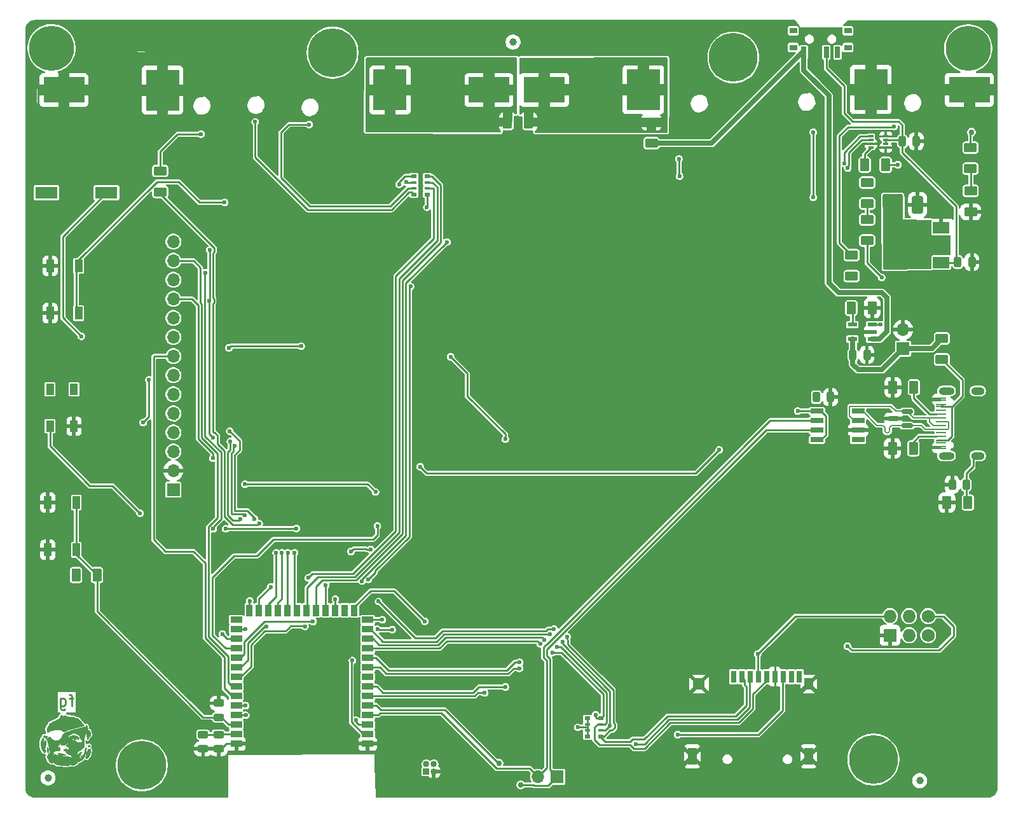
<source format=gbr>
%TF.GenerationSoftware,KiCad,Pcbnew,9.0.3*%
%TF.CreationDate,2025-12-07T17:58:41-06:00*%
%TF.ProjectId,CC14,43433134-2e6b-4696-9361-645f70636258,Prototype_v2.2*%
%TF.SameCoordinates,Original*%
%TF.FileFunction,Copper,L2,Bot*%
%TF.FilePolarity,Positive*%
%FSLAX46Y46*%
G04 Gerber Fmt 4.6, Leading zero omitted, Abs format (unit mm)*
G04 Created by KiCad (PCBNEW 9.0.3) date 2025-12-07 17:58:41*
%MOMM*%
%LPD*%
G01*
G04 APERTURE LIST*
G04 Aperture macros list*
%AMRoundRect*
0 Rectangle with rounded corners*
0 $1 Rounding radius*
0 $2 $3 $4 $5 $6 $7 $8 $9 X,Y pos of 4 corners*
0 Add a 4 corners polygon primitive as box body*
4,1,4,$2,$3,$4,$5,$6,$7,$8,$9,$2,$3,0*
0 Add four circle primitives for the rounded corners*
1,1,$1+$1,$2,$3*
1,1,$1+$1,$4,$5*
1,1,$1+$1,$6,$7*
1,1,$1+$1,$8,$9*
0 Add four rect primitives between the rounded corners*
20,1,$1+$1,$2,$3,$4,$5,0*
20,1,$1+$1,$4,$5,$6,$7,0*
20,1,$1+$1,$6,$7,$8,$9,0*
20,1,$1+$1,$8,$9,$2,$3,0*%
G04 Aperture macros list end*
%ADD10C,0.250000*%
%TA.AperFunction,NonConductor*%
%ADD11C,0.250000*%
%TD*%
%TA.AperFunction,EtchedComponent*%
%ADD12C,0.010000*%
%TD*%
%TA.AperFunction,ComponentPad*%
%ADD13O,1.727200X1.727200*%
%TD*%
%TA.AperFunction,ComponentPad*%
%ADD14R,1.727200X1.727200*%
%TD*%
%TA.AperFunction,ComponentPad*%
%ADD15C,1.727200*%
%TD*%
%TA.AperFunction,ComponentPad*%
%ADD16C,6.500000*%
%TD*%
%TA.AperFunction,ComponentPad*%
%ADD17C,6.000000*%
%TD*%
%TA.AperFunction,ComponentPad*%
%ADD18R,0.850000X0.850000*%
%TD*%
%TA.AperFunction,ComponentPad*%
%ADD19O,0.850000X0.850000*%
%TD*%
%TA.AperFunction,SMDPad,CuDef*%
%ADD20RoundRect,0.250000X0.625000X-0.375000X0.625000X0.375000X-0.625000X0.375000X-0.625000X-0.375000X0*%
%TD*%
%TA.AperFunction,SMDPad,CuDef*%
%ADD21RoundRect,0.250000X-0.625000X0.375000X-0.625000X-0.375000X0.625000X-0.375000X0.625000X0.375000X0*%
%TD*%
%TA.AperFunction,SMDPad,CuDef*%
%ADD22RoundRect,0.250000X0.375000X0.625000X-0.375000X0.625000X-0.375000X-0.625000X0.375000X-0.625000X0*%
%TD*%
%TA.AperFunction,SMDPad,CuDef*%
%ADD23RoundRect,0.150000X0.587500X0.150000X-0.587500X0.150000X-0.587500X-0.150000X0.587500X-0.150000X0*%
%TD*%
%TA.AperFunction,SMDPad,CuDef*%
%ADD24R,5.500000X3.500000*%
%TD*%
%TA.AperFunction,SMDPad,CuDef*%
%ADD25R,4.500000X5.500000*%
%TD*%
%TA.AperFunction,SMDPad,CuDef*%
%ADD26R,0.700000X1.600000*%
%TD*%
%TA.AperFunction,SMDPad,CuDef*%
%ADD27R,1.200000X2.200000*%
%TD*%
%TA.AperFunction,SMDPad,CuDef*%
%ADD28R,1.200000X1.500000*%
%TD*%
%TA.AperFunction,SMDPad,CuDef*%
%ADD29R,1.600000X1.500000*%
%TD*%
%TA.AperFunction,SMDPad,CuDef*%
%ADD30R,1.700000X1.700000*%
%TD*%
%TA.AperFunction,SMDPad,CuDef*%
%ADD31O,1.700000X1.700000*%
%TD*%
%TA.AperFunction,SMDPad,CuDef*%
%ADD32R,1.000000X1.700000*%
%TD*%
%TA.AperFunction,SMDPad,CuDef*%
%ADD33RoundRect,0.243750X0.456250X-0.243750X0.456250X0.243750X-0.456250X0.243750X-0.456250X-0.243750X0*%
%TD*%
%TA.AperFunction,SMDPad,CuDef*%
%ADD34RoundRect,0.243750X-0.243750X-0.456250X0.243750X-0.456250X0.243750X0.456250X-0.243750X0.456250X0*%
%TD*%
%TA.AperFunction,SMDPad,CuDef*%
%ADD35RoundRect,0.250000X-0.375000X-0.625000X0.375000X-0.625000X0.375000X0.625000X-0.375000X0.625000X0*%
%TD*%
%TA.AperFunction,SMDPad,CuDef*%
%ADD36C,1.000000*%
%TD*%
%TA.AperFunction,SMDPad,CuDef*%
%ADD37R,0.800000X0.500000*%
%TD*%
%TA.AperFunction,SMDPad,CuDef*%
%ADD38R,0.800000X0.400000*%
%TD*%
%TA.AperFunction,SMDPad,CuDef*%
%ADD39R,1.500000X0.900000*%
%TD*%
%TA.AperFunction,SMDPad,CuDef*%
%ADD40R,0.900000X1.500000*%
%TD*%
%TA.AperFunction,SMDPad,CuDef*%
%ADD41R,0.900000X0.900000*%
%TD*%
%TA.AperFunction,SMDPad,CuDef*%
%ADD42R,1.750000X0.650000*%
%TD*%
%TA.AperFunction,SMDPad,CuDef*%
%ADD43RoundRect,0.243750X-0.456250X0.243750X-0.456250X-0.243750X0.456250X-0.243750X0.456250X0.243750X0*%
%TD*%
%TA.AperFunction,SMDPad,CuDef*%
%ADD44R,1.000000X1.500000*%
%TD*%
%TA.AperFunction,SMDPad,CuDef*%
%ADD45R,3.000000X1.600000*%
%TD*%
%TA.AperFunction,SMDPad,CuDef*%
%ADD46RoundRect,0.243750X0.243750X0.456250X-0.243750X0.456250X-0.243750X-0.456250X0.243750X-0.456250X0*%
%TD*%
%TA.AperFunction,ComponentPad*%
%ADD47R,1.700000X1.700000*%
%TD*%
%TA.AperFunction,ComponentPad*%
%ADD48O,1.700000X1.700000*%
%TD*%
%TA.AperFunction,SMDPad,CuDef*%
%ADD49R,1.200000X0.600000*%
%TD*%
%TA.AperFunction,SMDPad,CuDef*%
%ADD50RoundRect,0.250001X-0.499999X-0.924999X0.499999X-0.924999X0.499999X0.924999X-0.499999X0.924999X0*%
%TD*%
%TA.AperFunction,SMDPad,CuDef*%
%ADD51R,1.000000X0.800000*%
%TD*%
%TA.AperFunction,SMDPad,CuDef*%
%ADD52R,0.700000X1.500000*%
%TD*%
%TA.AperFunction,SMDPad,CuDef*%
%ADD53R,0.700000X0.300000*%
%TD*%
%TA.AperFunction,SMDPad,CuDef*%
%ADD54R,1.400000X0.250000*%
%TD*%
%TA.AperFunction,ComponentPad*%
%ADD55O,1.800000X1.000000*%
%TD*%
%TA.AperFunction,ComponentPad*%
%ADD56O,2.100000X1.000000*%
%TD*%
%TA.AperFunction,SMDPad,CuDef*%
%ADD57R,2.200000X1.500000*%
%TD*%
%TA.AperFunction,SMDPad,CuDef*%
%ADD58R,2.200000X3.800000*%
%TD*%
%TA.AperFunction,ViaPad*%
%ADD59C,0.600000*%
%TD*%
%TA.AperFunction,ViaPad*%
%ADD60C,0.750000*%
%TD*%
%TA.AperFunction,Conductor*%
%ADD61C,0.250000*%
%TD*%
%TA.AperFunction,Conductor*%
%ADD62C,0.635000*%
%TD*%
%TA.AperFunction,Conductor*%
%ADD63C,0.200000*%
%TD*%
G04 APERTURE END LIST*
D10*
D11*
X95514159Y-146182766D02*
X94927492Y-146182766D01*
X95294159Y-147209433D02*
X95294159Y-145889433D01*
X95294159Y-145889433D02*
X95220826Y-145742766D01*
X95220826Y-145742766D02*
X95074159Y-145669433D01*
X95074159Y-145669433D02*
X94927492Y-145669433D01*
X93754159Y-146182766D02*
X93754159Y-147429433D01*
X93754159Y-147429433D02*
X93827492Y-147576100D01*
X93827492Y-147576100D02*
X93900826Y-147649433D01*
X93900826Y-147649433D02*
X94047492Y-147722766D01*
X94047492Y-147722766D02*
X94267492Y-147722766D01*
X94267492Y-147722766D02*
X94414159Y-147649433D01*
X93754159Y-147136100D02*
X93900826Y-147209433D01*
X93900826Y-147209433D02*
X94194159Y-147209433D01*
X94194159Y-147209433D02*
X94340826Y-147136100D01*
X94340826Y-147136100D02*
X94414159Y-147062766D01*
X94414159Y-147062766D02*
X94487492Y-146916100D01*
X94487492Y-146916100D02*
X94487492Y-146476100D01*
X94487492Y-146476100D02*
X94414159Y-146329433D01*
X94414159Y-146329433D02*
X94340826Y-146256100D01*
X94340826Y-146256100D02*
X94194159Y-146182766D01*
X94194159Y-146182766D02*
X93900826Y-146182766D01*
X93900826Y-146182766D02*
X93754159Y-146256100D01*
D12*
%TO.C,G\u002A\u002A\u002A*%
X95611738Y-151608793D02*
X95626953Y-151629299D01*
X95624126Y-151660740D01*
X95614632Y-151672002D01*
X95587842Y-151676615D01*
X95566191Y-151666962D01*
X95559210Y-151640800D01*
X95565143Y-151615947D01*
X95587842Y-151604984D01*
X95611738Y-151608793D01*
%TA.AperFunction,EtchedComponent*%
G36*
X95611738Y-151608793D02*
G01*
X95626953Y-151629299D01*
X95624126Y-151660740D01*
X95614632Y-151672002D01*
X95587842Y-151676615D01*
X95566191Y-151666962D01*
X95559210Y-151640800D01*
X95565143Y-151615947D01*
X95587842Y-151604984D01*
X95611738Y-151608793D01*
G37*
%TD.AperFunction*%
X97648545Y-152396265D02*
X97685419Y-152418860D01*
X97713436Y-152451192D01*
X97724560Y-152485952D01*
X97716281Y-152510992D01*
X97688279Y-152544363D01*
X97645016Y-152578029D01*
X97591210Y-152607684D01*
X97543984Y-152625439D01*
X97498674Y-152629861D01*
X97464380Y-152614410D01*
X97437691Y-152578435D01*
X97434953Y-152573066D01*
X97425784Y-152548721D01*
X97428951Y-152527437D01*
X97445616Y-152497312D01*
X97476179Y-152460947D01*
X97522467Y-152425326D01*
X97573157Y-152399841D01*
X97619169Y-152390100D01*
X97648545Y-152396265D01*
%TA.AperFunction,EtchedComponent*%
G36*
X97648545Y-152396265D02*
G01*
X97685419Y-152418860D01*
X97713436Y-152451192D01*
X97724560Y-152485952D01*
X97716281Y-152510992D01*
X97688279Y-152544363D01*
X97645016Y-152578029D01*
X97591210Y-152607684D01*
X97543984Y-152625439D01*
X97498674Y-152629861D01*
X97464380Y-152614410D01*
X97437691Y-152578435D01*
X97434953Y-152573066D01*
X97425784Y-152548721D01*
X97428951Y-152527437D01*
X97445616Y-152497312D01*
X97476179Y-152460947D01*
X97522467Y-152425326D01*
X97573157Y-152399841D01*
X97619169Y-152390100D01*
X97648545Y-152396265D01*
G37*
%TD.AperFunction*%
X93963691Y-148433917D02*
X93992145Y-148452356D01*
X94003460Y-148477490D01*
X94000001Y-148487792D01*
X93980858Y-148514647D01*
X93949093Y-148549682D01*
X93909437Y-148588373D01*
X93866619Y-148626198D01*
X93825372Y-148658634D01*
X93790425Y-148681158D01*
X93774058Y-148689363D01*
X93735331Y-148702024D01*
X93711585Y-148696079D01*
X93700856Y-148671312D01*
X93700667Y-148664510D01*
X93711632Y-148631107D01*
X93737599Y-148589389D01*
X93773944Y-148544258D01*
X93816041Y-148500620D01*
X93859265Y-148463378D01*
X93898992Y-148437436D01*
X93930597Y-148427700D01*
X93963691Y-148433917D01*
%TA.AperFunction,EtchedComponent*%
G36*
X93963691Y-148433917D02*
G01*
X93992145Y-148452356D01*
X94003460Y-148477490D01*
X94000001Y-148487792D01*
X93980858Y-148514647D01*
X93949093Y-148549682D01*
X93909437Y-148588373D01*
X93866619Y-148626198D01*
X93825372Y-148658634D01*
X93790425Y-148681158D01*
X93774058Y-148689363D01*
X93735331Y-148702024D01*
X93711585Y-148696079D01*
X93700856Y-148671312D01*
X93700667Y-148664510D01*
X93711632Y-148631107D01*
X93737599Y-148589389D01*
X93773944Y-148544258D01*
X93816041Y-148500620D01*
X93859265Y-148463378D01*
X93898992Y-148437436D01*
X93930597Y-148427700D01*
X93963691Y-148433917D01*
G37*
%TD.AperFunction*%
X92098759Y-152730214D02*
X92100835Y-152732952D01*
X92114717Y-152761658D01*
X92127336Y-152807984D01*
X92139044Y-152873875D01*
X92150199Y-152961276D01*
X92161154Y-153072131D01*
X92166136Y-153119293D01*
X92174656Y-153179330D01*
X92184135Y-153229079D01*
X92193292Y-153261007D01*
X92206436Y-153295896D01*
X92210614Y-153326044D01*
X92199475Y-153347614D01*
X92171485Y-153368139D01*
X92148895Y-153381037D01*
X92117657Y-153391374D01*
X92091434Y-153383934D01*
X92060962Y-153357855D01*
X92046792Y-153340241D01*
X92022282Y-153285306D01*
X92006187Y-153208303D01*
X91998735Y-153110607D01*
X92000157Y-152993592D01*
X92001305Y-152971477D01*
X92009291Y-152876555D01*
X92021047Y-152802268D01*
X92036223Y-152749553D01*
X92054467Y-152719349D01*
X92075429Y-152712590D01*
X92098759Y-152730214D01*
%TA.AperFunction,EtchedComponent*%
G36*
X92098759Y-152730214D02*
G01*
X92100835Y-152732952D01*
X92114717Y-152761658D01*
X92127336Y-152807984D01*
X92139044Y-152873875D01*
X92150199Y-152961276D01*
X92161154Y-153072131D01*
X92166136Y-153119293D01*
X92174656Y-153179330D01*
X92184135Y-153229079D01*
X92193292Y-153261007D01*
X92206436Y-153295896D01*
X92210614Y-153326044D01*
X92199475Y-153347614D01*
X92171485Y-153368139D01*
X92148895Y-153381037D01*
X92117657Y-153391374D01*
X92091434Y-153383934D01*
X92060962Y-153357855D01*
X92046792Y-153340241D01*
X92022282Y-153285306D01*
X92006187Y-153208303D01*
X91998735Y-153110607D01*
X92000157Y-152993592D01*
X92001305Y-152971477D01*
X92009291Y-152876555D01*
X92021047Y-152802268D01*
X92036223Y-152749553D01*
X92054467Y-152719349D01*
X92075429Y-152712590D01*
X92098759Y-152730214D01*
G37*
%TD.AperFunction*%
X93749514Y-153505006D02*
X93842507Y-153511789D01*
X93934543Y-153521925D01*
X94020974Y-153535209D01*
X94097154Y-153551436D01*
X94157214Y-153568708D01*
X94230228Y-153594591D01*
X94300194Y-153624107D01*
X94363593Y-153655351D01*
X94416903Y-153686413D01*
X94456606Y-153715388D01*
X94479179Y-153740368D01*
X94481104Y-153759446D01*
X94471136Y-153767470D01*
X94450704Y-153772212D01*
X94417002Y-153773366D01*
X94367068Y-153770881D01*
X94297941Y-153764707D01*
X94206660Y-153754794D01*
X94097701Y-153741286D01*
X93965397Y-153721831D01*
X93843514Y-153700504D01*
X93733700Y-153677807D01*
X93637605Y-153654239D01*
X93556878Y-153630301D01*
X93493168Y-153606495D01*
X93448125Y-153583319D01*
X93423397Y-153561275D01*
X93420634Y-153540864D01*
X93441485Y-153522585D01*
X93460916Y-153515492D01*
X93511265Y-153506819D01*
X93579246Y-153502317D01*
X93660211Y-153501781D01*
X93749514Y-153505006D01*
%TA.AperFunction,EtchedComponent*%
G36*
X93749514Y-153505006D02*
G01*
X93842507Y-153511789D01*
X93934543Y-153521925D01*
X94020974Y-153535209D01*
X94097154Y-153551436D01*
X94157214Y-153568708D01*
X94230228Y-153594591D01*
X94300194Y-153624107D01*
X94363593Y-153655351D01*
X94416903Y-153686413D01*
X94456606Y-153715388D01*
X94479179Y-153740368D01*
X94481104Y-153759446D01*
X94471136Y-153767470D01*
X94450704Y-153772212D01*
X94417002Y-153773366D01*
X94367068Y-153770881D01*
X94297941Y-153764707D01*
X94206660Y-153754794D01*
X94097701Y-153741286D01*
X93965397Y-153721831D01*
X93843514Y-153700504D01*
X93733700Y-153677807D01*
X93637605Y-153654239D01*
X93556878Y-153630301D01*
X93493168Y-153606495D01*
X93448125Y-153583319D01*
X93423397Y-153561275D01*
X93420634Y-153540864D01*
X93441485Y-153522585D01*
X93460916Y-153515492D01*
X93511265Y-153506819D01*
X93579246Y-153502317D01*
X93660211Y-153501781D01*
X93749514Y-153505006D01*
G37*
%TD.AperFunction*%
X91630772Y-151137543D02*
X91684770Y-151153494D01*
X91704891Y-151159166D01*
X91771766Y-151167518D01*
X91845508Y-151165046D01*
X91914310Y-151151835D01*
X91935514Y-151151187D01*
X91965110Y-151162930D01*
X91975610Y-151172509D01*
X91984743Y-151190888D01*
X91988718Y-151221128D01*
X91989038Y-151269954D01*
X91985075Y-151322791D01*
X91973401Y-151391941D01*
X91956174Y-151460359D01*
X91935516Y-151519825D01*
X91913550Y-151562123D01*
X91906820Y-151570797D01*
X91885640Y-151585623D01*
X91863054Y-151580090D01*
X91836800Y-151552969D01*
X91804616Y-151503033D01*
X91777441Y-151458056D01*
X91744040Y-151411115D01*
X91711783Y-151379285D01*
X91675459Y-151357754D01*
X91629855Y-151341710D01*
X91614866Y-151337283D01*
X91554235Y-151314838D01*
X91517255Y-151290337D01*
X91502482Y-151261351D01*
X91508468Y-151225448D01*
X91533768Y-151180198D01*
X91540972Y-151170020D01*
X91565238Y-151144680D01*
X91593049Y-151134230D01*
X91630772Y-151137543D01*
%TA.AperFunction,EtchedComponent*%
G36*
X91630772Y-151137543D02*
G01*
X91684770Y-151153494D01*
X91704891Y-151159166D01*
X91771766Y-151167518D01*
X91845508Y-151165046D01*
X91914310Y-151151835D01*
X91935514Y-151151187D01*
X91965110Y-151162930D01*
X91975610Y-151172509D01*
X91984743Y-151190888D01*
X91988718Y-151221128D01*
X91989038Y-151269954D01*
X91985075Y-151322791D01*
X91973401Y-151391941D01*
X91956174Y-151460359D01*
X91935516Y-151519825D01*
X91913550Y-151562123D01*
X91906820Y-151570797D01*
X91885640Y-151585623D01*
X91863054Y-151580090D01*
X91836800Y-151552969D01*
X91804616Y-151503033D01*
X91777441Y-151458056D01*
X91744040Y-151411115D01*
X91711783Y-151379285D01*
X91675459Y-151357754D01*
X91629855Y-151341710D01*
X91614866Y-151337283D01*
X91554235Y-151314838D01*
X91517255Y-151290337D01*
X91502482Y-151261351D01*
X91508468Y-151225448D01*
X91533768Y-151180198D01*
X91540972Y-151170020D01*
X91565238Y-151144680D01*
X91593049Y-151134230D01*
X91630772Y-151137543D01*
G37*
%TD.AperFunction*%
X97536417Y-152898105D02*
X97541075Y-152904510D01*
X97560004Y-152947278D01*
X97575155Y-153009086D01*
X97585960Y-153084885D01*
X97591854Y-153169625D01*
X97592270Y-153258255D01*
X97586641Y-153345726D01*
X97582525Y-153381554D01*
X97571678Y-153445760D01*
X97556136Y-153499158D01*
X97533315Y-153551739D01*
X97518206Y-153579363D01*
X97474636Y-153641663D01*
X97422065Y-153700550D01*
X97366810Y-153749370D01*
X97315187Y-153781473D01*
X97306074Y-153785143D01*
X97260723Y-153794648D01*
X97212654Y-153794267D01*
X97170854Y-153784766D01*
X97144308Y-153766911D01*
X97138607Y-153757782D01*
X97127039Y-153712898D01*
X97131077Y-153650645D01*
X97150837Y-153570224D01*
X97186433Y-153470834D01*
X97199707Y-153437967D01*
X97250398Y-153319603D01*
X97299776Y-153215224D01*
X97346105Y-153128351D01*
X97387651Y-153062506D01*
X97402267Y-153040542D01*
X97427571Y-152995944D01*
X97444329Y-152957770D01*
X97446293Y-152952245D01*
X97465035Y-152916407D01*
X97487407Y-152891398D01*
X97501796Y-152882120D01*
X97518495Y-152880437D01*
X97536417Y-152898105D01*
%TA.AperFunction,EtchedComponent*%
G36*
X97536417Y-152898105D02*
G01*
X97541075Y-152904510D01*
X97560004Y-152947278D01*
X97575155Y-153009086D01*
X97585960Y-153084885D01*
X97591854Y-153169625D01*
X97592270Y-153258255D01*
X97586641Y-153345726D01*
X97582525Y-153381554D01*
X97571678Y-153445760D01*
X97556136Y-153499158D01*
X97533315Y-153551739D01*
X97518206Y-153579363D01*
X97474636Y-153641663D01*
X97422065Y-153700550D01*
X97366810Y-153749370D01*
X97315187Y-153781473D01*
X97306074Y-153785143D01*
X97260723Y-153794648D01*
X97212654Y-153794267D01*
X97170854Y-153784766D01*
X97144308Y-153766911D01*
X97138607Y-153757782D01*
X97127039Y-153712898D01*
X97131077Y-153650645D01*
X97150837Y-153570224D01*
X97186433Y-153470834D01*
X97199707Y-153437967D01*
X97250398Y-153319603D01*
X97299776Y-153215224D01*
X97346105Y-153128351D01*
X97387651Y-153062506D01*
X97402267Y-153040542D01*
X97427571Y-152995944D01*
X97444329Y-152957770D01*
X97446293Y-152952245D01*
X97465035Y-152916407D01*
X97487407Y-152891398D01*
X97501796Y-152882120D01*
X97518495Y-152880437D01*
X97536417Y-152898105D01*
G37*
%TD.AperFunction*%
X97719063Y-152918703D02*
X97744234Y-152941719D01*
X97759216Y-152979368D01*
X97768314Y-153039681D01*
X97770499Y-153116337D01*
X97766295Y-153205288D01*
X97756231Y-153302483D01*
X97740833Y-153403872D01*
X97720629Y-153505405D01*
X97696144Y-153603031D01*
X97667906Y-153692700D01*
X97636442Y-153770363D01*
X97619817Y-153804003D01*
X97575494Y-153881613D01*
X97524611Y-153957897D01*
X97470621Y-154028514D01*
X97416974Y-154089119D01*
X97367120Y-154135372D01*
X97324510Y-154162928D01*
X97323959Y-154163172D01*
X97292494Y-154175076D01*
X97269905Y-154180302D01*
X97258852Y-154179484D01*
X97219408Y-154163956D01*
X97177679Y-154133588D01*
X97140012Y-154094610D01*
X97112756Y-154053255D01*
X97102260Y-154015752D01*
X97103167Y-154002610D01*
X97114483Y-153972775D01*
X97141228Y-153945445D01*
X97186530Y-153917970D01*
X97253515Y-153887705D01*
X97312620Y-153862355D01*
X97411745Y-153813574D01*
X97488873Y-153765249D01*
X97546149Y-153715688D01*
X97585713Y-153663196D01*
X97609710Y-153606078D01*
X97612147Y-153594391D01*
X97617143Y-153554861D01*
X97622270Y-153496625D01*
X97627208Y-153424085D01*
X97631639Y-153341642D01*
X97635243Y-153253700D01*
X97637125Y-153202763D01*
X97640665Y-153121206D01*
X97644423Y-153049592D01*
X97648166Y-152991783D01*
X97651659Y-152951640D01*
X97654669Y-152933025D01*
X97663966Y-152920056D01*
X97689371Y-152911197D01*
X97719063Y-152918703D01*
%TA.AperFunction,EtchedComponent*%
G36*
X97719063Y-152918703D02*
G01*
X97744234Y-152941719D01*
X97759216Y-152979368D01*
X97768314Y-153039681D01*
X97770499Y-153116337D01*
X97766295Y-153205288D01*
X97756231Y-153302483D01*
X97740833Y-153403872D01*
X97720629Y-153505405D01*
X97696144Y-153603031D01*
X97667906Y-153692700D01*
X97636442Y-153770363D01*
X97619817Y-153804003D01*
X97575494Y-153881613D01*
X97524611Y-153957897D01*
X97470621Y-154028514D01*
X97416974Y-154089119D01*
X97367120Y-154135372D01*
X97324510Y-154162928D01*
X97323959Y-154163172D01*
X97292494Y-154175076D01*
X97269905Y-154180302D01*
X97258852Y-154179484D01*
X97219408Y-154163956D01*
X97177679Y-154133588D01*
X97140012Y-154094610D01*
X97112756Y-154053255D01*
X97102260Y-154015752D01*
X97103167Y-154002610D01*
X97114483Y-153972775D01*
X97141228Y-153945445D01*
X97186530Y-153917970D01*
X97253515Y-153887705D01*
X97312620Y-153862355D01*
X97411745Y-153813574D01*
X97488873Y-153765249D01*
X97546149Y-153715688D01*
X97585713Y-153663196D01*
X97609710Y-153606078D01*
X97612147Y-153594391D01*
X97617143Y-153554861D01*
X97622270Y-153496625D01*
X97627208Y-153424085D01*
X97631639Y-153341642D01*
X97635243Y-153253700D01*
X97637125Y-153202763D01*
X97640665Y-153121206D01*
X97644423Y-153049592D01*
X97648166Y-152991783D01*
X97651659Y-152951640D01*
X97654669Y-152933025D01*
X97663966Y-152920056D01*
X97689371Y-152911197D01*
X97719063Y-152918703D01*
G37*
%TD.AperFunction*%
X97192182Y-152717144D02*
X97203981Y-152739665D01*
X97210733Y-152763748D01*
X97215898Y-152828310D01*
X97209595Y-152911141D01*
X97191953Y-153009359D01*
X97189529Y-153020722D01*
X97178487Y-153085176D01*
X97171037Y-153150062D01*
X97168681Y-153202900D01*
X97168771Y-153222489D01*
X97166307Y-153261874D01*
X97158328Y-153298795D01*
X97142650Y-153341524D01*
X97117090Y-153398332D01*
X97106663Y-153421427D01*
X97077633Y-153492589D01*
X97049318Y-153570214D01*
X97026603Y-153641197D01*
X96981017Y-153781196D01*
X96912243Y-153948690D01*
X96832510Y-154103606D01*
X96743998Y-154241798D01*
X96648888Y-154359122D01*
X96639311Y-154369304D01*
X96605542Y-154402664D01*
X96578130Y-154426009D01*
X96562271Y-154434800D01*
X96555305Y-154433167D01*
X96532392Y-154416511D01*
X96507730Y-154388564D01*
X96488020Y-154357677D01*
X96479960Y-154332201D01*
X96480771Y-154324852D01*
X96487989Y-154294063D01*
X96501074Y-154249397D01*
X96518060Y-154197793D01*
X96528300Y-154167955D01*
X96544810Y-154115783D01*
X96552925Y-154078241D01*
X96553031Y-154049018D01*
X96545514Y-154021808D01*
X96530760Y-153990300D01*
X96525908Y-153980485D01*
X96508442Y-153930204D01*
X96510016Y-153886615D01*
X96530621Y-153841075D01*
X96540770Y-153825998D01*
X96568360Y-153801454D01*
X96597343Y-153800727D01*
X96629115Y-153824138D01*
X96665071Y-153872007D01*
X96689581Y-153908959D01*
X96705527Y-153927918D01*
X96715905Y-153930867D01*
X96724361Y-153920807D01*
X96724997Y-153919561D01*
X96730578Y-153892188D01*
X96732355Y-153845265D01*
X96730111Y-153783953D01*
X96728997Y-153763306D01*
X96728110Y-153709824D01*
X96730109Y-153665739D01*
X96734741Y-153638997D01*
X96740094Y-153626768D01*
X96751908Y-153614483D01*
X96773805Y-153610298D01*
X96813365Y-153611569D01*
X96849829Y-153613244D01*
X96871292Y-153610432D01*
X96880367Y-153599620D01*
X96883804Y-153577550D01*
X96887207Y-153554291D01*
X96904302Y-153488132D01*
X96931853Y-153412728D01*
X96967042Y-153336250D01*
X96979613Y-153311022D01*
X96993780Y-153276801D01*
X97001308Y-153243930D01*
X97003896Y-153203507D01*
X97003242Y-153146631D01*
X97002873Y-153130040D01*
X97003076Y-153076728D01*
X97006968Y-153038488D01*
X97015880Y-153007119D01*
X97031140Y-152974418D01*
X97040159Y-152956239D01*
X97060955Y-152907985D01*
X97075566Y-152865587D01*
X97080350Y-152849677D01*
X97104114Y-152793780D01*
X97133923Y-152748286D01*
X97165201Y-152720599D01*
X97176976Y-152715154D01*
X97192182Y-152717144D01*
%TA.AperFunction,EtchedComponent*%
G36*
X97192182Y-152717144D02*
G01*
X97203981Y-152739665D01*
X97210733Y-152763748D01*
X97215898Y-152828310D01*
X97209595Y-152911141D01*
X97191953Y-153009359D01*
X97189529Y-153020722D01*
X97178487Y-153085176D01*
X97171037Y-153150062D01*
X97168681Y-153202900D01*
X97168771Y-153222489D01*
X97166307Y-153261874D01*
X97158328Y-153298795D01*
X97142650Y-153341524D01*
X97117090Y-153398332D01*
X97106663Y-153421427D01*
X97077633Y-153492589D01*
X97049318Y-153570214D01*
X97026603Y-153641197D01*
X96981017Y-153781196D01*
X96912243Y-153948690D01*
X96832510Y-154103606D01*
X96743998Y-154241798D01*
X96648888Y-154359122D01*
X96639311Y-154369304D01*
X96605542Y-154402664D01*
X96578130Y-154426009D01*
X96562271Y-154434800D01*
X96555305Y-154433167D01*
X96532392Y-154416511D01*
X96507730Y-154388564D01*
X96488020Y-154357677D01*
X96479960Y-154332201D01*
X96480771Y-154324852D01*
X96487989Y-154294063D01*
X96501074Y-154249397D01*
X96518060Y-154197793D01*
X96528300Y-154167955D01*
X96544810Y-154115783D01*
X96552925Y-154078241D01*
X96553031Y-154049018D01*
X96545514Y-154021808D01*
X96530760Y-153990300D01*
X96525908Y-153980485D01*
X96508442Y-153930204D01*
X96510016Y-153886615D01*
X96530621Y-153841075D01*
X96540770Y-153825998D01*
X96568360Y-153801454D01*
X96597343Y-153800727D01*
X96629115Y-153824138D01*
X96665071Y-153872007D01*
X96689581Y-153908959D01*
X96705527Y-153927918D01*
X96715905Y-153930867D01*
X96724361Y-153920807D01*
X96724997Y-153919561D01*
X96730578Y-153892188D01*
X96732355Y-153845265D01*
X96730111Y-153783953D01*
X96728997Y-153763306D01*
X96728110Y-153709824D01*
X96730109Y-153665739D01*
X96734741Y-153638997D01*
X96740094Y-153626768D01*
X96751908Y-153614483D01*
X96773805Y-153610298D01*
X96813365Y-153611569D01*
X96849829Y-153613244D01*
X96871292Y-153610432D01*
X96880367Y-153599620D01*
X96883804Y-153577550D01*
X96887207Y-153554291D01*
X96904302Y-153488132D01*
X96931853Y-153412728D01*
X96967042Y-153336250D01*
X96979613Y-153311022D01*
X96993780Y-153276801D01*
X97001308Y-153243930D01*
X97003896Y-153203507D01*
X97003242Y-153146631D01*
X97002873Y-153130040D01*
X97003076Y-153076728D01*
X97006968Y-153038488D01*
X97015880Y-153007119D01*
X97031140Y-152974418D01*
X97040159Y-152956239D01*
X97060955Y-152907985D01*
X97075566Y-152865587D01*
X97080350Y-152849677D01*
X97104114Y-152793780D01*
X97133923Y-152748286D01*
X97165201Y-152720599D01*
X97176976Y-152715154D01*
X97192182Y-152717144D01*
G37*
%TD.AperFunction*%
X91430049Y-151414469D02*
X91456701Y-151433020D01*
X91485637Y-151464576D01*
X91511055Y-151502247D01*
X91527154Y-151539144D01*
X91531134Y-151555567D01*
X91538739Y-151633030D01*
X91532418Y-151716248D01*
X91512846Y-151793200D01*
X91461955Y-151950084D01*
X91420631Y-152141299D01*
X91403449Y-152328084D01*
X91410579Y-152509262D01*
X91416678Y-152558805D01*
X91428582Y-152624183D01*
X91443368Y-152668559D01*
X91462090Y-152694685D01*
X91485804Y-152705308D01*
X91497713Y-152705511D01*
X91510824Y-152696172D01*
X91513625Y-152672004D01*
X91506174Y-152630186D01*
X91488526Y-152567900D01*
X91485705Y-152558611D01*
X91458574Y-152431625D01*
X91455133Y-152310713D01*
X91475291Y-152193239D01*
X91492060Y-152138489D01*
X91520121Y-152063112D01*
X91552685Y-151988829D01*
X91587647Y-151919467D01*
X91622899Y-151858855D01*
X91656337Y-151810821D01*
X91685854Y-151779193D01*
X91709344Y-151767800D01*
X91724649Y-151778162D01*
X91746235Y-151806333D01*
X91770331Y-151846443D01*
X91793415Y-151892615D01*
X91811962Y-151938971D01*
X91814202Y-151945944D01*
X91827537Y-152013968D01*
X91832699Y-152097289D01*
X91830166Y-152188287D01*
X91820415Y-152279341D01*
X91803921Y-152362831D01*
X91781162Y-152431135D01*
X91776653Y-152442208D01*
X91761861Y-152486406D01*
X91745991Y-152542706D01*
X91731783Y-152601648D01*
X91727460Y-152620429D01*
X91710693Y-152682046D01*
X91691708Y-152739420D01*
X91673838Y-152782167D01*
X91662185Y-152805941D01*
X91646386Y-152846062D01*
X91641430Y-152880857D01*
X91648735Y-152914987D01*
X91669721Y-152953114D01*
X91705807Y-152999900D01*
X91758411Y-153060008D01*
X91764265Y-153066595D01*
X91789908Y-153099329D01*
X91800326Y-153124250D01*
X91798962Y-153148908D01*
X91787753Y-153178568D01*
X91763268Y-153223229D01*
X91731694Y-153271064D01*
X91698538Y-153313820D01*
X91669308Y-153343243D01*
X91641036Y-153360472D01*
X91615376Y-153368000D01*
X91600222Y-153364965D01*
X91564677Y-153343029D01*
X91523097Y-153302746D01*
X91477918Y-153247494D01*
X91431575Y-153180651D01*
X91386505Y-153105594D01*
X91345141Y-153025703D01*
X91309921Y-152944354D01*
X91262732Y-152807377D01*
X91213620Y-152609150D01*
X91185412Y-152408985D01*
X91178375Y-152210553D01*
X91192777Y-152017521D01*
X91228886Y-151833559D01*
X91233405Y-151816768D01*
X91259335Y-151730096D01*
X91288127Y-151647309D01*
X91318215Y-151571853D01*
X91348037Y-151507170D01*
X91376028Y-151456704D01*
X91400625Y-151423900D01*
X91420262Y-151412200D01*
X91430049Y-151414469D01*
%TA.AperFunction,EtchedComponent*%
G36*
X91430049Y-151414469D02*
G01*
X91456701Y-151433020D01*
X91485637Y-151464576D01*
X91511055Y-151502247D01*
X91527154Y-151539144D01*
X91531134Y-151555567D01*
X91538739Y-151633030D01*
X91532418Y-151716248D01*
X91512846Y-151793200D01*
X91461955Y-151950084D01*
X91420631Y-152141299D01*
X91403449Y-152328084D01*
X91410579Y-152509262D01*
X91416678Y-152558805D01*
X91428582Y-152624183D01*
X91443368Y-152668559D01*
X91462090Y-152694685D01*
X91485804Y-152705308D01*
X91497713Y-152705511D01*
X91510824Y-152696172D01*
X91513625Y-152672004D01*
X91506174Y-152630186D01*
X91488526Y-152567900D01*
X91485705Y-152558611D01*
X91458574Y-152431625D01*
X91455133Y-152310713D01*
X91475291Y-152193239D01*
X91492060Y-152138489D01*
X91520121Y-152063112D01*
X91552685Y-151988829D01*
X91587647Y-151919467D01*
X91622899Y-151858855D01*
X91656337Y-151810821D01*
X91685854Y-151779193D01*
X91709344Y-151767800D01*
X91724649Y-151778162D01*
X91746235Y-151806333D01*
X91770331Y-151846443D01*
X91793415Y-151892615D01*
X91811962Y-151938971D01*
X91814202Y-151945944D01*
X91827537Y-152013968D01*
X91832699Y-152097289D01*
X91830166Y-152188287D01*
X91820415Y-152279341D01*
X91803921Y-152362831D01*
X91781162Y-152431135D01*
X91776653Y-152442208D01*
X91761861Y-152486406D01*
X91745991Y-152542706D01*
X91731783Y-152601648D01*
X91727460Y-152620429D01*
X91710693Y-152682046D01*
X91691708Y-152739420D01*
X91673838Y-152782167D01*
X91662185Y-152805941D01*
X91646386Y-152846062D01*
X91641430Y-152880857D01*
X91648735Y-152914987D01*
X91669721Y-152953114D01*
X91705807Y-152999900D01*
X91758411Y-153060008D01*
X91764265Y-153066595D01*
X91789908Y-153099329D01*
X91800326Y-153124250D01*
X91798962Y-153148908D01*
X91787753Y-153178568D01*
X91763268Y-153223229D01*
X91731694Y-153271064D01*
X91698538Y-153313820D01*
X91669308Y-153343243D01*
X91641036Y-153360472D01*
X91615376Y-153368000D01*
X91600222Y-153364965D01*
X91564677Y-153343029D01*
X91523097Y-153302746D01*
X91477918Y-153247494D01*
X91431575Y-153180651D01*
X91386505Y-153105594D01*
X91345141Y-153025703D01*
X91309921Y-152944354D01*
X91262732Y-152807377D01*
X91213620Y-152609150D01*
X91185412Y-152408985D01*
X91178375Y-152210553D01*
X91192777Y-152017521D01*
X91228886Y-151833559D01*
X91233405Y-151816768D01*
X91259335Y-151730096D01*
X91288127Y-151647309D01*
X91318215Y-151571853D01*
X91348037Y-151507170D01*
X91376028Y-151456704D01*
X91400625Y-151423900D01*
X91420262Y-151412200D01*
X91430049Y-151414469D01*
G37*
%TD.AperFunction*%
X94342759Y-148466764D02*
X94384460Y-148468736D01*
X94394296Y-148469171D01*
X94478494Y-148477306D01*
X94538965Y-148492341D01*
X94575442Y-148514179D01*
X94587660Y-148542724D01*
X94584366Y-148558263D01*
X94568610Y-148575507D01*
X94557326Y-148585237D01*
X94549560Y-148610424D01*
X94542335Y-148632514D01*
X94512670Y-148651955D01*
X94489433Y-148666339D01*
X94458308Y-148695527D01*
X94428446Y-148731092D01*
X94406009Y-148765584D01*
X94397160Y-148791555D01*
X94406382Y-148806681D01*
X94431425Y-148808623D01*
X94467817Y-148799142D01*
X94511085Y-148780199D01*
X94556759Y-148753755D01*
X94600364Y-148721770D01*
X94637430Y-148686206D01*
X94653658Y-148668631D01*
X94683926Y-148642016D01*
X94716877Y-148623562D01*
X94756190Y-148612849D01*
X94805547Y-148609456D01*
X94868628Y-148612963D01*
X94949114Y-148622949D01*
X95050686Y-148638994D01*
X95101030Y-148646251D01*
X95174349Y-148654665D01*
X95254092Y-148662102D01*
X95330086Y-148667523D01*
X95378366Y-148670467D01*
X95436010Y-148675193D01*
X95480164Y-148681521D01*
X95518024Y-148690970D01*
X95556790Y-148705061D01*
X95603660Y-148725315D01*
X95669587Y-148754710D01*
X95743873Y-148787378D01*
X95801048Y-148811607D01*
X95844591Y-148828639D01*
X95877984Y-148839716D01*
X95904708Y-148846080D01*
X95928243Y-148848973D01*
X95952069Y-148849637D01*
X95984110Y-148850202D01*
X96010753Y-148853534D01*
X96036909Y-148861909D01*
X96067975Y-148877602D01*
X96109346Y-148902889D01*
X96166418Y-148940046D01*
X96205579Y-148967060D01*
X96254427Y-149007059D01*
X96298657Y-149053484D01*
X96346539Y-149114335D01*
X96352784Y-149122674D01*
X96394865Y-149176427D01*
X96447062Y-149240163D01*
X96503334Y-149306606D01*
X96557640Y-149368485D01*
X96581026Y-149394715D01*
X96664200Y-149491338D01*
X96732674Y-149576593D01*
X96785643Y-149649320D01*
X96822303Y-149708361D01*
X96841849Y-149752554D01*
X96843479Y-149780741D01*
X96832011Y-149790101D01*
X96796961Y-149806254D01*
X96740113Y-149827458D01*
X96663036Y-149853226D01*
X96567298Y-149883071D01*
X96454468Y-149916507D01*
X96326114Y-149953046D01*
X96183806Y-149992201D01*
X96029110Y-150033487D01*
X95939320Y-150057137D01*
X95748710Y-150107598D01*
X95579689Y-150152800D01*
X95430132Y-150193392D01*
X95297912Y-150230021D01*
X95180905Y-150263337D01*
X95076986Y-150293986D01*
X94984027Y-150322616D01*
X94899905Y-150349877D01*
X94822494Y-150376416D01*
X94749668Y-150402881D01*
X94679302Y-150429920D01*
X94609270Y-150458181D01*
X94537448Y-150488313D01*
X94463203Y-150519326D01*
X94391480Y-150547291D01*
X94334931Y-150566407D01*
X94289439Y-150578043D01*
X94250887Y-150583569D01*
X94239772Y-150584383D01*
X94194904Y-150584783D01*
X94156875Y-150577630D01*
X94119554Y-150560254D01*
X94076810Y-150529986D01*
X94022510Y-150484158D01*
X93961872Y-150435512D01*
X93902169Y-150398988D01*
X93837166Y-150372228D01*
X93760177Y-150352488D01*
X93664519Y-150337018D01*
X93568954Y-150327062D01*
X93413120Y-150320945D01*
X93251612Y-150325559D01*
X93088253Y-150340181D01*
X92926867Y-150364091D01*
X92771276Y-150396566D01*
X92625305Y-150436885D01*
X92492775Y-150484327D01*
X92377510Y-150538170D01*
X92283334Y-150597693D01*
X92252883Y-150619905D01*
X92212154Y-150647661D01*
X92181010Y-150666709D01*
X92139475Y-150683799D01*
X92097263Y-150684003D01*
X92051176Y-150663246D01*
X92029247Y-150647671D01*
X92007429Y-150619923D01*
X92001308Y-150584640D01*
X92010499Y-150537390D01*
X92034612Y-150473742D01*
X92039533Y-150462072D01*
X92058396Y-150413351D01*
X92072016Y-150371808D01*
X92077724Y-150345400D01*
X92077898Y-150341224D01*
X92074891Y-150322829D01*
X92059983Y-150313914D01*
X92026425Y-150309793D01*
X92015010Y-150308598D01*
X91980104Y-150300384D01*
X91958952Y-150288480D01*
X91955109Y-150283452D01*
X91951450Y-150273599D01*
X91953950Y-150259541D01*
X91964393Y-150236920D01*
X91984566Y-150201375D01*
X92016252Y-150148550D01*
X92025203Y-150132089D01*
X92046051Y-150082318D01*
X92060736Y-150031923D01*
X92064808Y-150015476D01*
X92085327Y-149962536D01*
X92119883Y-149900537D01*
X92170078Y-149826822D01*
X92237515Y-149738733D01*
X92265207Y-149702691D01*
X92286053Y-149670168D01*
X92294633Y-149645663D01*
X92293778Y-149623364D01*
X92292087Y-149611581D01*
X92295431Y-149590416D01*
X92311308Y-149567966D01*
X92343701Y-149537374D01*
X92355342Y-149527899D01*
X92400009Y-149497858D01*
X92455729Y-149466371D01*
X92513142Y-149438880D01*
X92537424Y-149428227D01*
X92620059Y-149389712D01*
X92719863Y-149340526D01*
X92833419Y-149282434D01*
X92957308Y-149217204D01*
X93088111Y-149146601D01*
X93222410Y-149072393D01*
X93229693Y-149068324D01*
X93311337Y-149023050D01*
X93407051Y-148970449D01*
X93509245Y-148914669D01*
X93610326Y-148859853D01*
X93702703Y-148810146D01*
X93735152Y-148792664D01*
X93816886Y-148747727D01*
X93895315Y-148703428D01*
X93965635Y-148662545D01*
X94023042Y-148627852D01*
X94062731Y-148602126D01*
X94094080Y-148580281D01*
X94154322Y-148538256D01*
X94199338Y-148507730D01*
X94233319Y-148486966D01*
X94260460Y-148474226D01*
X94284951Y-148467771D01*
X94310987Y-148465863D01*
X94342759Y-148466764D01*
%TA.AperFunction,EtchedComponent*%
G36*
X94342759Y-148466764D02*
G01*
X94384460Y-148468736D01*
X94394296Y-148469171D01*
X94478494Y-148477306D01*
X94538965Y-148492341D01*
X94575442Y-148514179D01*
X94587660Y-148542724D01*
X94584366Y-148558263D01*
X94568610Y-148575507D01*
X94557326Y-148585237D01*
X94549560Y-148610424D01*
X94542335Y-148632514D01*
X94512670Y-148651955D01*
X94489433Y-148666339D01*
X94458308Y-148695527D01*
X94428446Y-148731092D01*
X94406009Y-148765584D01*
X94397160Y-148791555D01*
X94406382Y-148806681D01*
X94431425Y-148808623D01*
X94467817Y-148799142D01*
X94511085Y-148780199D01*
X94556759Y-148753755D01*
X94600364Y-148721770D01*
X94637430Y-148686206D01*
X94653658Y-148668631D01*
X94683926Y-148642016D01*
X94716877Y-148623562D01*
X94756190Y-148612849D01*
X94805547Y-148609456D01*
X94868628Y-148612963D01*
X94949114Y-148622949D01*
X95050686Y-148638994D01*
X95101030Y-148646251D01*
X95174349Y-148654665D01*
X95254092Y-148662102D01*
X95330086Y-148667523D01*
X95378366Y-148670467D01*
X95436010Y-148675193D01*
X95480164Y-148681521D01*
X95518024Y-148690970D01*
X95556790Y-148705061D01*
X95603660Y-148725315D01*
X95669587Y-148754710D01*
X95743873Y-148787378D01*
X95801048Y-148811607D01*
X95844591Y-148828639D01*
X95877984Y-148839716D01*
X95904708Y-148846080D01*
X95928243Y-148848973D01*
X95952069Y-148849637D01*
X95984110Y-148850202D01*
X96010753Y-148853534D01*
X96036909Y-148861909D01*
X96067975Y-148877602D01*
X96109346Y-148902889D01*
X96166418Y-148940046D01*
X96205579Y-148967060D01*
X96254427Y-149007059D01*
X96298657Y-149053484D01*
X96346539Y-149114335D01*
X96352784Y-149122674D01*
X96394865Y-149176427D01*
X96447062Y-149240163D01*
X96503334Y-149306606D01*
X96557640Y-149368485D01*
X96581026Y-149394715D01*
X96664200Y-149491338D01*
X96732674Y-149576593D01*
X96785643Y-149649320D01*
X96822303Y-149708361D01*
X96841849Y-149752554D01*
X96843479Y-149780741D01*
X96832011Y-149790101D01*
X96796961Y-149806254D01*
X96740113Y-149827458D01*
X96663036Y-149853226D01*
X96567298Y-149883071D01*
X96454468Y-149916507D01*
X96326114Y-149953046D01*
X96183806Y-149992201D01*
X96029110Y-150033487D01*
X95939320Y-150057137D01*
X95748710Y-150107598D01*
X95579689Y-150152800D01*
X95430132Y-150193392D01*
X95297912Y-150230021D01*
X95180905Y-150263337D01*
X95076986Y-150293986D01*
X94984027Y-150322616D01*
X94899905Y-150349877D01*
X94822494Y-150376416D01*
X94749668Y-150402881D01*
X94679302Y-150429920D01*
X94609270Y-150458181D01*
X94537448Y-150488313D01*
X94463203Y-150519326D01*
X94391480Y-150547291D01*
X94334931Y-150566407D01*
X94289439Y-150578043D01*
X94250887Y-150583569D01*
X94239772Y-150584383D01*
X94194904Y-150584783D01*
X94156875Y-150577630D01*
X94119554Y-150560254D01*
X94076810Y-150529986D01*
X94022510Y-150484158D01*
X93961872Y-150435512D01*
X93902169Y-150398988D01*
X93837166Y-150372228D01*
X93760177Y-150352488D01*
X93664519Y-150337018D01*
X93568954Y-150327062D01*
X93413120Y-150320945D01*
X93251612Y-150325559D01*
X93088253Y-150340181D01*
X92926867Y-150364091D01*
X92771276Y-150396566D01*
X92625305Y-150436885D01*
X92492775Y-150484327D01*
X92377510Y-150538170D01*
X92283334Y-150597693D01*
X92252883Y-150619905D01*
X92212154Y-150647661D01*
X92181010Y-150666709D01*
X92139475Y-150683799D01*
X92097263Y-150684003D01*
X92051176Y-150663246D01*
X92029247Y-150647671D01*
X92007429Y-150619923D01*
X92001308Y-150584640D01*
X92010499Y-150537390D01*
X92034612Y-150473742D01*
X92039533Y-150462072D01*
X92058396Y-150413351D01*
X92072016Y-150371808D01*
X92077724Y-150345400D01*
X92077898Y-150341224D01*
X92074891Y-150322829D01*
X92059983Y-150313914D01*
X92026425Y-150309793D01*
X92015010Y-150308598D01*
X91980104Y-150300384D01*
X91958952Y-150288480D01*
X91955109Y-150283452D01*
X91951450Y-150273599D01*
X91953950Y-150259541D01*
X91964393Y-150236920D01*
X91984566Y-150201375D01*
X92016252Y-150148550D01*
X92025203Y-150132089D01*
X92046051Y-150082318D01*
X92060736Y-150031923D01*
X92064808Y-150015476D01*
X92085327Y-149962536D01*
X92119883Y-149900537D01*
X92170078Y-149826822D01*
X92237515Y-149738733D01*
X92265207Y-149702691D01*
X92286053Y-149670168D01*
X92294633Y-149645663D01*
X92293778Y-149623364D01*
X92292087Y-149611581D01*
X92295431Y-149590416D01*
X92311308Y-149567966D01*
X92343701Y-149537374D01*
X92355342Y-149527899D01*
X92400009Y-149497858D01*
X92455729Y-149466371D01*
X92513142Y-149438880D01*
X92537424Y-149428227D01*
X92620059Y-149389712D01*
X92719863Y-149340526D01*
X92833419Y-149282434D01*
X92957308Y-149217204D01*
X93088111Y-149146601D01*
X93222410Y-149072393D01*
X93229693Y-149068324D01*
X93311337Y-149023050D01*
X93407051Y-148970449D01*
X93509245Y-148914669D01*
X93610326Y-148859853D01*
X93702703Y-148810146D01*
X93735152Y-148792664D01*
X93816886Y-148747727D01*
X93895315Y-148703428D01*
X93965635Y-148662545D01*
X94023042Y-148627852D01*
X94062731Y-148602126D01*
X94094080Y-148580281D01*
X94154322Y-148538256D01*
X94199338Y-148507730D01*
X94233319Y-148486966D01*
X94260460Y-148474226D01*
X94284951Y-148467771D01*
X94310987Y-148465863D01*
X94342759Y-148466764D01*
G37*
%TD.AperFunction*%
X96905891Y-151777542D02*
X96899184Y-151811225D01*
X96887987Y-151846854D01*
X96878364Y-151876188D01*
X96870727Y-151912665D01*
X96872238Y-151946683D01*
X96883664Y-151986618D01*
X96905773Y-152040850D01*
X96906560Y-152042691D01*
X96914374Y-152064602D01*
X96919685Y-152089993D01*
X96922732Y-152123241D01*
X96923754Y-152168723D01*
X96922989Y-152230817D01*
X96920678Y-152313900D01*
X96918473Y-152375580D01*
X96913238Y-152475884D01*
X96906241Y-152555341D01*
X96896971Y-152616931D01*
X96884920Y-152663631D01*
X96869577Y-152698420D01*
X96850433Y-152724277D01*
X96848913Y-152725833D01*
X96823568Y-152747566D01*
X96782677Y-152778642D01*
X96731557Y-152815141D01*
X96675524Y-152853148D01*
X96651128Y-152869577D01*
X96578654Y-152922390D01*
X96517570Y-152973020D01*
X96473538Y-153016876D01*
X96466646Y-153024731D01*
X96412989Y-153075805D01*
X96361626Y-153104821D01*
X96308793Y-153114000D01*
X96289256Y-153117490D01*
X96247609Y-153137268D01*
X96199494Y-153171012D01*
X96150349Y-153214700D01*
X96105609Y-153264310D01*
X96091468Y-153282902D01*
X96055239Y-153336601D01*
X96019177Y-153397261D01*
X95986145Y-153459317D01*
X95959007Y-153517203D01*
X95940624Y-153565353D01*
X95933860Y-153598202D01*
X95933987Y-153604452D01*
X95940979Y-153644567D01*
X95956130Y-153674039D01*
X95975893Y-153685500D01*
X95976911Y-153685353D01*
X95994508Y-153675744D01*
X96026764Y-153653293D01*
X96069446Y-153621072D01*
X96118321Y-153582153D01*
X96141207Y-153563564D01*
X96248971Y-153478538D01*
X96341219Y-153410238D01*
X96417564Y-153358889D01*
X96477618Y-153324717D01*
X96520994Y-153307947D01*
X96547304Y-153308806D01*
X96556160Y-153327517D01*
X96554834Y-153340655D01*
X96544846Y-153381689D01*
X96526662Y-153438038D01*
X96502184Y-153504652D01*
X96473312Y-153576483D01*
X96441949Y-153648482D01*
X96409995Y-153715601D01*
X96409811Y-153715968D01*
X96382798Y-153771592D01*
X96360684Y-153820511D01*
X96357124Y-153829314D01*
X96345746Y-153857451D01*
X96340260Y-153877136D01*
X96339765Y-153880544D01*
X96328661Y-153904383D01*
X96305942Y-153939614D01*
X96275575Y-153979933D01*
X96248574Y-154013885D01*
X96227590Y-154043854D01*
X96217503Y-154067605D01*
X96215419Y-154092537D01*
X96218445Y-154126050D01*
X96222885Y-154158317D01*
X96234475Y-154210828D01*
X96248717Y-154244878D01*
X96264394Y-154257000D01*
X96269003Y-154255531D01*
X96283951Y-154237614D01*
X96298863Y-154205824D01*
X96310359Y-154168400D01*
X96315055Y-154133582D01*
X96315229Y-154126089D01*
X96322383Y-154087873D01*
X96338638Y-154069763D01*
X96362124Y-154074118D01*
X96372895Y-154085414D01*
X96389392Y-154123257D01*
X96403578Y-154182889D01*
X96414973Y-154262080D01*
X96423099Y-154358600D01*
X96430415Y-154479250D01*
X96332201Y-154540752D01*
X96290083Y-154565813D01*
X96219743Y-154598948D01*
X96159192Y-154612588D01*
X96104093Y-154606671D01*
X96050108Y-154581134D01*
X95992900Y-154535917D01*
X95965247Y-154511542D01*
X95927156Y-154482631D01*
X95903738Y-154472411D01*
X95895760Y-154481313D01*
X95900129Y-154491882D01*
X95915098Y-154518591D01*
X95937035Y-154554101D01*
X95946982Y-154569910D01*
X95963962Y-154601311D01*
X95973388Y-154631320D01*
X95977444Y-154668863D01*
X95978310Y-154722861D01*
X95978206Y-154736032D01*
X95975865Y-154785109D01*
X95971037Y-154822371D01*
X95964514Y-154841034D01*
X95948502Y-154851834D01*
X95907936Y-154861996D01*
X95859950Y-154860614D01*
X95814430Y-154847277D01*
X95803656Y-154842342D01*
X95776660Y-154831860D01*
X95763992Y-154830012D01*
X95761014Y-154840321D01*
X95755288Y-154869690D01*
X95748571Y-154910552D01*
X95737010Y-154986254D01*
X95675364Y-155008205D01*
X95654770Y-155016227D01*
X95615523Y-155035088D01*
X95588928Y-155052589D01*
X95583553Y-155057265D01*
X95562127Y-155067948D01*
X95539450Y-155059711D01*
X95521474Y-155048577D01*
X95489028Y-155028525D01*
X95469467Y-155020549D01*
X95447150Y-155024154D01*
X95413487Y-155041225D01*
X95388262Y-155054784D01*
X95351415Y-155067554D01*
X95321257Y-155064023D01*
X95289626Y-155044400D01*
X95276248Y-155034917D01*
X95241850Y-155021458D01*
X95200718Y-155022698D01*
X95145653Y-155038334D01*
X95090852Y-155057669D01*
X95038801Y-155006584D01*
X95011187Y-154981357D01*
X94975974Y-154959547D01*
X94946246Y-154959696D01*
X94917351Y-154982468D01*
X94884637Y-155028525D01*
X94859946Y-155065221D01*
X94829942Y-155104097D01*
X94805420Y-155130061D01*
X94764347Y-155153972D01*
X94711762Y-155158565D01*
X94653785Y-155138355D01*
X94590394Y-155093337D01*
X94566346Y-155073890D01*
X94537864Y-155059720D01*
X94513696Y-155064605D01*
X94486679Y-155088191D01*
X94456383Y-155112042D01*
X94422539Y-155126954D01*
X94397382Y-155128369D01*
X94350538Y-155124989D01*
X94290491Y-155117132D01*
X94223364Y-155105740D01*
X94155279Y-155091756D01*
X94092360Y-155076121D01*
X94028434Y-155059394D01*
X93979107Y-155049945D01*
X93937687Y-155047769D01*
X93896010Y-155052448D01*
X93845915Y-155063567D01*
X93841712Y-155064600D01*
X93778210Y-155076378D01*
X93729022Y-155078084D01*
X93697241Y-155069940D01*
X93685960Y-155052167D01*
X93691952Y-155036587D01*
X93710324Y-155006940D01*
X93736760Y-154971215D01*
X93745482Y-154960092D01*
X93773540Y-154920590D01*
X93786619Y-154894879D01*
X93784092Y-154884696D01*
X93765335Y-154891779D01*
X93750587Y-154901292D01*
X93718778Y-154923008D01*
X93681399Y-154949376D01*
X93646757Y-154972581D01*
X93616366Y-154986348D01*
X93581755Y-154992309D01*
X93532356Y-154993600D01*
X93487471Y-154995208D01*
X93431752Y-155000755D01*
X93387845Y-155008893D01*
X93372540Y-155012850D01*
X93341601Y-155017891D01*
X93319659Y-155012747D01*
X93295588Y-154995843D01*
X93294486Y-154994960D01*
X93256946Y-154969503D01*
X93216060Y-154947646D01*
X93212102Y-154945810D01*
X93171119Y-154921633D01*
X93133510Y-154892379D01*
X93115376Y-154878329D01*
X93072454Y-154853888D01*
X93025560Y-154834751D01*
X92981583Y-154819425D01*
X92942019Y-154799056D01*
X92920528Y-154773948D01*
X92915444Y-154739611D01*
X92925101Y-154691558D01*
X92947834Y-154625300D01*
X92961100Y-154583966D01*
X92973135Y-154517675D01*
X92972629Y-154459412D01*
X92960266Y-154413028D01*
X92936732Y-154382373D01*
X92902709Y-154371300D01*
X92890670Y-154371737D01*
X92876168Y-154378798D01*
X92878524Y-154399875D01*
X92887736Y-154440443D01*
X92890101Y-154524278D01*
X92870301Y-154601415D01*
X92830082Y-154668439D01*
X92771186Y-154721934D01*
X92695360Y-154758484D01*
X92665977Y-154768846D01*
X92628362Y-154784933D01*
X92605460Y-154798381D01*
X92604573Y-154799147D01*
X92578064Y-154814242D01*
X92557279Y-154806448D01*
X92538748Y-154774525D01*
X92537264Y-154771015D01*
X92520572Y-154739227D01*
X92498887Y-154717342D01*
X92465545Y-154700526D01*
X92413885Y-154683947D01*
X92398564Y-154679164D01*
X92335339Y-154647348D01*
X92292893Y-154601484D01*
X92270367Y-154540716D01*
X92265108Y-154515797D01*
X92250280Y-154474509D01*
X92226248Y-154446090D01*
X92186936Y-154421883D01*
X92184040Y-154420407D01*
X92162041Y-154408501D01*
X92147538Y-154396151D01*
X92139120Y-154378367D01*
X92135379Y-154350159D01*
X92134907Y-154306536D01*
X92136294Y-154242507D01*
X92136849Y-154215475D01*
X92136265Y-154175660D01*
X92131929Y-154151251D01*
X92122106Y-154135550D01*
X92105065Y-154121857D01*
X92065737Y-154093185D01*
X92022883Y-154055488D01*
X91997604Y-154018807D01*
X91987542Y-153976874D01*
X91990341Y-153923420D01*
X92003642Y-153852177D01*
X92016741Y-153799906D01*
X92018367Y-153795686D01*
X92698575Y-153795686D01*
X92716202Y-153800264D01*
X92752907Y-153789511D01*
X92808344Y-153763431D01*
X92882168Y-153722027D01*
X93013575Y-153644254D01*
X93117993Y-153664416D01*
X93158573Y-153672384D01*
X93227136Y-153686160D01*
X93302631Y-153701593D01*
X93374810Y-153716601D01*
X93380260Y-153717734D01*
X93454389Y-153731542D01*
X93542369Y-153745695D01*
X93633650Y-153758591D01*
X93717687Y-153768629D01*
X93735663Y-153770552D01*
X93821646Y-153781145D01*
X93888323Y-153792368D01*
X93940851Y-153805229D01*
X93984387Y-153820734D01*
X93989333Y-153822811D01*
X94117956Y-153871891D01*
X94231396Y-153904477D01*
X94333134Y-153921148D01*
X94426650Y-153922483D01*
X94515424Y-153909061D01*
X94556762Y-153899954D01*
X94616941Y-153891175D01*
X94668708Y-153892395D01*
X94721884Y-153904282D01*
X94786290Y-153927506D01*
X94805547Y-153934848D01*
X94869840Y-153956791D01*
X94942156Y-153978736D01*
X95010204Y-153996876D01*
X95039401Y-154003715D01*
X95104427Y-154017608D01*
X95165093Y-154028994D01*
X95211294Y-154035910D01*
X95249722Y-154039714D01*
X95273888Y-154039361D01*
X95284073Y-154032880D01*
X95286160Y-154018937D01*
X95285536Y-154010774D01*
X95278700Y-153977776D01*
X95266753Y-153938487D01*
X95258103Y-153911050D01*
X95253546Y-153875442D01*
X95264349Y-153856304D01*
X95291362Y-153850600D01*
X95320531Y-153844405D01*
X95334265Y-153829314D01*
X95327554Y-153810713D01*
X95323428Y-153807832D01*
X95297965Y-153799327D01*
X95261696Y-153793535D01*
X95234456Y-153789008D01*
X95195928Y-153772118D01*
X95154051Y-153738799D01*
X95148910Y-153734105D01*
X95111688Y-153704877D01*
X95074966Y-153688728D01*
X95025806Y-153679698D01*
X95010319Y-153677606D01*
X94968111Y-153668127D01*
X94936082Y-153651045D01*
X94902382Y-153620694D01*
X94889556Y-153607985D01*
X94863702Y-153586025D01*
X94845191Y-153579293D01*
X94827533Y-153584663D01*
X94811187Y-153590376D01*
X94789256Y-153585627D01*
X94758259Y-153565061D01*
X94750500Y-153559355D01*
X94712089Y-153535224D01*
X94677668Y-153518883D01*
X94669611Y-153515644D01*
X94647411Y-153501189D01*
X94623494Y-153475856D01*
X94594553Y-153435745D01*
X94557280Y-153376958D01*
X94533767Y-153349053D01*
X94506114Y-153330281D01*
X94490275Y-153322120D01*
X94457652Y-153293425D01*
X94432583Y-153257200D01*
X94422560Y-153223063D01*
X94417484Y-153192893D01*
X94393636Y-153157996D01*
X94354727Y-153136815D01*
X94305728Y-153131631D01*
X94251613Y-153144721D01*
X94250815Y-153145054D01*
X94208162Y-153160751D01*
X94183199Y-153162813D01*
X94171479Y-153149969D01*
X94168560Y-153120947D01*
X94170766Y-153081219D01*
X94181450Y-153045956D01*
X94204801Y-153019526D01*
X94244943Y-152997570D01*
X94306002Y-152975730D01*
X94318027Y-152971173D01*
X94357770Y-152950422D01*
X94396730Y-152923841D01*
X94412969Y-152911712D01*
X94443272Y-152892838D01*
X94463287Y-152885400D01*
X94482747Y-152893162D01*
X94512733Y-152920078D01*
X94546681Y-152962269D01*
X94580834Y-153015575D01*
X94604693Y-153053274D01*
X94623645Y-153072676D01*
X94634805Y-153068323D01*
X94638460Y-153040340D01*
X94639529Y-153023030D01*
X94651587Y-152994104D01*
X94680116Y-152978787D01*
X94728926Y-152974300D01*
X94746220Y-152973560D01*
X94804715Y-152956918D01*
X94851141Y-152918131D01*
X94885935Y-152856872D01*
X94900878Y-152812024D01*
X94907295Y-152752702D01*
X94892517Y-152707153D01*
X94856377Y-152674989D01*
X94798705Y-152655823D01*
X94747389Y-152641992D01*
X94681942Y-152616604D01*
X94619059Y-152585606D01*
X94569966Y-152553997D01*
X94567488Y-152551982D01*
X94541863Y-152515074D01*
X94538357Y-152466817D01*
X94557080Y-152408478D01*
X94572701Y-152379302D01*
X94593498Y-152355182D01*
X94622077Y-152340254D01*
X94664310Y-152331674D01*
X94726064Y-152326600D01*
X94835310Y-152320250D01*
X94839280Y-152272149D01*
X94839331Y-152271528D01*
X94838601Y-152238180D01*
X94826810Y-152211288D01*
X94799275Y-152180074D01*
X94769396Y-152154777D01*
X94735928Y-152140095D01*
X94699510Y-152141046D01*
X94656701Y-152158504D01*
X94604061Y-152193345D01*
X94538153Y-152246443D01*
X94533208Y-152250616D01*
X94448166Y-152314494D01*
X94363914Y-152360886D01*
X94271030Y-152395033D01*
X94270241Y-152395266D01*
X94215195Y-152406738D01*
X94150171Y-152413368D01*
X94083852Y-152414945D01*
X94024921Y-152411256D01*
X93982062Y-152402090D01*
X93955006Y-152390167D01*
X93884921Y-152343710D01*
X93818848Y-152278896D01*
X93761395Y-152200731D01*
X93717168Y-152114222D01*
X93702577Y-152080237D01*
X93681350Y-152042660D01*
X93661012Y-152026831D01*
X93638369Y-152030922D01*
X93610222Y-152053107D01*
X93604513Y-152058705D01*
X93578564Y-152092333D01*
X93574470Y-152122259D01*
X93591114Y-152154402D01*
X93601341Y-152178046D01*
X93608270Y-152221017D01*
X93609138Y-152270051D01*
X93603877Y-152314937D01*
X93592417Y-152345463D01*
X93579172Y-152357417D01*
X93548077Y-152368480D01*
X93497167Y-152374817D01*
X93488313Y-152375494D01*
X93446853Y-152380621D01*
X93425385Y-152388439D01*
X93419260Y-152400478D01*
X93418321Y-152417234D01*
X93415305Y-152454812D01*
X93410703Y-152506471D01*
X93405027Y-152566276D01*
X93400272Y-152615899D01*
X93397119Y-152671531D01*
X93401817Y-152708453D01*
X93417874Y-152730498D01*
X93448799Y-152741498D01*
X93498102Y-152745288D01*
X93569291Y-152745700D01*
X93701767Y-152745700D01*
X93696444Y-152857048D01*
X93694337Y-152892345D01*
X93687985Y-152946285D01*
X93677122Y-152987677D01*
X93659909Y-153024976D01*
X93638141Y-153057575D01*
X93607924Y-153088691D01*
X93578843Y-153106329D01*
X93556477Y-153106114D01*
X93556217Y-153105924D01*
X93552362Y-153090033D01*
X93551710Y-153056267D01*
X93554416Y-153011639D01*
X93557217Y-152971832D01*
X93556148Y-152935540D01*
X93549074Y-152923500D01*
X93545359Y-152924307D01*
X93524912Y-152939218D01*
X93496889Y-152968749D01*
X93465790Y-153007414D01*
X93436118Y-153049723D01*
X93412371Y-153090190D01*
X93400682Y-153110982D01*
X93378269Y-153142552D01*
X93359525Y-153159584D01*
X93345386Y-153162669D01*
X93308549Y-153166710D01*
X93254690Y-153170672D01*
X93188448Y-153174227D01*
X93114460Y-153177044D01*
X92892210Y-153183850D01*
X92819486Y-153291800D01*
X92798176Y-153324046D01*
X92771584Y-153366365D01*
X92753321Y-153398115D01*
X92746461Y-153414143D01*
X92746744Y-153416859D01*
X92762081Y-153431033D01*
X92797904Y-153440475D01*
X92850186Y-153444026D01*
X92880850Y-153446775D01*
X92905164Y-153458080D01*
X92907144Y-153475129D01*
X92887031Y-153494659D01*
X92845065Y-153513405D01*
X92826831Y-153520477D01*
X92810196Y-153533920D01*
X92799299Y-153558155D01*
X92789553Y-153600369D01*
X92772355Y-153658512D01*
X92735108Y-153723450D01*
X92721934Y-153740524D01*
X92700370Y-153775774D01*
X92698575Y-153795686D01*
X92018367Y-153795686D01*
X92052355Y-153707448D01*
X92101162Y-153633072D01*
X92165184Y-153573283D01*
X92200941Y-153545140D01*
X92259781Y-153492185D01*
X92314272Y-153435540D01*
X92361290Y-153379081D01*
X92397708Y-153326683D01*
X92420401Y-153282223D01*
X92426244Y-153249575D01*
X92415571Y-153228129D01*
X92381026Y-153208605D01*
X92379229Y-153208016D01*
X92347162Y-153194870D01*
X92326370Y-153181889D01*
X92323115Y-153174511D01*
X92316503Y-153144746D01*
X92308952Y-153097094D01*
X92301163Y-153036181D01*
X92293834Y-152966633D01*
X92289430Y-152922867D01*
X92276264Y-152819114D01*
X92261011Y-152736132D01*
X92243093Y-152670553D01*
X92226957Y-152615320D01*
X92210336Y-152543588D01*
X92199254Y-152478567D01*
X92198760Y-152474668D01*
X92189891Y-152415631D01*
X92177653Y-152353470D01*
X92160977Y-152284039D01*
X92138796Y-152203190D01*
X92110043Y-152106775D01*
X92073650Y-151990647D01*
X92060106Y-151947722D01*
X92031187Y-151850588D01*
X92011740Y-151771874D01*
X92002021Y-151707761D01*
X92002285Y-151654426D01*
X92012786Y-151608049D01*
X92033781Y-151564808D01*
X92065525Y-151520883D01*
X92108273Y-151472453D01*
X92115164Y-151464949D01*
X92155744Y-151417388D01*
X92192901Y-151368895D01*
X92219343Y-151328895D01*
X92229426Y-151311239D01*
X92253226Y-151271489D01*
X92270476Y-151252198D01*
X92286190Y-151252434D01*
X92305380Y-151271266D01*
X92333060Y-151307761D01*
X92339082Y-151315797D01*
X92450634Y-151452704D01*
X92560883Y-151565275D01*
X92669484Y-151653190D01*
X92776092Y-151716132D01*
X92827240Y-151738833D01*
X92907883Y-151766616D01*
X92992913Y-151784990D01*
X93089137Y-151795274D01*
X93203360Y-151798783D01*
X93266426Y-151798827D01*
X93319532Y-151797718D01*
X93358395Y-151794584D01*
X93388956Y-151788605D01*
X93417154Y-151778960D01*
X93448926Y-151764828D01*
X93471126Y-151754056D01*
X93513715Y-151730623D01*
X93556648Y-151702384D01*
X93604352Y-151666075D01*
X93661254Y-151618428D01*
X93731780Y-151556178D01*
X93746295Y-151543032D01*
X93870832Y-151416232D01*
X93928762Y-151341196D01*
X94726701Y-151341196D01*
X94736721Y-151355140D01*
X94763548Y-151359167D01*
X94807744Y-151356136D01*
X94834495Y-151351262D01*
X94898515Y-151329203D01*
X94975450Y-151291673D01*
X95006610Y-151275201D01*
X95127415Y-151219639D01*
X95253447Y-151173269D01*
X95378559Y-151137902D01*
X95496600Y-151115348D01*
X95601421Y-151107416D01*
X95618175Y-151107708D01*
X95723742Y-151121515D01*
X95831675Y-151153902D01*
X95936488Y-151201973D01*
X96032695Y-151262832D01*
X96114809Y-151333585D01*
X96177343Y-151411336D01*
X96189722Y-151432601D01*
X96206630Y-151469501D01*
X96213260Y-151496314D01*
X96208127Y-151515799D01*
X96185524Y-151545040D01*
X96152731Y-151568003D01*
X96118401Y-151577300D01*
X96105041Y-151574130D01*
X96071719Y-151559708D01*
X96027153Y-151536294D01*
X95977239Y-151506833D01*
X95931316Y-151478723D01*
X95836941Y-151425160D01*
X95755129Y-151386302D01*
X95681292Y-151360752D01*
X95610844Y-151347116D01*
X95539199Y-151343997D01*
X95461770Y-151350000D01*
X95447987Y-151351868D01*
X95387336Y-151363372D01*
X95324477Y-151379698D01*
X95263247Y-151399278D01*
X95207482Y-151420547D01*
X95161019Y-151441939D01*
X95127693Y-151461889D01*
X95111342Y-151478831D01*
X95115801Y-151491199D01*
X95118773Y-151491895D01*
X95141805Y-151489464D01*
X95180478Y-151480995D01*
X95228299Y-151467836D01*
X95231597Y-151466856D01*
X95364621Y-151440703D01*
X95500449Y-151439175D01*
X95636560Y-151462079D01*
X95770432Y-151509222D01*
X95770502Y-151509253D01*
X95813766Y-151532121D01*
X95853500Y-151559013D01*
X95884996Y-151585911D01*
X95903548Y-151608795D01*
X95904448Y-151623646D01*
X95898004Y-151624604D01*
X95871275Y-151620592D01*
X95829503Y-151610631D01*
X95778373Y-151595971D01*
X95777972Y-151595847D01*
X95713265Y-151577497D01*
X95658921Y-151566764D01*
X95603061Y-151561970D01*
X95533810Y-151561439D01*
X95518177Y-151561865D01*
X95466299Y-151565145D01*
X95404077Y-151570988D01*
X95336602Y-151578697D01*
X95268965Y-151587578D01*
X95206259Y-151596933D01*
X95153573Y-151606069D01*
X95116000Y-151614288D01*
X95098630Y-151620897D01*
X95096996Y-151624526D01*
X95108678Y-151634931D01*
X95140169Y-151645852D01*
X95187500Y-151656119D01*
X95246701Y-151664561D01*
X95301088Y-151671844D01*
X95338923Y-151680973D01*
X95367356Y-151694624D01*
X95394430Y-151715576D01*
X95408883Y-151727874D01*
X95434384Y-151747437D01*
X95448527Y-151755195D01*
X95463445Y-151756844D01*
X95496587Y-151761421D01*
X95540160Y-151767884D01*
X95584159Y-151774572D01*
X95637266Y-151782968D01*
X95671925Y-151789826D01*
X95692214Y-151796761D01*
X95702214Y-151805387D01*
X95706004Y-151817320D01*
X95707663Y-151834173D01*
X95711391Y-151855357D01*
X95725150Y-151874125D01*
X95756060Y-151885619D01*
X95782338Y-151894686D01*
X95819173Y-151913712D01*
X95851002Y-151936173D01*
X95871720Y-151957572D01*
X95875221Y-151973410D01*
X95866951Y-151978347D01*
X95841909Y-151981144D01*
X95798588Y-151979850D01*
X95734737Y-151974377D01*
X95648110Y-151964640D01*
X95597310Y-151958520D01*
X95661002Y-151989646D01*
X95661189Y-151989737D01*
X95723440Y-152013325D01*
X95805183Y-152032543D01*
X95907832Y-152047599D01*
X96032803Y-152058699D01*
X96181510Y-152066052D01*
X96245735Y-152068472D01*
X96317318Y-152071674D01*
X96378437Y-152074951D01*
X96424117Y-152078035D01*
X96449383Y-152080652D01*
X96473339Y-152082317D01*
X96496942Y-152072951D01*
X96523112Y-152046427D01*
X96559764Y-151996467D01*
X96599088Y-151923291D01*
X96625706Y-151848225D01*
X96637535Y-151777534D01*
X96632491Y-151717485D01*
X96630006Y-151709602D01*
X96605327Y-151665212D01*
X96566928Y-151621996D01*
X96522503Y-151587433D01*
X96479747Y-151569002D01*
X96461067Y-151564445D01*
X96439949Y-151553579D01*
X96425671Y-151533422D01*
X96415049Y-151498653D01*
X96404899Y-151443950D01*
X96398500Y-151411123D01*
X96360065Y-151296437D01*
X96299009Y-151189852D01*
X96217055Y-151093503D01*
X96115931Y-151009521D01*
X95997360Y-150940041D01*
X95917382Y-150901404D01*
X95825363Y-150857727D01*
X95751203Y-150823777D01*
X95692169Y-150798458D01*
X95645531Y-150780674D01*
X95608556Y-150769329D01*
X95578513Y-150763326D01*
X95552670Y-150761569D01*
X95510155Y-150766048D01*
X95433692Y-150789532D01*
X95342282Y-150833034D01*
X95236190Y-150896442D01*
X95197531Y-150921171D01*
X95141144Y-150955385D01*
X95093665Y-150980731D01*
X95047633Y-151001043D01*
X94995587Y-151020159D01*
X94984711Y-151024024D01*
X94940185Y-151043794D01*
X94902004Y-151069752D01*
X94865847Y-151106082D01*
X94827390Y-151156968D01*
X94782313Y-151226592D01*
X94754837Y-151272108D01*
X94732927Y-151314472D01*
X94726701Y-151341196D01*
X93928762Y-151341196D01*
X93975216Y-151281025D01*
X94062880Y-151132412D01*
X94137256Y-150965389D01*
X94184863Y-150842428D01*
X94397623Y-150746714D01*
X94543096Y-150682774D01*
X94691521Y-150621072D01*
X94839465Y-150563581D01*
X94990574Y-150509087D01*
X95148492Y-150456376D01*
X95316865Y-150404233D01*
X95499337Y-150351442D01*
X95699554Y-150296791D01*
X95921160Y-150239063D01*
X96377621Y-150115776D01*
X96854451Y-149973050D01*
X96993991Y-149929131D01*
X97072880Y-150012818D01*
X97079317Y-150019643D01*
X97114637Y-150056474D01*
X97137702Y-150077671D01*
X97152956Y-150085782D01*
X97164845Y-150083354D01*
X97177815Y-150072933D01*
X97195785Y-150052804D01*
X97201831Y-150029458D01*
X97191666Y-149999990D01*
X97164585Y-149958312D01*
X97151948Y-149940299D01*
X97136368Y-149913212D01*
X97133637Y-149893720D01*
X97141537Y-149873686D01*
X97141614Y-149873543D01*
X97155198Y-149839410D01*
X97165130Y-149799436D01*
X97170956Y-149776479D01*
X97188172Y-149754479D01*
X97214929Y-149755690D01*
X97251980Y-149779942D01*
X97258234Y-149785451D01*
X97296884Y-149831035D01*
X97327375Y-149885926D01*
X97345842Y-149941701D01*
X97348415Y-149989939D01*
X97346609Y-150017038D01*
X97353960Y-150057080D01*
X97374703Y-150108001D01*
X97379091Y-150117496D01*
X97396658Y-150167194D01*
X97396178Y-150201573D01*
X97376770Y-150223676D01*
X97337555Y-150236547D01*
X97312894Y-150243399D01*
X97295139Y-150258069D01*
X97302149Y-150276054D01*
X97334035Y-150295483D01*
X97336572Y-150296641D01*
X97374239Y-150325865D01*
X97407689Y-150377150D01*
X97418425Y-150396847D01*
X97440902Y-150427576D01*
X97458489Y-150435442D01*
X97470798Y-150432119D01*
X97523710Y-150423707D01*
X97565753Y-150430562D01*
X97605579Y-150453761D01*
X97633803Y-150480511D01*
X97674761Y-150543124D01*
X97709220Y-150629403D01*
X97737415Y-150739852D01*
X97743425Y-150771437D01*
X97753984Y-150839470D01*
X97762494Y-150910797D01*
X97768653Y-150980686D01*
X97772158Y-151044403D01*
X97772706Y-151097216D01*
X97769996Y-151134390D01*
X97763723Y-151151193D01*
X97759187Y-151153457D01*
X97737364Y-151149759D01*
X97717231Y-151123236D01*
X97700578Y-151076019D01*
X97689563Y-151040082D01*
X97674107Y-151011736D01*
X97659601Y-151006958D01*
X97647452Y-151024713D01*
X97639067Y-151063963D01*
X97635855Y-151123673D01*
X97635424Y-151154265D01*
X97632493Y-151189550D01*
X97625617Y-151208465D01*
X97613435Y-151216664D01*
X97601846Y-151220466D01*
X97575361Y-151232495D01*
X97554622Y-151250060D01*
X97537565Y-151277052D01*
X97522128Y-151317360D01*
X97506248Y-151374875D01*
X97487864Y-151453486D01*
X97475322Y-151505027D01*
X97460281Y-151557813D01*
X97446443Y-151597697D01*
X97435701Y-151618677D01*
X97427465Y-151627326D01*
X97412380Y-151634047D01*
X97393787Y-151621231D01*
X97387417Y-151614838D01*
X97377609Y-151601541D01*
X97367140Y-151581729D01*
X97354894Y-151552437D01*
X97339754Y-151510698D01*
X97320605Y-151453545D01*
X97296331Y-151378014D01*
X97265815Y-151281137D01*
X97245855Y-151216676D01*
X97227453Y-151154298D01*
X97216018Y-151110274D01*
X97210855Y-151081430D01*
X97211269Y-151064596D01*
X97216562Y-151056599D01*
X97223389Y-151053245D01*
X97251403Y-151055876D01*
X97281755Y-151083571D01*
X97314571Y-151136431D01*
X97324553Y-151154772D01*
X97342035Y-151180546D01*
X97351700Y-151184218D01*
X97353570Y-151167222D01*
X97347666Y-151130994D01*
X97334010Y-151076968D01*
X97312622Y-151006578D01*
X97311960Y-151004526D01*
X97284231Y-150908641D01*
X97269780Y-150834280D01*
X97268605Y-150781319D01*
X97280703Y-150749634D01*
X97306070Y-150739100D01*
X97327710Y-150735109D01*
X97336174Y-150718532D01*
X97322699Y-150689568D01*
X97291806Y-150659082D01*
X97247781Y-150645575D01*
X97196490Y-150656157D01*
X97162071Y-150677232D01*
X97136420Y-150713730D01*
X97124316Y-150766550D01*
X97124459Y-150838991D01*
X97124936Y-150845910D01*
X97126767Y-150890134D01*
X97123287Y-150919700D01*
X97112124Y-150944048D01*
X97090909Y-150972621D01*
X97077113Y-150990182D01*
X97058682Y-151014935D01*
X97051460Y-151026653D01*
X97051261Y-151030055D01*
X97045621Y-151058596D01*
X97033581Y-151103889D01*
X97016981Y-151160066D01*
X96997660Y-151221262D01*
X96977460Y-151281611D01*
X96958219Y-151335248D01*
X96941778Y-151376306D01*
X96896473Y-151479349D01*
X96904949Y-151626749D01*
X96907987Y-151688042D01*
X96908645Y-151738813D01*
X96905891Y-151777534D01*
X96905891Y-151777542D01*
%TA.AperFunction,EtchedComponent*%
G36*
X96905891Y-151777542D02*
G01*
X96899184Y-151811225D01*
X96887987Y-151846854D01*
X96878364Y-151876188D01*
X96870727Y-151912665D01*
X96872238Y-151946683D01*
X96883664Y-151986618D01*
X96905773Y-152040850D01*
X96906560Y-152042691D01*
X96914374Y-152064602D01*
X96919685Y-152089993D01*
X96922732Y-152123241D01*
X96923754Y-152168723D01*
X96922989Y-152230817D01*
X96920678Y-152313900D01*
X96918473Y-152375580D01*
X96913238Y-152475884D01*
X96906241Y-152555341D01*
X96896971Y-152616931D01*
X96884920Y-152663631D01*
X96869577Y-152698420D01*
X96850433Y-152724277D01*
X96848913Y-152725833D01*
X96823568Y-152747566D01*
X96782677Y-152778642D01*
X96731557Y-152815141D01*
X96675524Y-152853148D01*
X96651128Y-152869577D01*
X96578654Y-152922390D01*
X96517570Y-152973020D01*
X96473538Y-153016876D01*
X96466646Y-153024731D01*
X96412989Y-153075805D01*
X96361626Y-153104821D01*
X96308793Y-153114000D01*
X96289256Y-153117490D01*
X96247609Y-153137268D01*
X96199494Y-153171012D01*
X96150349Y-153214700D01*
X96105609Y-153264310D01*
X96091468Y-153282902D01*
X96055239Y-153336601D01*
X96019177Y-153397261D01*
X95986145Y-153459317D01*
X95959007Y-153517203D01*
X95940624Y-153565353D01*
X95933860Y-153598202D01*
X95933987Y-153604452D01*
X95940979Y-153644567D01*
X95956130Y-153674039D01*
X95975893Y-153685500D01*
X95976911Y-153685353D01*
X95994508Y-153675744D01*
X96026764Y-153653293D01*
X96069446Y-153621072D01*
X96118321Y-153582153D01*
X96141207Y-153563564D01*
X96248971Y-153478538D01*
X96341219Y-153410238D01*
X96417564Y-153358889D01*
X96477618Y-153324717D01*
X96520994Y-153307947D01*
X96547304Y-153308806D01*
X96556160Y-153327517D01*
X96554834Y-153340655D01*
X96544846Y-153381689D01*
X96526662Y-153438038D01*
X96502184Y-153504652D01*
X96473312Y-153576483D01*
X96441949Y-153648482D01*
X96409995Y-153715601D01*
X96409811Y-153715968D01*
X96382798Y-153771592D01*
X96360684Y-153820511D01*
X96357124Y-153829314D01*
X96345746Y-153857451D01*
X96340260Y-153877136D01*
X96339765Y-153880544D01*
X96328661Y-153904383D01*
X96305942Y-153939614D01*
X96275575Y-153979933D01*
X96248574Y-154013885D01*
X96227590Y-154043854D01*
X96217503Y-154067605D01*
X96215419Y-154092537D01*
X96218445Y-154126050D01*
X96222885Y-154158317D01*
X96234475Y-154210828D01*
X96248717Y-154244878D01*
X96264394Y-154257000D01*
X96269003Y-154255531D01*
X96283951Y-154237614D01*
X96298863Y-154205824D01*
X96310359Y-154168400D01*
X96315055Y-154133582D01*
X96315229Y-154126089D01*
X96322383Y-154087873D01*
X96338638Y-154069763D01*
X96362124Y-154074118D01*
X96372895Y-154085414D01*
X96389392Y-154123257D01*
X96403578Y-154182889D01*
X96414973Y-154262080D01*
X96423099Y-154358600D01*
X96430415Y-154479250D01*
X96332201Y-154540752D01*
X96290083Y-154565813D01*
X96219743Y-154598948D01*
X96159192Y-154612588D01*
X96104093Y-154606671D01*
X96050108Y-154581134D01*
X95992900Y-154535917D01*
X95965247Y-154511542D01*
X95927156Y-154482631D01*
X95903738Y-154472411D01*
X95895760Y-154481313D01*
X95900129Y-154491882D01*
X95915098Y-154518591D01*
X95937035Y-154554101D01*
X95946982Y-154569910D01*
X95963962Y-154601311D01*
X95973388Y-154631320D01*
X95977444Y-154668863D01*
X95978310Y-154722861D01*
X95978206Y-154736032D01*
X95975865Y-154785109D01*
X95971037Y-154822371D01*
X95964514Y-154841034D01*
X95948502Y-154851834D01*
X95907936Y-154861996D01*
X95859950Y-154860614D01*
X95814430Y-154847277D01*
X95803656Y-154842342D01*
X95776660Y-154831860D01*
X95763992Y-154830012D01*
X95761014Y-154840321D01*
X95755288Y-154869690D01*
X95748571Y-154910552D01*
X95737010Y-154986254D01*
X95675364Y-155008205D01*
X95654770Y-155016227D01*
X95615523Y-155035088D01*
X95588928Y-155052589D01*
X95583553Y-155057265D01*
X95562127Y-155067948D01*
X95539450Y-155059711D01*
X95521474Y-155048577D01*
X95489028Y-155028525D01*
X95469467Y-155020549D01*
X95447150Y-155024154D01*
X95413487Y-155041225D01*
X95388262Y-155054784D01*
X95351415Y-155067554D01*
X95321257Y-155064023D01*
X95289626Y-155044400D01*
X95276248Y-155034917D01*
X95241850Y-155021458D01*
X95200718Y-155022698D01*
X95145653Y-155038334D01*
X95090852Y-155057669D01*
X95038801Y-155006584D01*
X95011187Y-154981357D01*
X94975974Y-154959547D01*
X94946246Y-154959696D01*
X94917351Y-154982468D01*
X94884637Y-155028525D01*
X94859946Y-155065221D01*
X94829942Y-155104097D01*
X94805420Y-155130061D01*
X94764347Y-155153972D01*
X94711762Y-155158565D01*
X94653785Y-155138355D01*
X94590394Y-155093337D01*
X94566346Y-155073890D01*
X94537864Y-155059720D01*
X94513696Y-155064605D01*
X94486679Y-155088191D01*
X94456383Y-155112042D01*
X94422539Y-155126954D01*
X94397382Y-155128369D01*
X94350538Y-155124989D01*
X94290491Y-155117132D01*
X94223364Y-155105740D01*
X94155279Y-155091756D01*
X94092360Y-155076121D01*
X94028434Y-155059394D01*
X93979107Y-155049945D01*
X93937687Y-155047769D01*
X93896010Y-155052448D01*
X93845915Y-155063567D01*
X93841712Y-155064600D01*
X93778210Y-155076378D01*
X93729022Y-155078084D01*
X93697241Y-155069940D01*
X93685960Y-155052167D01*
X93691952Y-155036587D01*
X93710324Y-155006940D01*
X93736760Y-154971215D01*
X93745482Y-154960092D01*
X93773540Y-154920590D01*
X93786619Y-154894879D01*
X93784092Y-154884696D01*
X93765335Y-154891779D01*
X93750587Y-154901292D01*
X93718778Y-154923008D01*
X93681399Y-154949376D01*
X93646757Y-154972581D01*
X93616366Y-154986348D01*
X93581755Y-154992309D01*
X93532356Y-154993600D01*
X93487471Y-154995208D01*
X93431752Y-155000755D01*
X93387845Y-155008893D01*
X93372540Y-155012850D01*
X93341601Y-155017891D01*
X93319659Y-155012747D01*
X93295588Y-154995843D01*
X93294486Y-154994960D01*
X93256946Y-154969503D01*
X93216060Y-154947646D01*
X93212102Y-154945810D01*
X93171119Y-154921633D01*
X93133510Y-154892379D01*
X93115376Y-154878329D01*
X93072454Y-154853888D01*
X93025560Y-154834751D01*
X92981583Y-154819425D01*
X92942019Y-154799056D01*
X92920528Y-154773948D01*
X92915444Y-154739611D01*
X92925101Y-154691558D01*
X92947834Y-154625300D01*
X92961100Y-154583966D01*
X92973135Y-154517675D01*
X92972629Y-154459412D01*
X92960266Y-154413028D01*
X92936732Y-154382373D01*
X92902709Y-154371300D01*
X92890670Y-154371737D01*
X92876168Y-154378798D01*
X92878524Y-154399875D01*
X92887736Y-154440443D01*
X92890101Y-154524278D01*
X92870301Y-154601415D01*
X92830082Y-154668439D01*
X92771186Y-154721934D01*
X92695360Y-154758484D01*
X92665977Y-154768846D01*
X92628362Y-154784933D01*
X92605460Y-154798381D01*
X92604573Y-154799147D01*
X92578064Y-154814242D01*
X92557279Y-154806448D01*
X92538748Y-154774525D01*
X92537264Y-154771015D01*
X92520572Y-154739227D01*
X92498887Y-154717342D01*
X92465545Y-154700526D01*
X92413885Y-154683947D01*
X92398564Y-154679164D01*
X92335339Y-154647348D01*
X92292893Y-154601484D01*
X92270367Y-154540716D01*
X92265108Y-154515797D01*
X92250280Y-154474509D01*
X92226248Y-154446090D01*
X92186936Y-154421883D01*
X92184040Y-154420407D01*
X92162041Y-154408501D01*
X92147538Y-154396151D01*
X92139120Y-154378367D01*
X92135379Y-154350159D01*
X92134907Y-154306536D01*
X92136294Y-154242507D01*
X92136849Y-154215475D01*
X92136265Y-154175660D01*
X92131929Y-154151251D01*
X92122106Y-154135550D01*
X92105065Y-154121857D01*
X92065737Y-154093185D01*
X92022883Y-154055488D01*
X91997604Y-154018807D01*
X91987542Y-153976874D01*
X91990341Y-153923420D01*
X92003642Y-153852177D01*
X92016741Y-153799906D01*
X92018367Y-153795686D01*
X92698575Y-153795686D01*
X92716202Y-153800264D01*
X92752907Y-153789511D01*
X92808344Y-153763431D01*
X92882168Y-153722027D01*
X93013575Y-153644254D01*
X93117993Y-153664416D01*
X93158573Y-153672384D01*
X93227136Y-153686160D01*
X93302631Y-153701593D01*
X93374810Y-153716601D01*
X93380260Y-153717734D01*
X93454389Y-153731542D01*
X93542369Y-153745695D01*
X93633650Y-153758591D01*
X93717687Y-153768629D01*
X93735663Y-153770552D01*
X93821646Y-153781145D01*
X93888323Y-153792368D01*
X93940851Y-153805229D01*
X93984387Y-153820734D01*
X93989333Y-153822811D01*
X94117956Y-153871891D01*
X94231396Y-153904477D01*
X94333134Y-153921148D01*
X94426650Y-153922483D01*
X94515424Y-153909061D01*
X94556762Y-153899954D01*
X94616941Y-153891175D01*
X94668708Y-153892395D01*
X94721884Y-153904282D01*
X94786290Y-153927506D01*
X94805547Y-153934848D01*
X94869840Y-153956791D01*
X94942156Y-153978736D01*
X95010204Y-153996876D01*
X95039401Y-154003715D01*
X95104427Y-154017608D01*
X95165093Y-154028994D01*
X95211294Y-154035910D01*
X95249722Y-154039714D01*
X95273888Y-154039361D01*
X95284073Y-154032880D01*
X95286160Y-154018937D01*
X95285536Y-154010774D01*
X95278700Y-153977776D01*
X95266753Y-153938487D01*
X95258103Y-153911050D01*
X95253546Y-153875442D01*
X95264349Y-153856304D01*
X95291362Y-153850600D01*
X95320531Y-153844405D01*
X95334265Y-153829314D01*
X95327554Y-153810713D01*
X95323428Y-153807832D01*
X95297965Y-153799327D01*
X95261696Y-153793535D01*
X95234456Y-153789008D01*
X95195928Y-153772118D01*
X95154051Y-153738799D01*
X95148910Y-153734105D01*
X95111688Y-153704877D01*
X95074966Y-153688728D01*
X95025806Y-153679698D01*
X95010319Y-153677606D01*
X94968111Y-153668127D01*
X94936082Y-153651045D01*
X94902382Y-153620694D01*
X94889556Y-153607985D01*
X94863702Y-153586025D01*
X94845191Y-153579293D01*
X94827533Y-153584663D01*
X94811187Y-153590376D01*
X94789256Y-153585627D01*
X94758259Y-153565061D01*
X94750500Y-153559355D01*
X94712089Y-153535224D01*
X94677668Y-153518883D01*
X94669611Y-153515644D01*
X94647411Y-153501189D01*
X94623494Y-153475856D01*
X94594553Y-153435745D01*
X94557280Y-153376958D01*
X94533767Y-153349053D01*
X94506114Y-153330281D01*
X94490275Y-153322120D01*
X94457652Y-153293425D01*
X94432583Y-153257200D01*
X94422560Y-153223063D01*
X94417484Y-153192893D01*
X94393636Y-153157996D01*
X94354727Y-153136815D01*
X94305728Y-153131631D01*
X94251613Y-153144721D01*
X94250815Y-153145054D01*
X94208162Y-153160751D01*
X94183199Y-153162813D01*
X94171479Y-153149969D01*
X94168560Y-153120947D01*
X94170766Y-153081219D01*
X94181450Y-153045956D01*
X94204801Y-153019526D01*
X94244943Y-152997570D01*
X94306002Y-152975730D01*
X94318027Y-152971173D01*
X94357770Y-152950422D01*
X94396730Y-152923841D01*
X94412969Y-152911712D01*
X94443272Y-152892838D01*
X94463287Y-152885400D01*
X94482747Y-152893162D01*
X94512733Y-152920078D01*
X94546681Y-152962269D01*
X94580834Y-153015575D01*
X94604693Y-153053274D01*
X94623645Y-153072676D01*
X94634805Y-153068323D01*
X94638460Y-153040340D01*
X94639529Y-153023030D01*
X94651587Y-152994104D01*
X94680116Y-152978787D01*
X94728926Y-152974300D01*
X94746220Y-152973560D01*
X94804715Y-152956918D01*
X94851141Y-152918131D01*
X94885935Y-152856872D01*
X94900878Y-152812024D01*
X94907295Y-152752702D01*
X94892517Y-152707153D01*
X94856377Y-152674989D01*
X94798705Y-152655823D01*
X94747389Y-152641992D01*
X94681942Y-152616604D01*
X94619059Y-152585606D01*
X94569966Y-152553997D01*
X94567488Y-152551982D01*
X94541863Y-152515074D01*
X94538357Y-152466817D01*
X94557080Y-152408478D01*
X94572701Y-152379302D01*
X94593498Y-152355182D01*
X94622077Y-152340254D01*
X94664310Y-152331674D01*
X94726064Y-152326600D01*
X94835310Y-152320250D01*
X94839280Y-152272149D01*
X94839331Y-152271528D01*
X94838601Y-152238180D01*
X94826810Y-152211288D01*
X94799275Y-152180074D01*
X94769396Y-152154777D01*
X94735928Y-152140095D01*
X94699510Y-152141046D01*
X94656701Y-152158504D01*
X94604061Y-152193345D01*
X94538153Y-152246443D01*
X94533208Y-152250616D01*
X94448166Y-152314494D01*
X94363914Y-152360886D01*
X94271030Y-152395033D01*
X94270241Y-152395266D01*
X94215195Y-152406738D01*
X94150171Y-152413368D01*
X94083852Y-152414945D01*
X94024921Y-152411256D01*
X93982062Y-152402090D01*
X93955006Y-152390167D01*
X93884921Y-152343710D01*
X93818848Y-152278896D01*
X93761395Y-152200731D01*
X93717168Y-152114222D01*
X93702577Y-152080237D01*
X93681350Y-152042660D01*
X93661012Y-152026831D01*
X93638369Y-152030922D01*
X93610222Y-152053107D01*
X93604513Y-152058705D01*
X93578564Y-152092333D01*
X93574470Y-152122259D01*
X93591114Y-152154402D01*
X93601341Y-152178046D01*
X93608270Y-152221017D01*
X93609138Y-152270051D01*
X93603877Y-152314937D01*
X93592417Y-152345463D01*
X93579172Y-152357417D01*
X93548077Y-152368480D01*
X93497167Y-152374817D01*
X93488313Y-152375494D01*
X93446853Y-152380621D01*
X93425385Y-152388439D01*
X93419260Y-152400478D01*
X93418321Y-152417234D01*
X93415305Y-152454812D01*
X93410703Y-152506471D01*
X93405027Y-152566276D01*
X93400272Y-152615899D01*
X93397119Y-152671531D01*
X93401817Y-152708453D01*
X93417874Y-152730498D01*
X93448799Y-152741498D01*
X93498102Y-152745288D01*
X93569291Y-152745700D01*
X93701767Y-152745700D01*
X93696444Y-152857048D01*
X93694337Y-152892345D01*
X93687985Y-152946285D01*
X93677122Y-152987677D01*
X93659909Y-153024976D01*
X93638141Y-153057575D01*
X93607924Y-153088691D01*
X93578843Y-153106329D01*
X93556477Y-153106114D01*
X93556217Y-153105924D01*
X93552362Y-153090033D01*
X93551710Y-153056267D01*
X93554416Y-153011639D01*
X93557217Y-152971832D01*
X93556148Y-152935540D01*
X93549074Y-152923500D01*
X93545359Y-152924307D01*
X93524912Y-152939218D01*
X93496889Y-152968749D01*
X93465790Y-153007414D01*
X93436118Y-153049723D01*
X93412371Y-153090190D01*
X93400682Y-153110982D01*
X93378269Y-153142552D01*
X93359525Y-153159584D01*
X93345386Y-153162669D01*
X93308549Y-153166710D01*
X93254690Y-153170672D01*
X93188448Y-153174227D01*
X93114460Y-153177044D01*
X92892210Y-153183850D01*
X92819486Y-153291800D01*
X92798176Y-153324046D01*
X92771584Y-153366365D01*
X92753321Y-153398115D01*
X92746461Y-153414143D01*
X92746744Y-153416859D01*
X92762081Y-153431033D01*
X92797904Y-153440475D01*
X92850186Y-153444026D01*
X92880850Y-153446775D01*
X92905164Y-153458080D01*
X92907144Y-153475129D01*
X92887031Y-153494659D01*
X92845065Y-153513405D01*
X92826831Y-153520477D01*
X92810196Y-153533920D01*
X92799299Y-153558155D01*
X92789553Y-153600369D01*
X92772355Y-153658512D01*
X92735108Y-153723450D01*
X92721934Y-153740524D01*
X92700370Y-153775774D01*
X92698575Y-153795686D01*
X92018367Y-153795686D01*
X92052355Y-153707448D01*
X92101162Y-153633072D01*
X92165184Y-153573283D01*
X92200941Y-153545140D01*
X92259781Y-153492185D01*
X92314272Y-153435540D01*
X92361290Y-153379081D01*
X92397708Y-153326683D01*
X92420401Y-153282223D01*
X92426244Y-153249575D01*
X92415571Y-153228129D01*
X92381026Y-153208605D01*
X92379229Y-153208016D01*
X92347162Y-153194870D01*
X92326370Y-153181889D01*
X92323115Y-153174511D01*
X92316503Y-153144746D01*
X92308952Y-153097094D01*
X92301163Y-153036181D01*
X92293834Y-152966633D01*
X92289430Y-152922867D01*
X92276264Y-152819114D01*
X92261011Y-152736132D01*
X92243093Y-152670553D01*
X92226957Y-152615320D01*
X92210336Y-152543588D01*
X92199254Y-152478567D01*
X92198760Y-152474668D01*
X92189891Y-152415631D01*
X92177653Y-152353470D01*
X92160977Y-152284039D01*
X92138796Y-152203190D01*
X92110043Y-152106775D01*
X92073650Y-151990647D01*
X92060106Y-151947722D01*
X92031187Y-151850588D01*
X92011740Y-151771874D01*
X92002021Y-151707761D01*
X92002285Y-151654426D01*
X92012786Y-151608049D01*
X92033781Y-151564808D01*
X92065525Y-151520883D01*
X92108273Y-151472453D01*
X92115164Y-151464949D01*
X92155744Y-151417388D01*
X92192901Y-151368895D01*
X92219343Y-151328895D01*
X92229426Y-151311239D01*
X92253226Y-151271489D01*
X92270476Y-151252198D01*
X92286190Y-151252434D01*
X92305380Y-151271266D01*
X92333060Y-151307761D01*
X92339082Y-151315797D01*
X92450634Y-151452704D01*
X92560883Y-151565275D01*
X92669484Y-151653190D01*
X92776092Y-151716132D01*
X92827240Y-151738833D01*
X92907883Y-151766616D01*
X92992913Y-151784990D01*
X93089137Y-151795274D01*
X93203360Y-151798783D01*
X93266426Y-151798827D01*
X93319532Y-151797718D01*
X93358395Y-151794584D01*
X93388956Y-151788605D01*
X93417154Y-151778960D01*
X93448926Y-151764828D01*
X93471126Y-151754056D01*
X93513715Y-151730623D01*
X93556648Y-151702384D01*
X93604352Y-151666075D01*
X93661254Y-151618428D01*
X93731780Y-151556178D01*
X93746295Y-151543032D01*
X93870832Y-151416232D01*
X93928762Y-151341196D01*
X94726701Y-151341196D01*
X94736721Y-151355140D01*
X94763548Y-151359167D01*
X94807744Y-151356136D01*
X94834495Y-151351262D01*
X94898515Y-151329203D01*
X94975450Y-151291673D01*
X95006610Y-151275201D01*
X95127415Y-151219639D01*
X95253447Y-151173269D01*
X95378559Y-151137902D01*
X95496600Y-151115348D01*
X95601421Y-151107416D01*
X95618175Y-151107708D01*
X95723742Y-151121515D01*
X95831675Y-151153902D01*
X95936488Y-151201973D01*
X96032695Y-151262832D01*
X96114809Y-151333585D01*
X96177343Y-151411336D01*
X96189722Y-151432601D01*
X96206630Y-151469501D01*
X96213260Y-151496314D01*
X96208127Y-151515799D01*
X96185524Y-151545040D01*
X96152731Y-151568003D01*
X96118401Y-151577300D01*
X96105041Y-151574130D01*
X96071719Y-151559708D01*
X96027153Y-151536294D01*
X95977239Y-151506833D01*
X95931316Y-151478723D01*
X95836941Y-151425160D01*
X95755129Y-151386302D01*
X95681292Y-151360752D01*
X95610844Y-151347116D01*
X95539199Y-151343997D01*
X95461770Y-151350000D01*
X95447987Y-151351868D01*
X95387336Y-151363372D01*
X95324477Y-151379698D01*
X95263247Y-151399278D01*
X95207482Y-151420547D01*
X95161019Y-151441939D01*
X95127693Y-151461889D01*
X95111342Y-151478831D01*
X95115801Y-151491199D01*
X95118773Y-151491895D01*
X95141805Y-151489464D01*
X95180478Y-151480995D01*
X95228299Y-151467836D01*
X95231597Y-151466856D01*
X95364621Y-151440703D01*
X95500449Y-151439175D01*
X95636560Y-151462079D01*
X95770432Y-151509222D01*
X95770502Y-151509253D01*
X95813766Y-151532121D01*
X95853500Y-151559013D01*
X95884996Y-151585911D01*
X95903548Y-151608795D01*
X95904448Y-151623646D01*
X95898004Y-151624604D01*
X95871275Y-151620592D01*
X95829503Y-151610631D01*
X95778373Y-151595971D01*
X95777972Y-151595847D01*
X95713265Y-151577497D01*
X95658921Y-151566764D01*
X95603061Y-151561970D01*
X95533810Y-151561439D01*
X95518177Y-151561865D01*
X95466299Y-151565145D01*
X95404077Y-151570988D01*
X95336602Y-151578697D01*
X95268965Y-151587578D01*
X95206259Y-151596933D01*
X95153573Y-151606069D01*
X95116000Y-151614288D01*
X95098630Y-151620897D01*
X95096996Y-151624526D01*
X95108678Y-151634931D01*
X95140169Y-151645852D01*
X95187500Y-151656119D01*
X95246701Y-151664561D01*
X95301088Y-151671844D01*
X95338923Y-151680973D01*
X95367356Y-151694624D01*
X95394430Y-151715576D01*
X95408883Y-151727874D01*
X95434384Y-151747437D01*
X95448527Y-151755195D01*
X95463445Y-151756844D01*
X95496587Y-151761421D01*
X95540160Y-151767884D01*
X95584159Y-151774572D01*
X95637266Y-151782968D01*
X95671925Y-151789826D01*
X95692214Y-151796761D01*
X95702214Y-151805387D01*
X95706004Y-151817320D01*
X95707663Y-151834173D01*
X95711391Y-151855357D01*
X95725150Y-151874125D01*
X95756060Y-151885619D01*
X95782338Y-151894686D01*
X95819173Y-151913712D01*
X95851002Y-151936173D01*
X95871720Y-151957572D01*
X95875221Y-151973410D01*
X95866951Y-151978347D01*
X95841909Y-151981144D01*
X95798588Y-151979850D01*
X95734737Y-151974377D01*
X95648110Y-151964640D01*
X95597310Y-151958520D01*
X95661002Y-151989646D01*
X95661189Y-151989737D01*
X95723440Y-152013325D01*
X95805183Y-152032543D01*
X95907832Y-152047599D01*
X96032803Y-152058699D01*
X96181510Y-152066052D01*
X96245735Y-152068472D01*
X96317318Y-152071674D01*
X96378437Y-152074951D01*
X96424117Y-152078035D01*
X96449383Y-152080652D01*
X96473339Y-152082317D01*
X96496942Y-152072951D01*
X96523112Y-152046427D01*
X96559764Y-151996467D01*
X96599088Y-151923291D01*
X96625706Y-151848225D01*
X96637535Y-151777534D01*
X96632491Y-151717485D01*
X96630006Y-151709602D01*
X96605327Y-151665212D01*
X96566928Y-151621996D01*
X96522503Y-151587433D01*
X96479747Y-151569002D01*
X96461067Y-151564445D01*
X96439949Y-151553579D01*
X96425671Y-151533422D01*
X96415049Y-151498653D01*
X96404899Y-151443950D01*
X96398500Y-151411123D01*
X96360065Y-151296437D01*
X96299009Y-151189852D01*
X96217055Y-151093503D01*
X96115931Y-151009521D01*
X95997360Y-150940041D01*
X95917382Y-150901404D01*
X95825363Y-150857727D01*
X95751203Y-150823777D01*
X95692169Y-150798458D01*
X95645531Y-150780674D01*
X95608556Y-150769329D01*
X95578513Y-150763326D01*
X95552670Y-150761569D01*
X95510155Y-150766048D01*
X95433692Y-150789532D01*
X95342282Y-150833034D01*
X95236190Y-150896442D01*
X95197531Y-150921171D01*
X95141144Y-150955385D01*
X95093665Y-150980731D01*
X95047633Y-151001043D01*
X94995587Y-151020159D01*
X94984711Y-151024024D01*
X94940185Y-151043794D01*
X94902004Y-151069752D01*
X94865847Y-151106082D01*
X94827390Y-151156968D01*
X94782313Y-151226592D01*
X94754837Y-151272108D01*
X94732927Y-151314472D01*
X94726701Y-151341196D01*
X93928762Y-151341196D01*
X93975216Y-151281025D01*
X94062880Y-151132412D01*
X94137256Y-150965389D01*
X94184863Y-150842428D01*
X94397623Y-150746714D01*
X94543096Y-150682774D01*
X94691521Y-150621072D01*
X94839465Y-150563581D01*
X94990574Y-150509087D01*
X95148492Y-150456376D01*
X95316865Y-150404233D01*
X95499337Y-150351442D01*
X95699554Y-150296791D01*
X95921160Y-150239063D01*
X96377621Y-150115776D01*
X96854451Y-149973050D01*
X96993991Y-149929131D01*
X97072880Y-150012818D01*
X97079317Y-150019643D01*
X97114637Y-150056474D01*
X97137702Y-150077671D01*
X97152956Y-150085782D01*
X97164845Y-150083354D01*
X97177815Y-150072933D01*
X97195785Y-150052804D01*
X97201831Y-150029458D01*
X97191666Y-149999990D01*
X97164585Y-149958312D01*
X97151948Y-149940299D01*
X97136368Y-149913212D01*
X97133637Y-149893720D01*
X97141537Y-149873686D01*
X97141614Y-149873543D01*
X97155198Y-149839410D01*
X97165130Y-149799436D01*
X97170956Y-149776479D01*
X97188172Y-149754479D01*
X97214929Y-149755690D01*
X97251980Y-149779942D01*
X97258234Y-149785451D01*
X97296884Y-149831035D01*
X97327375Y-149885926D01*
X97345842Y-149941701D01*
X97348415Y-149989939D01*
X97346609Y-150017038D01*
X97353960Y-150057080D01*
X97374703Y-150108001D01*
X97379091Y-150117496D01*
X97396658Y-150167194D01*
X97396178Y-150201573D01*
X97376770Y-150223676D01*
X97337555Y-150236547D01*
X97312894Y-150243399D01*
X97295139Y-150258069D01*
X97302149Y-150276054D01*
X97334035Y-150295483D01*
X97336572Y-150296641D01*
X97374239Y-150325865D01*
X97407689Y-150377150D01*
X97418425Y-150396847D01*
X97440902Y-150427576D01*
X97458489Y-150435442D01*
X97470798Y-150432119D01*
X97523710Y-150423707D01*
X97565753Y-150430562D01*
X97605579Y-150453761D01*
X97633803Y-150480511D01*
X97674761Y-150543124D01*
X97709220Y-150629403D01*
X97737415Y-150739852D01*
X97743425Y-150771437D01*
X97753984Y-150839470D01*
X97762494Y-150910797D01*
X97768653Y-150980686D01*
X97772158Y-151044403D01*
X97772706Y-151097216D01*
X97769996Y-151134390D01*
X97763723Y-151151193D01*
X97759187Y-151153457D01*
X97737364Y-151149759D01*
X97717231Y-151123236D01*
X97700578Y-151076019D01*
X97689563Y-151040082D01*
X97674107Y-151011736D01*
X97659601Y-151006958D01*
X97647452Y-151024713D01*
X97639067Y-151063963D01*
X97635855Y-151123673D01*
X97635424Y-151154265D01*
X97632493Y-151189550D01*
X97625617Y-151208465D01*
X97613435Y-151216664D01*
X97601846Y-151220466D01*
X97575361Y-151232495D01*
X97554622Y-151250060D01*
X97537565Y-151277052D01*
X97522128Y-151317360D01*
X97506248Y-151374875D01*
X97487864Y-151453486D01*
X97475322Y-151505027D01*
X97460281Y-151557813D01*
X97446443Y-151597697D01*
X97435701Y-151618677D01*
X97427465Y-151627326D01*
X97412380Y-151634047D01*
X97393787Y-151621231D01*
X97387417Y-151614838D01*
X97377609Y-151601541D01*
X97367140Y-151581729D01*
X97354894Y-151552437D01*
X97339754Y-151510698D01*
X97320605Y-151453545D01*
X97296331Y-151378014D01*
X97265815Y-151281137D01*
X97245855Y-151216676D01*
X97227453Y-151154298D01*
X97216018Y-151110274D01*
X97210855Y-151081430D01*
X97211269Y-151064596D01*
X97216562Y-151056599D01*
X97223389Y-151053245D01*
X97251403Y-151055876D01*
X97281755Y-151083571D01*
X97314571Y-151136431D01*
X97324553Y-151154772D01*
X97342035Y-151180546D01*
X97351700Y-151184218D01*
X97353570Y-151167222D01*
X97347666Y-151130994D01*
X97334010Y-151076968D01*
X97312622Y-151006578D01*
X97311960Y-151004526D01*
X97284231Y-150908641D01*
X97269780Y-150834280D01*
X97268605Y-150781319D01*
X97280703Y-150749634D01*
X97306070Y-150739100D01*
X97327710Y-150735109D01*
X97336174Y-150718532D01*
X97322699Y-150689568D01*
X97291806Y-150659082D01*
X97247781Y-150645575D01*
X97196490Y-150656157D01*
X97162071Y-150677232D01*
X97136420Y-150713730D01*
X97124316Y-150766550D01*
X97124459Y-150838991D01*
X97124936Y-150845910D01*
X97126767Y-150890134D01*
X97123287Y-150919700D01*
X97112124Y-150944048D01*
X97090909Y-150972621D01*
X97077113Y-150990182D01*
X97058682Y-151014935D01*
X97051460Y-151026653D01*
X97051261Y-151030055D01*
X97045621Y-151058596D01*
X97033581Y-151103889D01*
X97016981Y-151160066D01*
X96997660Y-151221262D01*
X96977460Y-151281611D01*
X96958219Y-151335248D01*
X96941778Y-151376306D01*
X96896473Y-151479349D01*
X96904949Y-151626749D01*
X96907987Y-151688042D01*
X96908645Y-151738813D01*
X96905891Y-151777534D01*
X96905891Y-151777542D01*
G37*
%TD.AperFunction*%
%TD*%
D13*
%TO.P,X1,1,VCC*%
%TO.N,VCC*%
X204250000Y-135240000D03*
D14*
%TO.P,X1,2,GND*%
%TO.N,GND*%
X204250000Y-137780000D03*
D13*
%TO.P,X1,3,SDA*%
%TO.N,IO08*%
X206790000Y-135240000D03*
%TO.P,X1,4,SCL*%
%TO.N,IO09*%
X206790000Y-137780000D03*
D15*
%TO.P,X1,5,GPIO1*%
%TO.N,IO01*%
X209330000Y-135240000D03*
%TO.P,X1,6,GPIO2*%
%TO.N,IO02*%
X209330000Y-137780000D03*
%TD*%
D16*
%TO.P,,1*%
%TO.N,N/C*%
X183394160Y-60880000D03*
%TD*%
D17*
%TO.P,REF\u002A\u002A,*%
%TO.N,*%
X92604160Y-59640000D03*
%TD*%
%TO.P,REF\u002A\u002A,*%
%TO.N,*%
X214664160Y-59680000D03*
%TD*%
D18*
%TO.P,REF\u002A\u002A,1*%
%TO.N,N/C*%
X142504160Y-155940000D03*
D19*
%TO.P,REF\u002A\u002A,2*%
%TO.N,IO45*%
X142504160Y-154940000D03*
%TO.P,REF\u002A\u002A,3*%
%TO.N,GND*%
X143504160Y-155940000D03*
%TO.P,REF\u002A\u002A,4*%
%TO.N,N/C*%
X143504160Y-154940000D03*
%TD*%
D16*
%TO.P,,1*%
%TO.N,N/C*%
X104624160Y-155105000D03*
%TD*%
D20*
%TO.P,D2,1,K*%
%TO.N,Net-(D2-K)*%
X201224160Y-80330000D03*
%TO.P,D2,2,A*%
%TO.N,VBUS*%
X201224160Y-77530000D03*
%TD*%
D16*
%TO.P,REF\u002A\u002A,1*%
%TO.N,N/C*%
X130024160Y-60250001D03*
%TD*%
D21*
%TO.P,R1,1*%
%TO.N,VCC*%
X214974160Y-72880000D03*
%TO.P,R1,2*%
%TO.N,Net-(D1-A)*%
X214974160Y-75680000D03*
%TD*%
D22*
%TO.P,R4,1*%
%TO.N,RESET*%
X98660000Y-129780000D03*
%TO.P,R4,2*%
%TO.N,VCC*%
X95860000Y-129780000D03*
%TD*%
D23*
%TO.P,D19,1,K*%
%TO.N,D-*%
X206534160Y-108005000D03*
%TO.P,D19,2,K*%
%TO.N,D+*%
X206534160Y-109905000D03*
%TO.P,D19,3,A*%
%TO.N,GND*%
X204659160Y-108955000D03*
%TD*%
D24*
%TO.P,BT2,1,+*%
%TO.N,/Power and Charge Curcuit/BATTERY2+*%
X158230000Y-65180000D03*
D25*
X171405000Y-65180000D03*
%TO.P,BT2,2,-*%
%TO.N,GND*%
X201705000Y-65155000D03*
D24*
X214830000Y-65180000D03*
%TD*%
D26*
%TO.P,J2,1,DAT2*%
%TO.N,unconnected-(J2-DAT2-Pad1)*%
X183404160Y-143290000D03*
%TO.P,J2,2,DAT3/CD*%
%TO.N,IO47*%
X184504160Y-143290000D03*
%TO.P,J2,3,CMD*%
%TO.N,IO35*%
X185604160Y-143290000D03*
%TO.P,J2,4,VDD*%
%TO.N,VCC*%
X186704160Y-143290000D03*
%TO.P,J2,5,CLK*%
%TO.N,IO36*%
X187804160Y-143290000D03*
%TO.P,J2,6,VSS*%
%TO.N,GND*%
X188904160Y-143290000D03*
%TO.P,J2,7,DAT0*%
%TO.N,IO37*%
X190004160Y-143290000D03*
%TO.P,J2,8,DAT1*%
%TO.N,unconnected-(J2-DAT1-Pad8)*%
X191104160Y-143290000D03*
%TO.P,J2,9,DET*%
%TO.N,unconnected-(J2-DET-Pad9)*%
X192204160Y-143290000D03*
D27*
%TO.P,J2,10,SHIELD*%
%TO.N,GND*%
X193404160Y-153890000D03*
D28*
X193404160Y-144290000D03*
D29*
X178804160Y-144290000D03*
D27*
X177904160Y-153890000D03*
%TD*%
D30*
%TO.P,J4,1,Pin_1*%
%TO.N,USB_TX_ESP_RX*%
X159924160Y-156630000D03*
D31*
%TO.P,J4,2,Pin_2*%
%TO.N,USB_RX_ESP_TX*%
X157384160Y-156630000D03*
%TD*%
D30*
%TO.P,J1,1,Pin_1*%
%TO.N,VBUS*%
X205984160Y-99645000D03*
D31*
%TO.P,J1,2,Pin_2*%
%TO.N,GND*%
X205984160Y-97105000D03*
%TD*%
D32*
%TO.P,SW3,1,1*%
%TO.N,GND*%
X92110000Y-120120000D03*
X92110000Y-126420000D03*
%TO.P,SW3,2,2*%
%TO.N,RESET*%
X95910000Y-120120000D03*
X95910000Y-126420000D03*
%TD*%
D33*
%TO.P,C9,1*%
%TO.N,RESET*%
X114854160Y-148707500D03*
%TO.P,C9,2*%
%TO.N,GND*%
X114854160Y-146832500D03*
%TD*%
D34*
%TO.P,C2,1*%
%TO.N,VBUS*%
X199304160Y-100457244D03*
%TO.P,C2,2*%
%TO.N,GND*%
X201179160Y-100457244D03*
%TD*%
%TO.P,C6,1*%
%TO.N,+BATT*%
X213279160Y-88115000D03*
%TO.P,C6,2*%
%TO.N,GND*%
X215154160Y-88115000D03*
%TD*%
D20*
%TO.P,R10,1*%
%TO.N,IO16*%
X107074160Y-78780000D03*
%TO.P,R10,2*%
%TO.N,Net-(D3-A)*%
X107074160Y-75980000D03*
%TD*%
D21*
%TO.P,R6,1*%
%TO.N,VBUS*%
X211154160Y-98285000D03*
%TO.P,R6,2*%
%TO.N,Net-(J8-VBUS-PadA4)*%
X211154160Y-101085000D03*
%TD*%
D35*
%TO.P,F2,1*%
%TO.N,/Power and Charge Curcuit/BATTERY1+*%
X153334160Y-69480000D03*
%TO.P,F2,2*%
%TO.N,/Power and Charge Curcuit/BATTERY2+*%
X156134160Y-69480000D03*
%TD*%
D36*
%TO.P,Fid-3,*%
%TO.N,*%
X208214160Y-157140000D03*
%TD*%
D37*
%TO.P,RN2,1,R1.1*%
%TO.N,Net-(D4-A)*%
X140855160Y-79103000D03*
D38*
%TO.P,RN2,2,R2.1*%
%TO.N,Net-(D5-A)*%
X140855160Y-78303000D03*
%TO.P,RN2,3,R3.1*%
%TO.N,Net-(D6-A)*%
X140855160Y-77503000D03*
D37*
%TO.P,RN2,4,R4.1*%
%TO.N,Net-(D7-A)*%
X140855160Y-76703000D03*
%TO.P,RN2,5,R4.2*%
%TO.N,IO14*%
X142655160Y-76703000D03*
D38*
%TO.P,RN2,6,R3.2*%
%TO.N,IO13*%
X142655160Y-77503000D03*
%TO.P,RN2,7,R2.2*%
%TO.N,IO46*%
X142655160Y-78303000D03*
D37*
%TO.P,RN2,8,R1.2*%
%TO.N,IO17*%
X142655160Y-79103000D03*
%TD*%
D22*
%TO.P,R7,1*%
%TO.N,Net-(J8-CC2)*%
X207371160Y-112905000D03*
%TO.P,R7,2*%
%TO.N,GND*%
X204571160Y-112905000D03*
%TD*%
%TO.P,R8,1*%
%TO.N,Net-(J8-CC1)*%
X207434160Y-104775000D03*
%TO.P,R8,2*%
%TO.N,GND*%
X204634160Y-104775000D03*
%TD*%
D36*
%TO.P,Fid-2,*%
%TO.N,*%
X154054160Y-58820000D03*
%TD*%
D39*
%TO.P,U2,1,GND*%
%TO.N,GND*%
X117199160Y-152231396D03*
%TO.P,U2,2,3V3*%
%TO.N,VCC*%
X117199160Y-150961396D03*
%TO.P,U2,3,EN*%
%TO.N,RESET*%
X117199160Y-149691396D03*
%TO.P,U2,4,GPIO4/TOUCH4/ADC1_CH3*%
%TO.N,IO04*%
X117199160Y-148421396D03*
%TO.P,U2,5,GPIO5/TOUCH5/ADC1_CH4*%
%TO.N,IO05*%
X117199160Y-147151396D03*
%TO.P,U2,6,GPIO6/TOUCH6/ADC1_CH5*%
%TO.N,IO06*%
X117199160Y-145881396D03*
%TO.P,U2,7,GPIO7/TOUCH7/ADC1_CH6*%
%TO.N,IO07*%
X117199160Y-144611396D03*
%TO.P,U2,8,GPIO15/U0RTS/ADC2_CH4/XTAL_32K_P*%
%TO.N,IO15*%
X117199160Y-143341396D03*
%TO.P,U2,9,GPIO16/U0CTS/ADC2_CH5/XTAL_32K_NH5*%
%TO.N,IO16*%
X117199160Y-142071396D03*
%TO.P,U2,10,GPIO17/U1TXD/ADC2_CH6*%
%TO.N,IO17*%
X117199160Y-140801396D03*
%TO.P,U2,11,GPIO18/U1RXD/ADC2_CH7/CLK_OUT3*%
%TO.N,IO18*%
X117199160Y-139531396D03*
%TO.P,U2,12,GPIO8/TOUCH8/ADC1_CH7/SUBSPICS1*%
%TO.N,IO08*%
X117199160Y-138261396D03*
%TO.P,U2,13,GPIO19/U1RTS/ADC2_CH8/CLK_OUT2/USB_D-*%
%TO.N,IO19*%
X117199160Y-136991396D03*
%TO.P,U2,14,GPIO20/U1CTS/ADC2_CH9/CLK_OUT1/USB_D+*%
%TO.N,unconnected-(U2-GPIO20{slash}U1CTS{slash}ADC2_CH9{slash}CLK_OUT1{slash}USB_D+-Pad14)*%
X117199160Y-135721396D03*
D40*
%TO.P,U2,15,GPIO3/TOUCH3/ADC1_CH2*%
%TO.N,IO03*%
X118964160Y-134471396D03*
%TO.P,U2,16,GPIO46*%
%TO.N,IO46*%
X120234160Y-134471396D03*
%TO.P,U2,17,GPIO9/TOUCH9/ADC1_CH8/FSPIHD/SUBSPIHD*%
%TO.N,IO09*%
X121504160Y-134471396D03*
%TO.P,U2,18,GPIO10/TOUCH10/ADC1_CH9/FSPICS0/FSPIIO4/SUBSPICS0*%
%TO.N,IO10*%
X122774160Y-134471396D03*
%TO.P,U2,19,GPIO11/TOUCH11/ADC2_CH0/FSPID/FSPIIO5/SUBSPID*%
%TO.N,IO11*%
X124044160Y-134471396D03*
%TO.P,U2,20,GPIO12/TOUCH12/ADC2_CH1/FSPICLK/FSPIIO6/SUBSPICLK*%
%TO.N,IO12*%
X125314160Y-134471396D03*
%TO.P,U2,21,GPIO13/TOUCH13/ADC2_CH2/FSPIQ/FSPIIO7/SUBSPIQ*%
%TO.N,IO13*%
X126584160Y-134471396D03*
%TO.P,U2,22,GPIO14/TOUCH14/ADC2_CH3/FSPIWP/FSPIDQS/SUBSPIWP*%
%TO.N,IO14*%
X127854160Y-134471396D03*
%TO.P,U2,23,GPIO21*%
%TO.N,IO21*%
X129124160Y-134471396D03*
%TO.P,U2,24,GPIO47/SPICLK_P/SUBSPICLK_P_DIFF*%
%TO.N,IO47*%
X130394160Y-134471396D03*
%TO.P,U2,25,GPIO48/SPICLK_N/SUBSPICLK_N_DIFF*%
%TO.N,unconnected-(U2-GPIO48{slash}SPICLK_N{slash}SUBSPICLK_N_DIFF-Pad25)*%
X131664160Y-134471396D03*
%TO.P,U2,26,GPIO45*%
%TO.N,IO45*%
X132934160Y-134471396D03*
D39*
%TO.P,U2,27,GPIO0/BOOT*%
%TO.N,Boot*%
X134699160Y-135721396D03*
%TO.P,U2,28,SPIIO6/GPIO35/FSPID/SUBSPID*%
%TO.N,IO35*%
X134699160Y-136991396D03*
%TO.P,U2,29,SPIIO7/GPIO36/FSPICLK/SUBSPICLK*%
%TO.N,IO36*%
X134699160Y-138261396D03*
%TO.P,U2,30,SPIDQS/GPIO37/FSPIQ/SUBSPIQ*%
%TO.N,IO37*%
X134699160Y-139531396D03*
%TO.P,U2,31,GPIO38/FSPIWP/SUBSPIWP*%
%TO.N,IO38*%
X134699160Y-140801396D03*
%TO.P,U2,32,MTCK/GPIO39/CLK_OUT3/SUBSPICS1*%
%TO.N,IO39*%
X134699160Y-142071396D03*
%TO.P,U2,33,MTDO/GPIO40/CLK_OUT2*%
%TO.N,unconnected-(U2-MTDO{slash}GPIO40{slash}CLK_OUT2-Pad33)*%
X134699160Y-143341396D03*
%TO.P,U2,34,MTDI/GPIO41/CLK_OUT1*%
%TO.N,IO41*%
X134699160Y-144611396D03*
%TO.P,U2,35,MTMS/GPIO42*%
%TO.N,IO42*%
X134699160Y-145881396D03*
%TO.P,U2,36,U0RXD/GPIO44/CLK_OUT2*%
%TO.N,USB_TX_ESP_RX*%
X134699160Y-147151396D03*
%TO.P,U2,37,U0TXD/GPIO43/CLK_OUT1*%
%TO.N,USB_RX_ESP_TX*%
X134699160Y-148421396D03*
%TO.P,U2,38,GPIO2/TOUCH2/ADC1_CH1*%
%TO.N,IO02*%
X134699160Y-149691396D03*
%TO.P,U2,39,GPIO1/TOUCH1/ADC1_CH0*%
%TO.N,IO01*%
X134699160Y-150961396D03*
%TO.P,U2,40,GND*%
%TO.N,GND*%
X134699160Y-152231396D03*
D41*
%TO.P,U2,41,GND*%
X123049160Y-143111396D03*
X123049160Y-144511396D03*
X123049160Y-145911396D03*
X124449160Y-143111396D03*
X124449160Y-144511396D03*
X124449160Y-145911396D03*
X125849160Y-143111396D03*
X125849160Y-144511396D03*
X125849160Y-145911396D03*
%TD*%
D42*
%TO.P,U3,1,UD+*%
%TO.N,D+*%
X200014160Y-107955000D03*
%TO.P,U3,2,UD-*%
%TO.N,D-*%
X200014160Y-109225000D03*
%TO.P,U3,3,GND*%
%TO.N,GND*%
X200014160Y-110495000D03*
%TO.P,U3,4,~{RTS}*%
%TO.N,unconnected-(U3-~{RTS}-Pad4)*%
X200014160Y-111765000D03*
%TO.P,U3,5,VCC*%
%TO.N,VCC*%
X194514160Y-111765000D03*
%TO.P,U3,6,TXD*%
%TO.N,USB_TX_ESP_RX*%
X194514160Y-110495000D03*
%TO.P,U3,7,RXD*%
%TO.N,USB_RX_ESP_TX*%
X194514160Y-109225000D03*
%TO.P,U3,8,V3*%
%TO.N,VCC*%
X194514160Y-107955000D03*
%TD*%
D43*
%TO.P,C4,1*%
%TO.N,VCC*%
X112784160Y-151022500D03*
%TO.P,C4,2*%
%TO.N,GND*%
X112784160Y-152897500D03*
%TD*%
D44*
%TO.P,D17,1,VDD*%
%TO.N,VCC*%
X92394160Y-105055000D03*
%TO.P,D17,2,DOUT*%
%TO.N,unconnected-(D17-DOUT-Pad2)*%
X95594160Y-105055000D03*
%TO.P,D17,3,VSS*%
%TO.N,GND*%
X95594160Y-109955000D03*
%TO.P,D17,4,DIN*%
%TO.N,IO21*%
X92394160Y-109955000D03*
%TD*%
D36*
%TO.P,Fid-1,*%
%TO.N,*%
X92134160Y-156780000D03*
%TD*%
D16*
%TO.P,REF\u002A\u002A,1*%
%TO.N,N/C*%
X202044160Y-154330001D03*
%TD*%
D45*
%TO.P,BZ1,1,-*%
%TO.N,VCC*%
X91914160Y-78900000D03*
%TO.P,BZ1,2,+*%
%TO.N,IO19*%
X99914160Y-78900000D03*
%TD*%
D46*
%TO.P,C8,1*%
%TO.N,Net-(J8-SHIELD)*%
X214404160Y-117725000D03*
%TO.P,C8,2*%
%TO.N,GND*%
X212529160Y-117725000D03*
%TD*%
D34*
%TO.P,C5,1*%
%TO.N,VCC*%
X194454216Y-106103400D03*
%TO.P,C5,2*%
%TO.N,GND*%
X196329216Y-106103400D03*
%TD*%
D47*
%TO.P,J3,1,Pin_1*%
%TO.N,VCC*%
X108814160Y-118420000D03*
D48*
%TO.P,J3,2,Pin_2*%
%TO.N,GND*%
X108814160Y-115880000D03*
%TO.P,J3,3,Pin_3*%
%TO.N,IO10*%
X108814160Y-113340000D03*
%TO.P,J3,4,Pin_4*%
%TO.N,IO04*%
X108814160Y-110800000D03*
%TO.P,J3,5,Pin_5*%
%TO.N,IO05*%
X108814160Y-108260000D03*
%TO.P,J3,6,Pin_6*%
%TO.N,IO11*%
X108814160Y-105720000D03*
%TO.P,J3,7,Pin_7*%
%TO.N,IO12*%
X108814160Y-103180000D03*
%TO.P,J3,8,Pin_8*%
%TO.N,IO06*%
X108814160Y-100640000D03*
%TO.P,J3,9,Pin_9*%
%TO.N,unconnected-(J3-Pin_9-Pad9)*%
X108814160Y-98100000D03*
%TO.P,J3,10,Pin_10*%
%TO.N,IO09*%
X108814160Y-95560000D03*
%TO.P,J3,11,Pin_11*%
%TO.N,IO03*%
X108814160Y-93020000D03*
%TO.P,J3,12,Pin_12*%
%TO.N,IO08*%
X108814160Y-90480000D03*
%TO.P,J3,13,Pin_13*%
%TO.N,IO07*%
X108814160Y-87940000D03*
%TO.P,J3,14,Pin_14*%
%TO.N,unconnected-(J3-Pin_14-Pad14)*%
X108814160Y-85400000D03*
%TD*%
D22*
%TO.P,R13,1*%
%TO.N,VCC*%
X203684160Y-75165000D03*
%TO.P,R13,2*%
%TO.N,/Power and Charge Curcuit/BATT_LVL_~{ALERT}*%
X200884160Y-75165000D03*
%TD*%
D20*
%TO.P,R9,1*%
%TO.N,IO15*%
X199144160Y-89980000D03*
%TO.P,R9,2*%
%TO.N,Net-(D8-A)*%
X199144160Y-87180000D03*
%TD*%
D21*
%TO.P,F1,1*%
%TO.N,/Power and Charge Curcuit/BATTERY2+*%
X172494160Y-69500000D03*
%TO.P,F1,2*%
%TO.N,Net-(SW1-A)*%
X172494160Y-72300000D03*
%TD*%
D49*
%TO.P,U1,1,~{CHRG}*%
%TO.N,Net-(U1-~{CHRG})*%
X201857404Y-96453244D03*
%TO.P,U1,2,GND*%
%TO.N,GND*%
X201857404Y-97403244D03*
%TO.P,U1,3,BAT*%
%TO.N,Net-(SW1-A)*%
X201857404Y-98353244D03*
%TO.P,U1,4,VCC*%
%TO.N,VBUS*%
X199257404Y-98353244D03*
%TO.P,U1,5,PROG*%
%TO.N,Net-(U1-PROG)*%
X199257404Y-96453244D03*
%TD*%
D22*
%TO.P,R5,1*%
%TO.N,Net-(J8-SHIELD)*%
X214624160Y-120125000D03*
%TO.P,R5,2*%
%TO.N,GND*%
X211824160Y-120125000D03*
%TD*%
D50*
%TO.P,C7,1*%
%TO.N,VCC*%
X204674160Y-80490000D03*
%TO.P,C7,2*%
%TO.N,GND*%
X207924160Y-80490000D03*
%TD*%
D51*
%TO.P,SW1,*%
%TO.N,*%
X191364160Y-57340000D03*
X191364160Y-59550000D03*
X198664160Y-57340000D03*
X198664160Y-59550000D03*
D52*
%TO.P,SW1,1,A*%
%TO.N,Net-(SW1-A)*%
X192764160Y-60200000D03*
%TO.P,SW1,2,B*%
%TO.N,+BATT*%
X195764160Y-60200000D03*
%TO.P,SW1,3,C*%
%TO.N,unconnected-(SW1-C-Pad3)*%
X197264160Y-60200000D03*
%TD*%
D24*
%TO.P,BT1,1,+*%
%TO.N,/Power and Charge Curcuit/BATTERY1+*%
X150850000Y-65210000D03*
D25*
X137675000Y-65210000D03*
%TO.P,BT1,2,-*%
%TO.N,GND*%
X107375000Y-65235000D03*
D24*
X94250000Y-65210000D03*
%TD*%
D43*
%TO.P,C3,1*%
%TO.N,VCC*%
X114824160Y-151002500D03*
%TO.P,C3,2*%
%TO.N,GND*%
X114824160Y-152877500D03*
%TD*%
D32*
%TO.P,SW2,1,1*%
%TO.N,Boot*%
X96200000Y-94920000D03*
X96200000Y-88620000D03*
%TO.P,SW2,2,2*%
%TO.N,GND*%
X92400000Y-94920000D03*
X92400000Y-88620000D03*
%TD*%
D37*
%TO.P,RN1,1,R1.1*%
%TO.N,VCC*%
X163974160Y-151240000D03*
D38*
%TO.P,RN1,2,R2.1*%
X163974160Y-150440000D03*
%TO.P,RN1,3,R3.1*%
X163974160Y-149640000D03*
D37*
%TO.P,RN1,4,R4.1*%
X163974160Y-148840000D03*
%TO.P,RN1,5,R4.2*%
%TO.N,IO37*%
X165774160Y-148840000D03*
D38*
%TO.P,RN1,6,R3.2*%
%TO.N,IO36*%
X165774160Y-149640000D03*
%TO.P,RN1,7,R2.2*%
%TO.N,IO35*%
X165774160Y-150440000D03*
D37*
%TO.P,RN1,8,R1.2*%
%TO.N,IO47*%
X165774160Y-151240000D03*
%TD*%
D20*
%TO.P,D1,1,K*%
%TO.N,GND*%
X214994160Y-81430000D03*
%TO.P,D1,2,A*%
%TO.N,Net-(D1-A)*%
X214994160Y-78630000D03*
%TD*%
D46*
%TO.P,C10,1*%
%TO.N,GND*%
X207764160Y-72055000D03*
%TO.P,C10,2*%
%TO.N,+BATT*%
X205889160Y-72055000D03*
%TD*%
D53*
%TO.P,U5,1,CTG*%
%TO.N,GND*%
X203690000Y-71390000D03*
%TO.P,U5,2,CELL*%
%TO.N,+BATT*%
X203690000Y-71890000D03*
%TO.P,U5,3,VDD*%
X203690000Y-72390000D03*
%TO.P,U5,4,GND*%
%TO.N,GND*%
X203690000Y-72890000D03*
%TO.P,U5,5,~{ALRT}*%
%TO.N,/Power and Charge Curcuit/BATT_LVL_~{ALERT}*%
X201710000Y-72890000D03*
%TO.P,U5,6,QSTRT*%
%TO.N,GND*%
X201710000Y-72390000D03*
%TO.P,U5,7,SCL*%
%TO.N,IO09*%
X201710000Y-71890000D03*
%TO.P,U5,8,SDA*%
%TO.N,IO08*%
X201710000Y-71390000D03*
%TD*%
D21*
%TO.P,R3,1*%
%TO.N,Net-(D2-K)*%
X201204160Y-82460000D03*
%TO.P,R3,2*%
%TO.N,Net-(U1-~{CHRG})*%
X201204160Y-85260000D03*
%TD*%
D54*
%TO.P,J8,A1,GND*%
%TO.N,GND*%
X211074160Y-106270000D03*
%TO.P,J8,A4,VBUS*%
%TO.N,Net-(J8-VBUS-PadA4)*%
X211074160Y-107070000D03*
%TO.P,J8,A5,CC1*%
%TO.N,Net-(J8-CC1)*%
X211074160Y-108345000D03*
%TO.P,J8,A6,D+*%
%TO.N,D+*%
X211074160Y-109345000D03*
%TO.P,J8,A7,D-*%
%TO.N,D-*%
X211074160Y-109845000D03*
%TO.P,J8,A8,SBU1*%
%TO.N,unconnected-(J8-SBU1-PadA8)*%
X211074160Y-107845000D03*
%TO.P,J8,A9,VBUS*%
%TO.N,Net-(J8-VBUS-PadA4)*%
X211074160Y-112120000D03*
%TO.P,J8,A12,GND*%
%TO.N,GND*%
X211074160Y-112920000D03*
%TO.P,J8,B1,GND*%
X211074160Y-112670000D03*
%TO.P,J8,B4,VBUS*%
%TO.N,Net-(J8-VBUS-PadA4)*%
X211074160Y-111870000D03*
%TO.P,J8,B5,CC2*%
%TO.N,Net-(J8-CC2)*%
X211074160Y-111345000D03*
%TO.P,J8,B6,D+*%
%TO.N,D+*%
X211074160Y-110345000D03*
%TO.P,J8,B7,D-*%
%TO.N,D-*%
X211074160Y-108845000D03*
%TO.P,J8,B8,SBU2*%
%TO.N,unconnected-(J8-SBU2-PadB8)*%
X211074160Y-110845000D03*
%TO.P,J8,B9,VBUS*%
%TO.N,Net-(J8-VBUS-PadA4)*%
X211074160Y-107320000D03*
%TO.P,J8,B12,GND*%
%TO.N,GND*%
X211074160Y-106520000D03*
D55*
%TO.P,J8,S1,SHIELD*%
%TO.N,Net-(J8-SHIELD)*%
X215924160Y-105275000D03*
D56*
X211774160Y-105275000D03*
D55*
X215924160Y-113915000D03*
D56*
X211774160Y-113915000D03*
%TD*%
D57*
%TO.P,U4,1,GND*%
%TO.N,GND*%
X211064160Y-83570000D03*
%TO.P,U4,2,VO*%
%TO.N,VCC*%
X211064160Y-85870000D03*
%TO.P,U4,3,VI*%
%TO.N,+BATT*%
X211064160Y-88170000D03*
D58*
%TO.P,U4,4,VO*%
%TO.N,VCC*%
X204764160Y-85870000D03*
%TD*%
D35*
%TO.P,R2,1*%
%TO.N,Net-(U1-PROG)*%
X199095660Y-94234244D03*
%TO.P,R2,2*%
%TO.N,GND*%
X201895660Y-94234244D03*
%TD*%
D59*
%TO.N,GND*%
X184964160Y-153040000D03*
X152464160Y-150700000D03*
X207924160Y-80490000D03*
X194390000Y-62180000D03*
X192164160Y-153040000D03*
X191774160Y-145560000D03*
X168790000Y-95760000D03*
X199930000Y-73620000D03*
X141594160Y-73670000D03*
X198944160Y-145560000D03*
X188904160Y-141560000D03*
X206444160Y-108980000D03*
X105190000Y-114310000D03*
X111510000Y-144710000D03*
X132030000Y-95640000D03*
X119700000Y-62390000D03*
X195030000Y-114250000D03*
X181334160Y-69260000D03*
X137234160Y-73650000D03*
X149884160Y-136100000D03*
X214994160Y-81430000D03*
X149854160Y-139670000D03*
X164670000Y-124520000D03*
X213644160Y-109930000D03*
X150100000Y-84700000D03*
X202784160Y-108640000D03*
X150210000Y-106110000D03*
X188904160Y-145515840D03*
X133340000Y-124310000D03*
X181334160Y-72880000D03*
X109050000Y-148290000D03*
%TO.N,VBUS*%
X205984160Y-99645000D03*
X201342358Y-77321802D03*
%TO.N,VCC*%
X194454216Y-106103400D03*
D60*
X206479160Y-83180000D03*
D59*
X205284160Y-75160000D03*
D60*
X208654160Y-83130000D03*
D59*
X186644160Y-140290000D03*
D60*
X207589160Y-85845000D03*
D59*
X92394160Y-105055000D03*
X95860000Y-129780000D03*
X211064160Y-85870000D03*
X112784160Y-151022500D03*
X162684160Y-150050000D03*
X91914160Y-78900000D03*
D60*
X206349160Y-88045000D03*
D59*
X191954160Y-107940000D03*
D60*
X215104160Y-70830000D03*
X208749160Y-88165000D03*
D59*
%TO.N,Net-(D4-A)*%
X119724160Y-69430000D03*
%TO.N,Net-(D5-A)*%
X126904160Y-69795300D03*
%TO.N,Net-(D6-A)*%
X139804160Y-77460000D03*
X176224932Y-76680000D03*
X176144160Y-74410000D03*
%TO.N,IO18*%
X135990000Y-123250000D03*
%TO.N,Net-(D7-A)*%
X194034160Y-79485000D03*
X194040000Y-70840000D03*
X138904160Y-77750000D03*
%TO.N,Net-(D8-A)*%
X204804160Y-70070000D03*
D60*
%TO.N,USB_TX_ESP_RX*%
X152194160Y-154824622D03*
X155070000Y-157706001D03*
D59*
%TO.N,Boot*%
X136640000Y-135720000D03*
X115659160Y-80170000D03*
%TO.N,Net-(U1-~{CHRG})*%
X203144160Y-90170000D03*
X202982660Y-96453244D03*
%TO.N,IO15*%
X126354160Y-136605000D03*
X199144160Y-89980000D03*
X133936838Y-130577882D03*
X145254160Y-85450000D03*
%TO.N,IO05*%
X118444160Y-147150000D03*
X119624160Y-122305000D03*
X116323721Y-110604776D03*
%TO.N,IO04*%
X117749160Y-122305000D03*
X116421662Y-111978338D03*
X118464160Y-148430000D03*
%TO.N,IO10*%
X123276660Y-126820000D03*
%TO.N,IO12*%
X124954160Y-126820000D03*
%TO.N,IO11*%
X124049160Y-126820000D03*
%TO.N,IO37*%
X175984160Y-151020000D03*
X159336515Y-140088334D03*
X157685563Y-138941419D03*
X165064160Y-148400000D03*
%TO.N,IO36*%
X158250571Y-138376411D03*
X159944160Y-139380000D03*
%TO.N,IO35*%
X160624160Y-138680000D03*
X158940571Y-137686411D03*
X166951375Y-149846424D03*
X170434160Y-152260000D03*
%TO.N,IO38*%
X154925978Y-141390131D03*
%TO.N,IO16*%
X121198910Y-136629750D03*
X120249160Y-122930000D03*
%TO.N,IO17*%
X134796733Y-130354383D03*
X142574160Y-80800000D03*
X140409160Y-91368901D03*
X127424160Y-135954550D03*
%TO.N,IO08*%
X113045000Y-89540000D03*
X114129160Y-123630000D03*
X198139160Y-74957236D03*
X115360000Y-137630000D03*
%TO.N,IO09*%
X122504160Y-126820000D03*
X113670000Y-86506942D03*
X198628660Y-75590000D03*
X113603471Y-93251374D03*
X114093443Y-111464999D03*
%TO.N,IO02*%
X133142904Y-149101256D03*
%TO.N,IO01*%
X132664160Y-141140000D03*
X198600000Y-139250000D03*
X137964160Y-137040000D03*
X135993603Y-137005559D03*
%TO.N,Net-(D12-DOUT)*%
X132480000Y-126650000D03*
X135097080Y-126377080D03*
%TO.N,IO19*%
X118399160Y-137005000D03*
X117001160Y-112544025D03*
X118374160Y-121805626D03*
X96564160Y-97990000D03*
%TO.N,IO47*%
X130394160Y-132990000D03*
X136141321Y-133268058D03*
X161244939Y-137961736D03*
X159518625Y-136933145D03*
%TO.N,IO03*%
X114098160Y-114216174D03*
X118999160Y-133210000D03*
%TO.N,IO21*%
X125204160Y-123570000D03*
X129114160Y-131115000D03*
X115784160Y-123620000D03*
X104394580Y-121555420D03*
%TO.N,IO45*%
X142304160Y-135940000D03*
%TO.N,IO46*%
X121794160Y-131360000D03*
X126774160Y-130150000D03*
%TO.N,Net-(D3-A)*%
X112504160Y-71080000D03*
%TO.N,IO39*%
X154920487Y-142190115D03*
%TO.N,IO41*%
X153034160Y-144670000D03*
%TO.N,IO42*%
X150274160Y-145470000D03*
%TO.N,Net-(D13-DOUT)*%
X153040000Y-111680000D03*
X145750000Y-100730000D03*
%TO.N,Net-(D14-DOUT)*%
X116220000Y-99540000D03*
X105559160Y-103810000D03*
X104790000Y-109480000D03*
X125850000Y-99310000D03*
%TO.N,Net-(D15-DOUT)*%
X181510000Y-113110000D03*
X135740000Y-118720000D03*
X141690000Y-115360000D03*
X118350000Y-117680000D03*
%TD*%
D61*
%TO.N,GND*%
X199930000Y-73620000D02*
X199970000Y-73580000D01*
X115841660Y-152231396D02*
X115184160Y-152888896D01*
X188904160Y-141560000D02*
X188904160Y-141164160D01*
X188904160Y-143290000D02*
X188934160Y-143260000D01*
X188904160Y-143290000D02*
X188904160Y-141560000D01*
X117199160Y-152231396D02*
X115841660Y-152231396D01*
X188904160Y-145515840D02*
X188904160Y-143290000D01*
X215269541Y-81705381D02*
X214994160Y-81430000D01*
X199970000Y-73090000D02*
X200675000Y-72385000D01*
X188780000Y-143414160D02*
X188904160Y-143290000D01*
X200675000Y-72385000D02*
X201714160Y-72385000D01*
X199970000Y-73580000D02*
X199970000Y-73090000D01*
%TO.N,RESET*%
X95910000Y-126420000D02*
X95910000Y-127030000D01*
X98670000Y-129790000D02*
X98670000Y-134590000D01*
X115184160Y-148697896D02*
X116177660Y-149691396D01*
X116177660Y-149691396D02*
X117199160Y-149691396D01*
X95910000Y-126420000D02*
X95910000Y-126574160D01*
X95894160Y-126590000D02*
X95894160Y-120290000D01*
X95910000Y-126574160D02*
X95860000Y-126624160D01*
X98660000Y-129170000D02*
X98660000Y-129780000D01*
X98670000Y-134590000D02*
X112777896Y-148697896D01*
X95910000Y-127030000D02*
X98660000Y-129780000D01*
X112777896Y-148697896D02*
X115184160Y-148697896D01*
D62*
%TO.N,VBUS*%
X205984160Y-99645000D02*
X203189160Y-102440000D01*
X206009160Y-99620000D02*
X209819160Y-99620000D01*
X199304160Y-100457244D02*
X199304160Y-98400000D01*
X209819160Y-99620000D02*
X211154160Y-98285000D01*
X199304160Y-101740000D02*
X199304160Y-100457244D01*
X203189160Y-102440000D02*
X200004160Y-102440000D01*
X205984160Y-99645000D02*
X206009160Y-99620000D01*
X200004160Y-102440000D02*
X199304160Y-101740000D01*
D61*
%TO.N,VCC*%
X204254160Y-75160000D02*
X204249160Y-75165000D01*
X205284160Y-75160000D02*
X204254160Y-75160000D01*
X112784160Y-151022500D02*
X112792764Y-151013896D01*
X194514160Y-111765000D02*
X195064160Y-111765000D01*
X204249160Y-75165000D02*
X203684160Y-75165000D01*
X163974160Y-151240000D02*
X163974160Y-150040000D01*
X195715160Y-108606000D02*
X195064160Y-107955000D01*
X186644160Y-140290000D02*
X191694160Y-135240000D01*
X112792764Y-151013896D02*
X115184160Y-151013896D01*
X163974160Y-150040000D02*
X162694160Y-150040000D01*
X115184160Y-151013896D02*
X115236660Y-150961396D01*
X115236660Y-150961396D02*
X117199160Y-150961396D01*
X214974160Y-70960000D02*
X214974160Y-72880000D01*
X163974160Y-150040000D02*
X163974160Y-148840000D01*
X195064160Y-111765000D02*
X195715160Y-111114000D01*
X195064160Y-107955000D02*
X194514160Y-107955000D01*
X195715160Y-111114000D02*
X195715160Y-108606000D01*
X186644160Y-140290000D02*
X186644160Y-143280000D01*
X191954160Y-107940000D02*
X194499160Y-107940000D01*
X194499160Y-107940000D02*
X194514160Y-107955000D01*
X215104160Y-70830000D02*
X214974160Y-70960000D01*
X162694160Y-150040000D02*
X162684160Y-150050000D01*
X191694160Y-135240000D02*
X204250000Y-135240000D01*
%TO.N,+BATT*%
X213054160Y-80690000D02*
X205894160Y-73530000D01*
X199294160Y-69430000D02*
X198177659Y-68313499D01*
X203694160Y-71885000D02*
X205779160Y-71885000D01*
X195764160Y-62289954D02*
X195764160Y-60200000D01*
X205894160Y-73530000D02*
X205889160Y-73530000D01*
X203694160Y-71885000D02*
X203694160Y-72385000D01*
X205889160Y-73530000D02*
X205889160Y-72055000D01*
X205889160Y-72055000D02*
X205889160Y-69875000D01*
X213279160Y-88115000D02*
X213054160Y-87890000D01*
X198177659Y-64703453D02*
X195764160Y-62289954D01*
X211064160Y-88170000D02*
X213224160Y-88170000D01*
X198177659Y-68313499D02*
X198177659Y-64703453D01*
X205444160Y-69430000D02*
X199294160Y-69430000D01*
X213224160Y-88170000D02*
X213279160Y-88115000D01*
X211064160Y-88170000D02*
X210714160Y-88170000D01*
X205889160Y-69875000D02*
X205444160Y-69430000D01*
X213054160Y-87890000D02*
X213054160Y-80690000D01*
%TO.N,Net-(D4-A)*%
X119724160Y-69430000D02*
X119724160Y-74150000D01*
X137878160Y-81155000D02*
X140205160Y-78828000D01*
X140580160Y-78828000D02*
X140855160Y-79103000D01*
X119724160Y-74150000D02*
X126729160Y-81155000D01*
X140205160Y-78828000D02*
X140580160Y-78828000D01*
X126729160Y-81155000D02*
X137878160Y-81155000D01*
%TO.N,Net-(D5-A)*%
X126904160Y-69795300D02*
X124178860Y-69795300D01*
X126952764Y-80705000D02*
X137691764Y-80705000D01*
X137691764Y-80705000D02*
X140093764Y-78303000D01*
X124178860Y-69795300D02*
X123134160Y-70840000D01*
X140093764Y-78303000D02*
X140855160Y-78303000D01*
X123134160Y-76886396D02*
X126952764Y-80705000D01*
X123134160Y-70840000D02*
X123134160Y-76886396D01*
%TO.N,Net-(D6-A)*%
X139847160Y-77503000D02*
X140855160Y-77503000D01*
X176224932Y-76680000D02*
X176144160Y-76599228D01*
X176144160Y-74410000D02*
X176144160Y-74760000D01*
X139804160Y-77460000D02*
X139847160Y-77503000D01*
X176144160Y-76599228D02*
X176144160Y-74410000D01*
%TO.N,IO18*%
X115764160Y-139531396D02*
X117199160Y-139531396D01*
X135990000Y-123250000D02*
X135990000Y-124437358D01*
X116902464Y-127207536D02*
X114012160Y-130097840D01*
X135417358Y-125010000D02*
X122170000Y-125010000D01*
X122170000Y-125010000D02*
X119972464Y-127207536D01*
X114012160Y-137779396D02*
X115764160Y-139531396D01*
X135990000Y-124437358D02*
X135417358Y-125010000D01*
X114012160Y-130097840D02*
X114012160Y-137779396D01*
X119972464Y-127207536D02*
X116902464Y-127207536D01*
%TO.N,Net-(D7-A)*%
X194034160Y-70845840D02*
X194040000Y-70840000D01*
X138904160Y-77750000D02*
X138904160Y-77476116D01*
X194034160Y-79485000D02*
X194034160Y-70845840D01*
X139677276Y-76703000D02*
X140855160Y-76703000D01*
X138904160Y-77476116D02*
X139677276Y-76703000D01*
%TO.N,Net-(D8-A)*%
X197514160Y-71300000D02*
X197514160Y-85550000D01*
X204734160Y-70140000D02*
X198674160Y-70140000D01*
X197514160Y-85550000D02*
X199144160Y-87180000D01*
X198674160Y-70140000D02*
X197514160Y-71300000D01*
X204804160Y-70070000D02*
X204734160Y-70140000D01*
D63*
%TO.N,D+*%
X211074160Y-110345000D02*
X208924160Y-110345000D01*
X200610160Y-107951000D02*
X200014160Y-107951000D01*
X211954760Y-109345000D02*
X211074160Y-109345000D01*
X211074160Y-110345000D02*
X211954760Y-110345000D01*
X203234160Y-109865000D02*
X202986185Y-109865000D01*
X212051960Y-109442200D02*
X211954760Y-109345000D01*
X211954760Y-110345000D02*
X212051960Y-110247800D01*
X202524160Y-109865000D02*
X200610160Y-107951000D01*
X202986185Y-109865000D02*
X202524160Y-109865000D01*
X208924160Y-110345000D02*
X208444160Y-109865000D01*
X208444160Y-109865000D02*
X204534160Y-109865000D01*
X212051960Y-110247800D02*
X212051960Y-109442200D01*
X203559160Y-110540000D02*
X203559160Y-110190000D01*
X204209160Y-110190000D02*
X204209160Y-110540000D01*
X203884160Y-110865000D02*
G75*
G02*
X203559200Y-110540000I40J325000D01*
G01*
X203559160Y-110190000D02*
G75*
G03*
X203234160Y-109865040I-324960J0D01*
G01*
X204209160Y-110540000D02*
G75*
G02*
X203884160Y-110864960I-324960J0D01*
G01*
X204534160Y-109865000D02*
G75*
G03*
X204209200Y-110190000I40J-325000D01*
G01*
%TO.N,D-*%
X200014160Y-109221000D02*
X199464160Y-109221000D01*
X207374160Y-108845000D02*
X209504160Y-108845000D01*
X206494160Y-107965000D02*
X207374160Y-108845000D01*
X204364160Y-107315000D02*
X205014160Y-107965000D01*
X209999160Y-109845000D02*
X211074160Y-109845000D01*
X209504160Y-108845000D02*
X209504160Y-109350000D01*
X205014160Y-107965000D02*
X206494160Y-107965000D01*
X198861360Y-107348200D02*
X198894560Y-107315000D01*
X198894560Y-107315000D02*
X204364160Y-107315000D01*
X209504160Y-109350000D02*
X209999160Y-109845000D01*
X200647763Y-109221000D02*
X200014160Y-109221000D01*
X199464160Y-109221000D02*
X198861360Y-108618200D01*
X198861360Y-108618200D02*
X198861360Y-107348200D01*
X209504160Y-108845000D02*
X211074160Y-108845000D01*
D62*
%TO.N,Net-(SW1-A)*%
X203164160Y-92170000D02*
X203864160Y-92870000D01*
X192764160Y-62590000D02*
X196104160Y-65930000D01*
X203864160Y-97333488D02*
X202844404Y-98353244D01*
X180514160Y-72290000D02*
X192604160Y-60200000D01*
X196104160Y-65930000D02*
X196104160Y-90890000D01*
X192604160Y-60200000D02*
X192764160Y-60200000D01*
X172504160Y-72290000D02*
X180514160Y-72290000D01*
X172494160Y-72300000D02*
X172504160Y-72290000D01*
X202844404Y-98353244D02*
X201857404Y-98353244D01*
X197384160Y-92170000D02*
X203164160Y-92170000D01*
X203864160Y-92870000D02*
X203864160Y-97333488D01*
X196104160Y-90890000D02*
X197384160Y-92170000D01*
X192764160Y-60200000D02*
X192764160Y-62590000D01*
D61*
%TO.N,USB_RX_ESP_TX*%
X158509869Y-139002411D02*
X158507749Y-139002411D01*
X159566571Y-137945709D02*
X159199869Y-138312411D01*
X158107160Y-140735694D02*
X158548160Y-141176694D01*
X159197749Y-138312411D02*
X158876571Y-138633589D01*
X158108160Y-139404120D02*
X158108160Y-139471462D01*
X188285160Y-109225000D02*
X159566571Y-137943589D01*
X156278782Y-155524622D02*
X157384160Y-156630000D01*
X158311563Y-139200717D02*
X158108160Y-139404120D01*
X158876571Y-138633589D02*
X158876571Y-138635709D01*
X136082764Y-148421396D02*
X136344160Y-148160000D01*
X158507749Y-139002411D02*
X158311563Y-139198597D01*
X158311563Y-139198597D02*
X158311563Y-139200717D01*
X159199869Y-138312411D02*
X159197749Y-138312411D01*
X158107160Y-139472462D02*
X158107160Y-140735694D01*
X158548160Y-141176694D02*
X158548160Y-155466000D01*
X151898782Y-155524622D02*
X156278782Y-155524622D01*
X159566571Y-137943589D02*
X159566571Y-137945709D01*
X158108160Y-139471462D02*
X158107160Y-139472462D01*
X144534160Y-148160000D02*
X151898782Y-155524622D01*
X158548160Y-155466000D02*
X157384160Y-156630000D01*
X194514160Y-109225000D02*
X188285160Y-109225000D01*
X136344160Y-148160000D02*
X144534160Y-148160000D01*
X158876571Y-138635709D02*
X158509869Y-139002411D01*
X134699160Y-148421396D02*
X136082764Y-148421396D01*
%TO.N,USB_TX_ESP_RX*%
X156798460Y-157706001D02*
X156897459Y-157805000D01*
X187722432Y-110495000D02*
X194514160Y-110495000D01*
X158999160Y-140989884D02*
X158558160Y-140548884D01*
X135865556Y-147151396D02*
X134699160Y-147151396D01*
X158749160Y-157805000D02*
X159924160Y-156630000D01*
X158999160Y-155705000D02*
X158999160Y-140989884D01*
X155070000Y-157706001D02*
X156798460Y-157706001D01*
X152194160Y-154824622D02*
X152088782Y-154824622D01*
X156897459Y-157805000D02*
X158749160Y-157805000D01*
X159924160Y-156630000D02*
X158999160Y-155705000D01*
X136424160Y-147710000D02*
X135865556Y-147151396D01*
X144974160Y-147710000D02*
X136424160Y-147710000D01*
X152088782Y-154824622D02*
X144974160Y-147710000D01*
X158558160Y-139659272D02*
X187722432Y-110495000D01*
X158558160Y-140548884D02*
X158558160Y-139659272D01*
%TO.N,Boot*%
X136638604Y-135721396D02*
X134699160Y-135721396D01*
X112297764Y-80170000D02*
X109547764Y-77420000D01*
X109547764Y-77420000D02*
X106614060Y-77420000D01*
X95894160Y-88139900D02*
X95894160Y-94720000D01*
X106614060Y-77420000D02*
X95894160Y-88139900D01*
X136640000Y-135720000D02*
X136638604Y-135721396D01*
X115659160Y-80170000D02*
X112297764Y-80170000D01*
%TO.N,Net-(J8-SHIELD)*%
X215327904Y-115306756D02*
X215327904Y-113895000D01*
X214401660Y-119902500D02*
X214401660Y-116233000D01*
X214401660Y-116233000D02*
X215327904Y-115306756D01*
%TO.N,Net-(J8-VBUS-PadA4)*%
X210477904Y-111850000D02*
X211939160Y-111850000D01*
X211074160Y-107320000D02*
X212529160Y-107320000D01*
X211324160Y-107320000D02*
X211074160Y-107070000D01*
X212529160Y-107320000D02*
X213884160Y-105965000D01*
X212476960Y-111312200D02*
X212476960Y-107332800D01*
X213884160Y-103815000D02*
X211154160Y-101085000D01*
X213884160Y-105965000D02*
X213884160Y-103815000D01*
X211939160Y-111850000D02*
X212476960Y-111312200D01*
X212464160Y-107320000D02*
X211324160Y-107320000D01*
%TO.N,Net-(J8-CC1)*%
X209502904Y-108325000D02*
X207434160Y-106256256D01*
X210477904Y-108325000D02*
X209502904Y-108325000D01*
X207434160Y-106256256D02*
X207434160Y-104775000D01*
%TO.N,Net-(J8-CC2)*%
X208088160Y-111325000D02*
X207371160Y-112042000D01*
X210477904Y-111325000D02*
X208088160Y-111325000D01*
%TO.N,Net-(U1-PROG)*%
X199257404Y-96453244D02*
X199257404Y-94395988D01*
%TO.N,Net-(U1-~{CHRG})*%
X203144160Y-90170000D02*
X201204160Y-88230000D01*
X201204160Y-88230000D02*
X201204160Y-85260000D01*
X202982660Y-96453244D02*
X201857404Y-96453244D01*
%TO.N,IO15*%
X123758294Y-137254750D02*
X120962818Y-137254750D01*
X124149160Y-136855000D02*
X124149160Y-136863884D01*
X139784160Y-124483072D02*
X133936838Y-130330394D01*
X126354160Y-136605000D02*
X126328710Y-136579550D01*
X119174160Y-141946396D02*
X117779160Y-143341396D01*
X119174160Y-139043408D02*
X119174160Y-141946396D01*
X126328710Y-136579550D02*
X124424610Y-136579550D01*
X145254160Y-85450000D02*
X139784160Y-90920000D01*
X124424610Y-136579550D02*
X124149160Y-136855000D01*
X124149160Y-136863884D02*
X123758294Y-137254750D01*
X120962818Y-137254750D02*
X119174160Y-139043408D01*
X117779160Y-143341396D02*
X117199160Y-143341396D01*
X133936838Y-130330394D02*
X133936838Y-130577882D01*
X139784160Y-90920000D02*
X139784160Y-124483072D01*
%TO.N,IO05*%
X116323721Y-110604776D02*
X117627160Y-111908215D01*
X116978160Y-113789030D02*
X116978160Y-121179626D01*
X108994160Y-109040000D02*
X108814160Y-108860000D01*
X117627160Y-111908215D02*
X117627160Y-113140030D01*
X118200556Y-147150000D02*
X118199160Y-147151396D01*
X118199160Y-147151396D02*
X117199160Y-147151396D01*
X119624160Y-122170328D02*
X119624160Y-122305000D01*
X118444160Y-147150000D02*
X118200556Y-147150000D01*
X116978160Y-121179626D02*
X118633458Y-121179626D01*
X118633458Y-121179626D02*
X119624160Y-122170328D01*
X117627160Y-113140030D02*
X116978160Y-113789030D01*
%TO.N,IO04*%
X116376160Y-112223194D02*
X116421662Y-112177692D01*
X116421662Y-112177692D02*
X116421662Y-111978338D01*
X117207764Y-148430000D02*
X117199160Y-148421396D01*
X117749160Y-122305000D02*
X117575160Y-122479000D01*
X116736810Y-122479000D02*
X116076160Y-121818350D01*
X116376160Y-113115410D02*
X116376160Y-112223194D01*
X116076160Y-121818350D02*
X116076160Y-113415410D01*
X116076160Y-113415410D02*
X116376160Y-113115410D01*
X117575160Y-122479000D02*
X116736810Y-122479000D01*
X118464160Y-148430000D02*
X117207764Y-148430000D01*
%TO.N,IO10*%
X123274160Y-126882500D02*
X123274160Y-132950000D01*
X123274160Y-132950000D02*
X122774160Y-133450000D01*
X122774160Y-133450000D02*
X122774160Y-134471396D01*
X123276660Y-126880000D02*
X123274160Y-126882500D01*
%TO.N,IO14*%
X128654160Y-130490000D02*
X127854160Y-131290000D01*
X143237160Y-76703000D02*
X144414160Y-77880000D01*
X127854160Y-131290000D02*
X127854160Y-134471396D01*
X139334160Y-90560000D02*
X139334160Y-124296676D01*
X139334160Y-124296676D02*
X133140836Y-130490000D01*
X144414160Y-85480000D02*
X139334160Y-90560000D01*
X144414160Y-77880000D02*
X144414160Y-85480000D01*
X133140836Y-130490000D02*
X128654160Y-130490000D01*
X142655160Y-76703000D02*
X143237160Y-76703000D01*
%TO.N,IO13*%
X138884160Y-124110280D02*
X132954440Y-130040000D01*
X143305160Y-77503000D02*
X143964160Y-78162000D01*
X138884160Y-90300000D02*
X138884160Y-124110280D01*
X142655160Y-77503000D02*
X143305160Y-77503000D01*
X132954440Y-130040000D02*
X128054160Y-130040000D01*
X128054160Y-130040000D02*
X126654160Y-131440000D01*
X143964160Y-85220000D02*
X138884160Y-90300000D01*
X143964160Y-78162000D02*
X143964160Y-85220000D01*
X126654160Y-134401396D02*
X126584160Y-134471396D01*
X126654160Y-131440000D02*
X126654160Y-134401396D01*
%TO.N,IO12*%
X124954160Y-126820000D02*
X124950000Y-126824160D01*
X124950000Y-126824160D02*
X124950000Y-134107236D01*
X124950000Y-134107236D02*
X125314160Y-134471396D01*
%TO.N,IO11*%
X124049160Y-126880000D02*
X124044160Y-126885000D01*
X124044160Y-126885000D02*
X124044160Y-134471396D01*
X124044160Y-126850000D02*
X124044160Y-126875000D01*
X124044160Y-126875000D02*
X124049160Y-126880000D01*
%TO.N,IO37*%
X145234496Y-138560000D02*
X144263100Y-139531396D01*
X165064160Y-148740000D02*
X165164160Y-148840000D01*
X157304144Y-138560000D02*
X145234496Y-138560000D01*
X186744160Y-151020000D02*
X189944160Y-147820000D01*
X165064160Y-148400000D02*
X165064160Y-148740000D01*
X160523306Y-140088334D02*
X166049160Y-145614188D01*
X189944160Y-147820000D02*
X189944160Y-143280000D01*
X157685563Y-138941419D02*
X157304144Y-138560000D01*
X144263100Y-139531396D02*
X134699160Y-139531396D01*
X166049160Y-148565000D02*
X165774160Y-148840000D01*
X165164160Y-148840000D02*
X165774160Y-148840000D01*
X159336515Y-140088334D02*
X160523306Y-140088334D01*
X175984160Y-151020000D02*
X186744160Y-151020000D01*
X166049160Y-145614188D02*
X166049160Y-148565000D01*
%TO.N,IO36*%
X160451368Y-139380000D02*
X166499160Y-145427792D01*
X165294160Y-149630000D02*
X164914160Y-150010000D01*
X166499160Y-149415000D02*
X166274160Y-149640000D01*
X184106952Y-149430000D02*
X185994160Y-147542792D01*
X145048100Y-138110000D02*
X144076704Y-139081396D01*
X166274160Y-149640000D02*
X165774160Y-149640000D01*
X170175276Y-152885000D02*
X171559160Y-152885000D01*
X136225556Y-139081396D02*
X135405556Y-138261396D01*
X144076704Y-139081396D02*
X136225556Y-139081396D01*
X135405556Y-138261396D02*
X134699160Y-138261396D01*
X185994160Y-145640000D02*
X187744160Y-143890000D01*
X165304160Y-149640000D02*
X165294160Y-149630000D01*
X157984160Y-138110000D02*
X145048100Y-138110000D01*
X164914160Y-150010000D02*
X164914160Y-151680000D01*
X185994160Y-147542792D02*
X185994160Y-145640000D01*
X187744160Y-143890000D02*
X187744160Y-143280000D01*
X169670276Y-152380000D02*
X170175276Y-152885000D01*
X166499160Y-145427792D02*
X166499160Y-149415000D01*
X171559160Y-152885000D02*
X175014160Y-149430000D01*
X165774160Y-149640000D02*
X165304160Y-149640000D01*
X158250571Y-138376411D02*
X157984160Y-138110000D01*
X164914160Y-151680000D02*
X165614160Y-152380000D01*
X159944160Y-139380000D02*
X160451368Y-139380000D01*
X175014160Y-149430000D02*
X184106952Y-149430000D01*
X165614160Y-152380000D02*
X169670276Y-152380000D01*
%TO.N,IO35*%
X144861704Y-137660000D02*
X143890308Y-138631396D01*
X166357799Y-150440000D02*
X165774160Y-150440000D01*
X160624160Y-138916396D02*
X166949160Y-145241396D01*
X166949160Y-145241396D02*
X166949160Y-149844209D01*
X185544160Y-147356396D02*
X185544160Y-143280000D01*
X171552764Y-152255000D02*
X174827764Y-148980000D01*
X143890308Y-138631396D02*
X136735556Y-138631396D01*
X136735556Y-138631396D02*
X135095556Y-136991396D01*
X170434160Y-152260000D02*
X171552764Y-152255000D01*
X170529160Y-152255000D02*
X170434160Y-152260000D01*
X166951375Y-149846424D02*
X166357799Y-150440000D01*
X158940571Y-137686411D02*
X158914160Y-137660000D01*
X183920556Y-148980000D02*
X185544160Y-147356396D01*
X160624160Y-138680000D02*
X160624160Y-138916396D01*
X166949160Y-149844209D02*
X166951375Y-149846424D01*
X174827764Y-148980000D02*
X183920556Y-148980000D01*
X158914160Y-137660000D02*
X144861704Y-137660000D01*
X135095556Y-136991396D02*
X134699160Y-136991396D01*
%TO.N,IO38*%
X154925978Y-141390131D02*
X154277633Y-141390131D01*
X137455556Y-142441396D02*
X135815556Y-140801396D01*
X153226368Y-142441396D02*
X137455556Y-142441396D01*
X135815556Y-140801396D02*
X134699160Y-140801396D01*
X154277633Y-141390131D02*
X153226368Y-142441396D01*
%TO.N,IO16*%
X115625160Y-122005160D02*
X115625160Y-113242790D01*
X107074160Y-79025804D02*
X107074160Y-78780000D01*
X120249160Y-122930000D02*
X120060160Y-123119000D01*
X114131000Y-86931240D02*
X114296000Y-86766240D01*
X118724160Y-138857012D02*
X118724160Y-141126396D01*
X115625160Y-113242790D02*
X114720000Y-112337630D01*
X114720000Y-111350000D02*
X114719443Y-111349443D01*
X121198910Y-136629750D02*
X120951422Y-136629750D01*
X114131000Y-92893605D02*
X114131000Y-86931240D01*
X120060160Y-123119000D02*
X116739000Y-123119000D01*
X120951422Y-136629750D02*
X118724160Y-138857012D01*
X114131000Y-93609143D02*
X114229471Y-93510672D01*
X114720000Y-112337630D02*
X114720000Y-111350000D01*
X114131000Y-110761000D02*
X114131000Y-93609143D01*
X114229471Y-92992076D02*
X114131000Y-92893605D01*
X116739000Y-123119000D02*
X115625160Y-122005160D01*
X114719443Y-111349443D02*
X114719443Y-111205701D01*
X114719443Y-111205701D02*
X114352741Y-110838999D01*
X117779160Y-142071396D02*
X117199160Y-142071396D01*
X118724160Y-141126396D02*
X117779160Y-142071396D01*
X114352741Y-110838999D02*
X114208999Y-110838999D01*
X114208999Y-110838999D02*
X114131000Y-110761000D01*
X114296000Y-86247644D02*
X107074160Y-79025804D01*
X114296000Y-86766240D02*
X114296000Y-86247644D01*
X114229471Y-93510672D02*
X114229471Y-92992076D01*
%TO.N,IO17*%
X118274160Y-138670616D02*
X118274160Y-140306396D01*
X120964776Y-135980000D02*
X118274160Y-138670616D01*
X127398710Y-135980000D02*
X120964776Y-135980000D01*
X134796733Y-130354383D02*
X135689161Y-129461955D01*
X127424160Y-135954550D02*
X127398710Y-135980000D01*
X140234160Y-124669468D02*
X140234160Y-91543901D01*
X117779160Y-140801396D02*
X117199160Y-140801396D01*
X135689161Y-129214467D02*
X140234160Y-124669468D01*
X135689161Y-129461955D02*
X135689161Y-129214467D01*
X118274160Y-140306396D02*
X117779160Y-140801396D01*
X142655160Y-79103000D02*
X142655160Y-80719000D01*
X142655160Y-80719000D02*
X142574160Y-80800000D01*
X140234160Y-91543901D02*
X140409160Y-91368901D01*
%TO.N,IO08*%
X113022000Y-111277440D02*
X115174160Y-113429600D01*
X115360000Y-137630000D02*
X115991396Y-138261396D01*
X112977471Y-92992076D02*
X112977471Y-93436011D01*
X198140000Y-73540000D02*
X200290000Y-71390000D01*
X115175160Y-113770066D02*
X115175160Y-114662282D01*
X113022000Y-89563000D02*
X113022000Y-92947547D01*
X115175160Y-114662282D02*
X115174160Y-114663282D01*
X113022000Y-92947547D02*
X112977471Y-92992076D01*
X115174160Y-113429600D02*
X115174160Y-113769066D01*
X115174160Y-113769066D02*
X115175160Y-113770066D01*
X113022000Y-93480540D02*
X113022000Y-111277440D01*
X115174160Y-122337512D02*
X114174160Y-123337512D01*
X115174160Y-114663282D02*
X115174160Y-122337512D01*
X113045000Y-89540000D02*
X113022000Y-89563000D01*
X112977471Y-93436011D02*
X113022000Y-93480540D01*
X115991396Y-138261396D02*
X117199160Y-138261396D01*
X114174160Y-123585000D02*
X114129160Y-123630000D01*
X200290000Y-71390000D02*
X201509160Y-71390000D01*
X114174160Y-123337512D02*
X114174160Y-123585000D01*
X198140000Y-74956396D02*
X198140000Y-73540000D01*
X198139160Y-74957236D02*
X198140000Y-74956396D01*
%TO.N,IO09*%
X198765160Y-73552650D02*
X200427810Y-71890000D01*
X113680000Y-93174845D02*
X113603471Y-93251374D01*
X122504160Y-132675000D02*
X121504160Y-133675000D01*
X198628660Y-75353034D02*
X198765160Y-75216534D01*
X200427810Y-71890000D02*
X200855276Y-71890000D01*
X198765160Y-75216534D02*
X198765160Y-73552650D01*
X200860276Y-71885000D02*
X201714160Y-71885000D01*
X121504660Y-134470896D02*
X121504160Y-134471396D01*
X200855276Y-71890000D02*
X200860276Y-71885000D01*
X113680000Y-86516942D02*
X113680000Y-93174845D01*
X113603471Y-110975027D02*
X113603471Y-93251374D01*
X121504160Y-133675000D02*
X121504160Y-134471396D01*
X113670000Y-86506942D02*
X113680000Y-86516942D01*
X198628660Y-75590000D02*
X198628660Y-75353034D01*
X122504160Y-126720000D02*
X122504160Y-132675000D01*
X114093443Y-111464999D02*
X113603471Y-110975027D01*
%TO.N,IO02*%
X133142904Y-149101256D02*
X133142904Y-149348744D01*
X133485556Y-149691396D02*
X134699160Y-149691396D01*
X133142904Y-149348744D02*
X133485556Y-149691396D01*
%TO.N,IO01*%
X210790000Y-139800000D02*
X212720000Y-137870000D01*
X198600000Y-139250000D02*
X199150000Y-139800000D01*
X211340000Y-135240000D02*
X209330000Y-135240000D01*
X199150000Y-139800000D02*
X210790000Y-139800000D01*
X132517904Y-149360140D02*
X134119160Y-150961396D01*
X135993603Y-137005559D02*
X136028044Y-137040000D01*
X132664160Y-141140000D02*
X132517904Y-141286256D01*
X132517904Y-141286256D02*
X132517904Y-149360140D01*
X212720000Y-137870000D02*
X212720000Y-136620000D01*
X212720000Y-136620000D02*
X211340000Y-135240000D01*
X134119160Y-150961396D02*
X134699160Y-150961396D01*
X136028044Y-137040000D02*
X137964160Y-137040000D01*
%TO.N,Net-(D12-DOUT)*%
X134587080Y-126377080D02*
X135097080Y-126377080D01*
X132810000Y-126320000D02*
X134530000Y-126320000D01*
X132480000Y-126650000D02*
X132810000Y-126320000D01*
X134530000Y-126320000D02*
X134587080Y-126377080D01*
%TO.N,IO19*%
X94094160Y-84720000D02*
X99914160Y-78900000D01*
X94094160Y-95520000D02*
X94094160Y-84720000D01*
X96564160Y-97990000D02*
X94094160Y-95520000D01*
X118008458Y-121679000D02*
X118135084Y-121805626D01*
X116527160Y-113602220D02*
X116527160Y-121631540D01*
X116574620Y-121679000D02*
X118008458Y-121679000D01*
X117001160Y-112544025D02*
X116995975Y-112544025D01*
X116827160Y-112712840D02*
X116827160Y-113302220D01*
X116995975Y-112544025D02*
X116827160Y-112712840D01*
X116527160Y-121631540D02*
X116574620Y-121679000D01*
X118135084Y-121805626D02*
X118374160Y-121805626D01*
X118399160Y-137005000D02*
X117212764Y-137005000D01*
X116827160Y-113302220D02*
X116527160Y-113602220D01*
X117212764Y-137005000D02*
X117199160Y-136991396D01*
%TO.N,/Power and Charge Curcuit/BATT_LVL_~{ALERT}*%
X201714160Y-72885000D02*
X200874160Y-73725000D01*
X200874160Y-73725000D02*
X200874160Y-75155000D01*
%TO.N,IO47*%
X167210259Y-150471424D02*
X166962771Y-150471424D01*
X161324160Y-138390050D02*
X161324160Y-138980000D01*
X167576375Y-150105308D02*
X167210259Y-150471424D01*
X141051676Y-138181396D02*
X143703912Y-138181396D01*
X161324160Y-138980000D02*
X167399160Y-145055000D01*
X161244939Y-137961736D02*
X161246675Y-137960000D01*
X158427032Y-137210000D02*
X158650621Y-136986411D01*
X144675308Y-137210000D02*
X158427032Y-137210000D01*
X183734160Y-148530000D02*
X185094160Y-147170000D01*
X185094160Y-144630000D02*
X184869160Y-144405000D01*
X184869160Y-144405000D02*
X184869160Y-143705000D01*
X184869160Y-143705000D02*
X184444160Y-143280000D01*
X161244939Y-137961736D02*
X161244939Y-138310829D01*
X167576375Y-149587540D02*
X167576375Y-150105308D01*
X143703912Y-138181396D02*
X144675308Y-137210000D01*
X166304160Y-151930000D02*
X169678044Y-151930000D01*
X165774160Y-151240000D02*
X165774160Y-151400000D01*
X161246675Y-137960000D02*
X161334160Y-137960000D01*
X158650621Y-136986411D02*
X159465359Y-136986411D01*
X159465359Y-136986411D02*
X159518625Y-136933145D01*
X169978044Y-151630000D02*
X171541368Y-151630000D01*
X169678044Y-151930000D02*
X169978044Y-151630000D01*
X161244939Y-138310829D02*
X161324160Y-138390050D01*
X167399160Y-149410325D02*
X167576375Y-149587540D01*
X167399160Y-145055000D02*
X167399160Y-149410325D01*
X136141321Y-133271041D02*
X141051676Y-138181396D01*
X165774160Y-151400000D02*
X166304160Y-151930000D01*
X171541368Y-151630000D02*
X174641368Y-148530000D01*
X185094160Y-147170000D02*
X185094160Y-144630000D01*
X130394160Y-132990000D02*
X130394160Y-134471396D01*
X174641368Y-148530000D02*
X183734160Y-148530000D01*
X136141321Y-133268058D02*
X136141321Y-133271041D01*
X166962771Y-150471424D02*
X166194195Y-151240000D01*
X166194195Y-151240000D02*
X165774160Y-151240000D01*
%TO.N,IO06*%
X111494160Y-126630000D02*
X107744160Y-126630000D01*
X115604160Y-140696396D02*
X113054160Y-138146396D01*
X106184160Y-100770000D02*
X106314160Y-100640000D01*
X116619160Y-145881396D02*
X117199160Y-145881396D01*
X115604160Y-144866396D02*
X115604160Y-140696396D01*
X107744160Y-126630000D02*
X106184160Y-125070000D01*
X106314160Y-100640000D02*
X108814160Y-100640000D01*
X113054160Y-128190000D02*
X111494160Y-126630000D01*
X106184160Y-125070000D02*
X106184160Y-100770000D01*
X115604160Y-144866396D02*
X116619160Y-145881396D01*
X113054160Y-138146396D02*
X113054160Y-128190000D01*
%TO.N,IO07*%
X117199160Y-144611396D02*
X116619160Y-144611396D01*
X116619160Y-144611396D02*
X116124160Y-144116396D01*
X114724160Y-113956876D02*
X114723160Y-113955876D01*
X112571000Y-111464250D02*
X112571000Y-93667350D01*
X116124160Y-140580000D02*
X113504160Y-137960000D01*
X113504160Y-123890298D02*
X113503160Y-123889298D01*
X114723160Y-113616410D02*
X112571000Y-111464250D01*
X114724160Y-114475472D02*
X114724160Y-113956876D01*
X114723160Y-114476472D02*
X114724160Y-114475472D01*
X114723160Y-122150702D02*
X114723160Y-114476472D01*
X113503160Y-123370702D02*
X114723160Y-122150702D01*
X113503160Y-123889298D02*
X113503160Y-123370702D01*
X111520000Y-87940000D02*
X108814160Y-87940000D01*
X116124160Y-144116396D02*
X116124160Y-140580000D01*
X112571000Y-93667350D02*
X112420000Y-93516350D01*
X114723160Y-113955876D02*
X114723160Y-113616410D01*
X113504160Y-137960000D02*
X113504160Y-123890298D01*
X112420000Y-93516350D02*
X112420000Y-88840000D01*
X112420000Y-88840000D02*
X111520000Y-87940000D01*
%TO.N,IO03*%
X114098160Y-114216174D02*
X114098160Y-113629220D01*
X112120000Y-93854160D02*
X111285840Y-93020000D01*
X118964160Y-133245000D02*
X118964160Y-134471396D01*
X111285840Y-93020000D02*
X108814160Y-93020000D01*
X114098160Y-113629220D02*
X112120000Y-111651060D01*
X112120000Y-111651060D02*
X112120000Y-93854160D01*
X118999160Y-133210000D02*
X118964160Y-133245000D01*
%TO.N,IO21*%
X125204160Y-123570000D02*
X115834160Y-123570000D01*
X129114160Y-131115000D02*
X129124160Y-131125000D01*
X129124160Y-131125000D02*
X129124160Y-134471396D01*
X115834160Y-123570000D02*
X115784160Y-123620000D01*
X104394580Y-121555420D02*
X100754160Y-117915000D01*
X97695000Y-117915000D02*
X92394160Y-112614160D01*
X100754160Y-117915000D02*
X97695000Y-117915000D01*
X92394160Y-112614160D02*
X92394160Y-109955000D01*
%TO.N,IO45*%
X138229160Y-131865000D02*
X142304160Y-135940000D01*
X135101396Y-131865000D02*
X138229160Y-131865000D01*
X132934160Y-134471396D02*
X132934160Y-134032236D01*
X132934160Y-134032236D02*
X135101396Y-131865000D01*
%TO.N,IO46*%
X127334160Y-129590000D02*
X132768044Y-129590000D01*
X120234160Y-132920000D02*
X120234160Y-134471396D01*
X126774160Y-130150000D02*
X127334160Y-129590000D01*
X132768044Y-129590000D02*
X138434160Y-123923884D01*
X143468764Y-78303000D02*
X142655160Y-78303000D01*
X138434160Y-123923884D02*
X138434160Y-90000000D01*
X121794160Y-131360000D02*
X120234160Y-132920000D01*
X138434160Y-90000000D02*
X143468764Y-84965396D01*
X143468764Y-84965396D02*
X143468764Y-78303000D01*
%TO.N,Net-(D1-A)*%
X214994160Y-78630000D02*
X214994160Y-75700000D01*
X214994160Y-75700000D02*
X214974160Y-75680000D01*
%TO.N,Net-(D2-K)*%
X201204160Y-80350000D02*
X201224160Y-80330000D01*
X201204160Y-82460000D02*
X201204160Y-80350000D01*
%TO.N,Net-(D3-A)*%
X109394160Y-71080000D02*
X107074160Y-73400000D01*
X107074160Y-73400000D02*
X107074160Y-75980000D01*
X107074160Y-75980000D02*
X107524160Y-75530000D01*
X112504160Y-71080000D02*
X109394160Y-71080000D01*
%TO.N,IO39*%
X154114045Y-142190115D02*
X154920487Y-142190115D01*
X137155556Y-142891396D02*
X153412764Y-142891396D01*
X153412764Y-142891396D02*
X154114045Y-142190115D01*
X136335556Y-142071396D02*
X137155556Y-142891396D01*
X134699160Y-142071396D02*
X136335556Y-142071396D01*
%TO.N,IO41*%
X135912764Y-144611396D02*
X136731764Y-145430396D01*
X149167350Y-145019000D02*
X149167350Y-145006810D01*
X134699160Y-144611396D02*
X135912764Y-144611396D01*
X136731764Y-145430396D02*
X148755954Y-145430396D01*
X149504160Y-144670000D02*
X153034160Y-144670000D01*
X149167350Y-145006810D02*
X149504160Y-144670000D01*
X148755954Y-145430396D02*
X149167350Y-145019000D01*
%TO.N,IO42*%
X150264160Y-145460000D02*
X150274160Y-145470000D01*
X150274160Y-145470000D02*
X150174160Y-145470000D01*
X148942764Y-145881396D02*
X149354160Y-145470000D01*
X149354160Y-145470000D02*
X150274160Y-145470000D01*
X134699160Y-145881396D02*
X148942764Y-145881396D01*
%TO.N,Net-(D13-DOUT)*%
X147974160Y-105950000D02*
X147974160Y-102954160D01*
X153040000Y-111680000D02*
X153040000Y-111015840D01*
X153040000Y-111015840D02*
X147974160Y-105950000D01*
X147974160Y-102954160D02*
X145750000Y-100730000D01*
%TO.N,Net-(D14-DOUT)*%
X116450000Y-99310000D02*
X116220000Y-99540000D01*
X105559160Y-108710840D02*
X104790000Y-109480000D01*
X105559160Y-103810000D02*
X105559160Y-108710840D01*
X125850000Y-99310000D02*
X116450000Y-99310000D01*
%TO.N,unconnected-(U2-GPIO48{slash}SPICLK_N{slash}SUBSPICLK_N_DIFF-Pad25)*%
X131664160Y-134471396D02*
X131990556Y-134145000D01*
%TO.N,unconnected-(U2-GPIO20{slash}U1CTS{slash}ADC2_CH9{slash}CLK_OUT1{slash}USB_D+-Pad14)*%
X117329160Y-135591396D02*
X117199160Y-135721396D01*
%TO.N,Net-(D15-DOUT)*%
X141690000Y-115360000D02*
X142548500Y-116218500D01*
X134700000Y-117680000D02*
X135740000Y-118720000D01*
X178401500Y-116218500D02*
X181510000Y-113110000D01*
X118350000Y-117680000D02*
X134700000Y-117680000D01*
X142548500Y-116218500D02*
X178401500Y-116218500D01*
%TD*%
%TA.AperFunction,Conductor*%
%TO.N,GND*%
G36*
X111124160Y-60140000D02*
G01*
X111124160Y-70550000D01*
X90764160Y-70740000D01*
X90736107Y-68032844D01*
X104625000Y-68032844D01*
X104631401Y-68092372D01*
X104631403Y-68092379D01*
X104681645Y-68227086D01*
X104681649Y-68227093D01*
X104767809Y-68342187D01*
X104767812Y-68342190D01*
X104882906Y-68428350D01*
X104882913Y-68428354D01*
X105017620Y-68478596D01*
X105017627Y-68478598D01*
X105077155Y-68484999D01*
X105077172Y-68485000D01*
X106625000Y-68485000D01*
X108125000Y-68485000D01*
X109672828Y-68485000D01*
X109672844Y-68484999D01*
X109732372Y-68478598D01*
X109732379Y-68478596D01*
X109867086Y-68428354D01*
X109867093Y-68428350D01*
X109982187Y-68342190D01*
X109982190Y-68342187D01*
X110068350Y-68227093D01*
X110068354Y-68227086D01*
X110118596Y-68092379D01*
X110118598Y-68092372D01*
X110124999Y-68032844D01*
X110125000Y-68032827D01*
X110125000Y-65985000D01*
X108125000Y-65985000D01*
X108125000Y-68485000D01*
X106625000Y-68485000D01*
X106625000Y-65985000D01*
X104625000Y-65985000D01*
X104625000Y-68032844D01*
X90736107Y-68032844D01*
X90725485Y-67007844D01*
X91000000Y-67007844D01*
X91006401Y-67067372D01*
X91006403Y-67067379D01*
X91056645Y-67202086D01*
X91056649Y-67202093D01*
X91142809Y-67317187D01*
X91142812Y-67317190D01*
X91257906Y-67403350D01*
X91257913Y-67403354D01*
X91392620Y-67453596D01*
X91392627Y-67453598D01*
X91452155Y-67459999D01*
X91452172Y-67460000D01*
X93500000Y-67460000D01*
X95000000Y-67460000D01*
X97047828Y-67460000D01*
X97047844Y-67459999D01*
X97107372Y-67453598D01*
X97107379Y-67453596D01*
X97242086Y-67403354D01*
X97242093Y-67403350D01*
X97357187Y-67317190D01*
X97357190Y-67317187D01*
X97443350Y-67202093D01*
X97443354Y-67202086D01*
X97493596Y-67067379D01*
X97493598Y-67067372D01*
X97499999Y-67007844D01*
X97500000Y-67007827D01*
X97500000Y-65960000D01*
X95000000Y-65960000D01*
X95000000Y-67460000D01*
X93500000Y-67460000D01*
X93500000Y-65960000D01*
X91000000Y-65960000D01*
X91000000Y-67007844D01*
X90725485Y-67007844D01*
X90684160Y-63020000D01*
X91267769Y-63012968D01*
X91257918Y-63016643D01*
X91257906Y-63016649D01*
X91142812Y-63102809D01*
X91142809Y-63102812D01*
X91056649Y-63217906D01*
X91056645Y-63217913D01*
X91006403Y-63352620D01*
X91006401Y-63352627D01*
X91000000Y-63412155D01*
X91000000Y-64460000D01*
X93500000Y-64460000D01*
X95000000Y-64460000D01*
X97500000Y-64460000D01*
X97500000Y-63412172D01*
X97499999Y-63412155D01*
X97493598Y-63352627D01*
X97493596Y-63352620D01*
X97443354Y-63217913D01*
X97443350Y-63217906D01*
X97357190Y-63102812D01*
X97357187Y-63102809D01*
X97242093Y-63016649D01*
X97242086Y-63016645D01*
X97107379Y-62966403D01*
X97107372Y-62966401D01*
X97047844Y-62960000D01*
X95000000Y-62960000D01*
X95000000Y-64460000D01*
X93500000Y-64460000D01*
X93500000Y-62986074D01*
X94004160Y-62980000D01*
X94574987Y-62437155D01*
X104625000Y-62437155D01*
X104625000Y-64485000D01*
X106625000Y-64485000D01*
X108125000Y-64485000D01*
X110125000Y-64485000D01*
X110125000Y-62437172D01*
X110124999Y-62437155D01*
X110118598Y-62377627D01*
X110118596Y-62377620D01*
X110068354Y-62242913D01*
X110068350Y-62242906D01*
X109982190Y-62127812D01*
X109982187Y-62127809D01*
X109867093Y-62041649D01*
X109867086Y-62041645D01*
X109732379Y-61991403D01*
X109732372Y-61991401D01*
X109672844Y-61985000D01*
X108125000Y-61985000D01*
X108125000Y-64485000D01*
X106625000Y-64485000D01*
X106625000Y-61985000D01*
X105077155Y-61985000D01*
X105017627Y-61991401D01*
X105017620Y-61991403D01*
X104882913Y-62041645D01*
X104882906Y-62041649D01*
X104767812Y-62127809D01*
X104767809Y-62127812D01*
X104681649Y-62242906D01*
X104681645Y-62242913D01*
X104631403Y-62377620D01*
X104631401Y-62377627D01*
X104625000Y-62437155D01*
X94574987Y-62437155D01*
X97064160Y-60070000D01*
X111124160Y-60140000D01*
G37*
%TD.AperFunction*%
%TD*%
%TA.AperFunction,Conductor*%
%TO.N,GND*%
G36*
X157066548Y-138891250D02*
G01*
X157075510Y-138889962D01*
X157099550Y-138900940D01*
X157124902Y-138908385D01*
X157130829Y-138915225D01*
X157139066Y-138918987D01*
X157153355Y-138941221D01*
X157170657Y-138961189D01*
X157172944Y-138971703D01*
X157176840Y-138977765D01*
X157180004Y-138999776D01*
X157180802Y-138999672D01*
X157181862Y-139007729D01*
X157216190Y-139135841D01*
X157216191Y-139135842D01*
X157282500Y-139250694D01*
X157282502Y-139250697D01*
X157282503Y-139250698D01*
X157376284Y-139344479D01*
X157491142Y-139410792D01*
X157619250Y-139445119D01*
X157619253Y-139445119D01*
X157654460Y-139445119D01*
X157721499Y-139464804D01*
X157767254Y-139517608D01*
X157778460Y-139569119D01*
X157778460Y-140778968D01*
X157796955Y-140847992D01*
X157800859Y-140862563D01*
X157800861Y-140862567D01*
X157844134Y-140937520D01*
X158183141Y-141276527D01*
X158216626Y-141337850D01*
X158219460Y-141364208D01*
X158219460Y-155278485D01*
X158199775Y-155345524D01*
X158183141Y-155366166D01*
X157920513Y-155628794D01*
X157859190Y-155662279D01*
X157789498Y-155657295D01*
X157785379Y-155655674D01*
X157691513Y-155616793D01*
X157691505Y-155616791D01*
X157487944Y-155576300D01*
X157487940Y-155576300D01*
X157280380Y-155576300D01*
X157280375Y-155576300D01*
X157076814Y-155616791D01*
X157076806Y-155616793D01*
X156982940Y-155655674D01*
X156913470Y-155663143D01*
X156850991Y-155631868D01*
X156847806Y-155628794D01*
X156480610Y-155261598D01*
X156480602Y-155261592D01*
X156405660Y-155218324D01*
X156405657Y-155218323D01*
X156403158Y-155217654D01*
X156403157Y-155217653D01*
X156356333Y-155205106D01*
X156322056Y-155195922D01*
X156322054Y-155195922D01*
X152855385Y-155195922D01*
X152788346Y-155176237D01*
X152742591Y-155123433D01*
X152732647Y-155054275D01*
X152735610Y-155039829D01*
X152772860Y-154900809D01*
X152772860Y-154748435D01*
X152733423Y-154601252D01*
X152657236Y-154469292D01*
X152549490Y-154361546D01*
X152446194Y-154301908D01*
X152417532Y-154285360D01*
X152417531Y-154285359D01*
X152417530Y-154285359D01*
X152270347Y-154245922D01*
X152117973Y-154245922D01*
X152103862Y-154249703D01*
X152074309Y-154257621D01*
X152004459Y-154255956D01*
X151954538Y-154225526D01*
X145175986Y-147446974D01*
X145144306Y-147428684D01*
X145101033Y-147403701D01*
X145017434Y-147381300D01*
X145017432Y-147381300D01*
X136611674Y-147381300D01*
X136544635Y-147361615D01*
X136523993Y-147344981D01*
X136067382Y-146888370D01*
X135993909Y-146845951D01*
X135993908Y-146845950D01*
X135992429Y-146845097D01*
X135987219Y-146843701D01*
X135908830Y-146822696D01*
X135770426Y-146822696D01*
X135764026Y-146822030D01*
X135737416Y-146811113D01*
X135709821Y-146803011D01*
X135705495Y-146798019D01*
X135699384Y-146795512D01*
X135682899Y-146771941D01*
X135664066Y-146750207D01*
X135662426Y-146742668D01*
X135659340Y-146738256D01*
X135658873Y-146726339D01*
X135652860Y-146698696D01*
X135652860Y-146681329D01*
X135641042Y-146621919D01*
X135641041Y-146621917D01*
X135641041Y-146621916D01*
X135616565Y-146585284D01*
X135595688Y-146518610D01*
X135614172Y-146451230D01*
X135616546Y-146447534D01*
X135641041Y-146410876D01*
X135641042Y-146410872D01*
X135652860Y-146351462D01*
X135652860Y-146334096D01*
X135672545Y-146267057D01*
X135725349Y-146221302D01*
X135776860Y-146210096D01*
X148986036Y-146210096D01*
X148986038Y-146210096D01*
X149069637Y-146187695D01*
X149144591Y-146144421D01*
X149453993Y-145835019D01*
X149515316Y-145801534D01*
X149541674Y-145798700D01*
X149839159Y-145798700D01*
X149906198Y-145818385D01*
X149926840Y-145835019D01*
X149964881Y-145873060D01*
X150079739Y-145939373D01*
X150207847Y-145973700D01*
X150207850Y-145973700D01*
X150340470Y-145973700D01*
X150340473Y-145973700D01*
X150468581Y-145939373D01*
X150583439Y-145873060D01*
X150677220Y-145779279D01*
X150743533Y-145664421D01*
X150777860Y-145536313D01*
X150777860Y-145403687D01*
X150743533Y-145275579D01*
X150700182Y-145200493D01*
X150691064Y-145184699D01*
X150674592Y-145116799D01*
X150697445Y-145050772D01*
X150752367Y-145007582D01*
X150798452Y-144998700D01*
X152599159Y-144998700D01*
X152666198Y-145018385D01*
X152686840Y-145035019D01*
X152724881Y-145073060D01*
X152724882Y-145073061D01*
X152724884Y-145073062D01*
X152774480Y-145101696D01*
X152839739Y-145139373D01*
X152967847Y-145173700D01*
X152967850Y-145173700D01*
X153100470Y-145173700D01*
X153100473Y-145173700D01*
X153228581Y-145139373D01*
X153343439Y-145073060D01*
X153437220Y-144979279D01*
X153503533Y-144864421D01*
X153537860Y-144736313D01*
X153537860Y-144603687D01*
X153503533Y-144475579D01*
X153438941Y-144363702D01*
X153437222Y-144360724D01*
X153437218Y-144360719D01*
X153343440Y-144266941D01*
X153343435Y-144266937D01*
X153228583Y-144200628D01*
X153228582Y-144200627D01*
X153196554Y-144192045D01*
X153100473Y-144166300D01*
X152967847Y-144166300D01*
X152890982Y-144186896D01*
X152839737Y-144200627D01*
X152839736Y-144200628D01*
X152724884Y-144266937D01*
X152724879Y-144266941D01*
X152686840Y-144304981D01*
X152625517Y-144338466D01*
X152599159Y-144341300D01*
X149460885Y-144341300D01*
X149394952Y-144358967D01*
X149394951Y-144358966D01*
X149377287Y-144363700D01*
X149377282Y-144363702D01*
X149302336Y-144406972D01*
X149302331Y-144406976D01*
X148904327Y-144804979D01*
X148904322Y-144804985D01*
X148895832Y-144819691D01*
X148876128Y-144845368D01*
X148656119Y-145065378D01*
X148594799Y-145098862D01*
X148568440Y-145101696D01*
X136919278Y-145101696D01*
X136852239Y-145082011D01*
X136831597Y-145065377D01*
X136114590Y-144348370D01*
X136053992Y-144313385D01*
X136039637Y-144305097D01*
X135956038Y-144282696D01*
X135956036Y-144282696D01*
X135776860Y-144282696D01*
X135709821Y-144263011D01*
X135664066Y-144210207D01*
X135658546Y-144195814D01*
X135652860Y-144177689D01*
X135652860Y-144141332D01*
X135641041Y-144081916D01*
X135606679Y-144030489D01*
X135601354Y-144013514D01*
X135601025Y-143995655D01*
X135595688Y-143978610D01*
X135600395Y-143961449D01*
X135600068Y-143943656D01*
X135609446Y-143928454D01*
X135614172Y-143911230D01*
X135616546Y-143907534D01*
X135641041Y-143870876D01*
X135644253Y-143854728D01*
X135652860Y-143811462D01*
X135652860Y-142871329D01*
X135641042Y-142811919D01*
X135641041Y-142811917D01*
X135641041Y-142811916D01*
X135616565Y-142775284D01*
X135595688Y-142708610D01*
X135601354Y-142669278D01*
X135606679Y-142652302D01*
X135641041Y-142600876D01*
X135652860Y-142541460D01*
X135652860Y-142505102D01*
X135658546Y-142486978D01*
X135667837Y-142473088D01*
X135672545Y-142457057D01*
X135686860Y-142444652D01*
X135697395Y-142428905D01*
X135712722Y-142422243D01*
X135725349Y-142411302D01*
X135750468Y-142405837D01*
X135761474Y-142401054D01*
X135767758Y-142402075D01*
X135776860Y-142400096D01*
X136148042Y-142400096D01*
X136215081Y-142419781D01*
X136235723Y-142436415D01*
X136953729Y-143154421D01*
X137028683Y-143197695D01*
X137112282Y-143220096D01*
X137112284Y-143220096D01*
X153456036Y-143220096D01*
X153456038Y-143220096D01*
X153539637Y-143197695D01*
X153614591Y-143154421D01*
X154213878Y-142555134D01*
X154240805Y-142540430D01*
X154266624Y-142523838D01*
X154272824Y-142522946D01*
X154275201Y-142521649D01*
X154301559Y-142518815D01*
X154485486Y-142518815D01*
X154552525Y-142538500D01*
X154573167Y-142555134D01*
X154611208Y-142593175D01*
X154611209Y-142593176D01*
X154611211Y-142593177D01*
X154624548Y-142600877D01*
X154726066Y-142659488D01*
X154854174Y-142693815D01*
X154854177Y-142693815D01*
X154986797Y-142693815D01*
X154986800Y-142693815D01*
X155114908Y-142659488D01*
X155229766Y-142593175D01*
X155323547Y-142499394D01*
X155389860Y-142384536D01*
X155424187Y-142256428D01*
X155424187Y-142123802D01*
X155389860Y-141995694D01*
X155323547Y-141880836D01*
X155323260Y-141880549D01*
X155323096Y-141880248D01*
X155318601Y-141874391D01*
X155319514Y-141873689D01*
X155289775Y-141819226D01*
X155294759Y-141749534D01*
X155323263Y-141705184D01*
X155329038Y-141699410D01*
X155395351Y-141584552D01*
X155429678Y-141456444D01*
X155429678Y-141323818D01*
X155395351Y-141195710D01*
X155355742Y-141127105D01*
X155329040Y-141080855D01*
X155329036Y-141080850D01*
X155235258Y-140987072D01*
X155235253Y-140987068D01*
X155120401Y-140920759D01*
X155120400Y-140920758D01*
X155088372Y-140912176D01*
X154992291Y-140886431D01*
X154859665Y-140886431D01*
X154782800Y-140907027D01*
X154731555Y-140920758D01*
X154731554Y-140920759D01*
X154616702Y-140987068D01*
X154616697Y-140987072D01*
X154578658Y-141025112D01*
X154517335Y-141058597D01*
X154490977Y-141061431D01*
X154234359Y-141061431D01*
X154175100Y-141077309D01*
X154153413Y-141083121D01*
X154153412Y-141083120D01*
X154150764Y-141083830D01*
X154150760Y-141083831D01*
X154150760Y-141083832D01*
X154133053Y-141094054D01*
X154075806Y-141127105D01*
X154075804Y-141127107D01*
X153126535Y-142076377D01*
X153065212Y-142109862D01*
X153038854Y-142112696D01*
X137643070Y-142112696D01*
X137576031Y-142093011D01*
X137555389Y-142076377D01*
X136017382Y-140538370D01*
X135942429Y-140495097D01*
X135942427Y-140495096D01*
X135939147Y-140494217D01*
X135939142Y-140494216D01*
X135930998Y-140492034D01*
X135858830Y-140472696D01*
X135769049Y-140472696D01*
X135761295Y-140471715D01*
X135736146Y-140460741D01*
X135709821Y-140453011D01*
X135704585Y-140446968D01*
X135697257Y-140443771D01*
X135682032Y-140420941D01*
X135664066Y-140400207D01*
X135662062Y-140390995D01*
X135658492Y-140385642D01*
X135658288Y-140373650D01*
X135652860Y-140348696D01*
X135652860Y-140331329D01*
X135641042Y-140271919D01*
X135641041Y-140271917D01*
X135641041Y-140271916D01*
X135616565Y-140235284D01*
X135595688Y-140168610D01*
X135614172Y-140101230D01*
X135616546Y-140097534D01*
X135641041Y-140060876D01*
X135652860Y-140001460D01*
X135652860Y-139984096D01*
X135672545Y-139917057D01*
X135725349Y-139871302D01*
X135776860Y-139860096D01*
X144306372Y-139860096D01*
X144306374Y-139860096D01*
X144389973Y-139837695D01*
X144464927Y-139794421D01*
X145334329Y-138925019D01*
X145395652Y-138891534D01*
X145422010Y-138888700D01*
X157057863Y-138888700D01*
X157066548Y-138891250D01*
G37*
%TD.AperFunction*%
%TA.AperFunction,Conductor*%
G36*
X204254040Y-107638385D02*
G01*
X204274682Y-107655019D01*
X204562982Y-107943319D01*
X204596467Y-108004642D01*
X204591483Y-108074334D01*
X204549611Y-108130267D01*
X204484147Y-108154684D01*
X204475301Y-108155000D01*
X204006010Y-108155000D01*
X203969170Y-108157899D01*
X203969164Y-108157900D01*
X203811466Y-108203716D01*
X203811463Y-108203717D01*
X203670107Y-108287314D01*
X203670098Y-108287321D01*
X203553981Y-108403438D01*
X203553974Y-108403447D01*
X203470378Y-108544801D01*
X203424559Y-108702513D01*
X203424364Y-108704998D01*
X203424365Y-108705000D01*
X205893955Y-108705000D01*
X205893955Y-108704998D01*
X205893760Y-108702511D01*
X205893759Y-108702508D01*
X205883529Y-108667295D01*
X205883728Y-108597425D01*
X205921670Y-108538755D01*
X205985308Y-108509911D01*
X206002592Y-108508699D01*
X206557000Y-108508699D01*
X206624039Y-108528384D01*
X206644681Y-108545018D01*
X207187684Y-109088021D01*
X207252634Y-109125520D01*
X207256938Y-109128005D01*
X207334173Y-109148699D01*
X207334177Y-109148700D01*
X207414143Y-109148700D01*
X209076460Y-109148700D01*
X209143499Y-109168385D01*
X209189254Y-109221189D01*
X209200460Y-109272700D01*
X209200460Y-109389986D01*
X209221154Y-109467221D01*
X209221156Y-109467224D01*
X209261139Y-109536476D01*
X209261141Y-109536478D01*
X209554282Y-109829619D01*
X209587767Y-109890942D01*
X209582783Y-109960634D01*
X209540911Y-110016567D01*
X209475447Y-110040984D01*
X209466601Y-110041300D01*
X209101319Y-110041300D01*
X209034280Y-110021615D01*
X209013638Y-110004981D01*
X208630638Y-109621981D01*
X208630636Y-109621979D01*
X208561384Y-109581996D01*
X208561381Y-109581994D01*
X208484146Y-109561300D01*
X208484143Y-109561300D01*
X207479530Y-109561300D01*
X207412491Y-109541615D01*
X207391853Y-109524985D01*
X207330029Y-109463161D01*
X207223979Y-109411317D01*
X207223977Y-109411316D01*
X207223973Y-109411315D01*
X207155230Y-109401300D01*
X206002605Y-109401300D01*
X205935566Y-109381615D01*
X205889811Y-109328811D01*
X205879867Y-109259653D01*
X205883529Y-109242704D01*
X205893759Y-109207491D01*
X205893760Y-109207488D01*
X205893955Y-109205001D01*
X205893955Y-109205000D01*
X203424365Y-109205000D01*
X203424364Y-109205001D01*
X203424559Y-109207486D01*
X203470378Y-109365198D01*
X203483486Y-109387362D01*
X203486550Y-109399441D01*
X203493810Y-109409570D01*
X203494980Y-109432666D01*
X203500669Y-109455086D01*
X203496716Y-109466905D01*
X203497347Y-109479350D01*
X203485844Y-109499414D01*
X203478509Y-109521348D01*
X203468795Y-109529152D01*
X203462597Y-109539965D01*
X203442071Y-109550625D01*
X203424043Y-109565112D01*
X203410150Y-109567205D01*
X203400592Y-109572170D01*
X203379374Y-109571842D01*
X203365343Y-109573957D01*
X203357170Y-109573201D01*
X203304966Y-109561292D01*
X203234123Y-109561300D01*
X203026168Y-109561300D01*
X202701319Y-109561300D01*
X202634280Y-109541615D01*
X202613638Y-109524981D01*
X201129179Y-108040522D01*
X201095694Y-107979199D01*
X201092860Y-107952841D01*
X201092860Y-107742700D01*
X201112545Y-107675661D01*
X201165349Y-107629906D01*
X201216860Y-107618700D01*
X204187001Y-107618700D01*
X204254040Y-107638385D01*
G37*
%TD.AperFunction*%
%TA.AperFunction,Conductor*%
G36*
X191639245Y-55914421D02*
G01*
X191672167Y-55945362D01*
X192150536Y-56597063D01*
X192174337Y-56662753D01*
X192159698Y-56727127D01*
X192172997Y-56722436D01*
X192181294Y-56724396D01*
X192189642Y-56722663D01*
X192214783Y-56732310D01*
X192240994Y-56738504D01*
X192248616Y-56745292D01*
X192254874Y-56747694D01*
X192279592Y-56772881D01*
X192329743Y-56841203D01*
X192334752Y-56848027D01*
X192339466Y-56856396D01*
X192341983Y-56859326D01*
X192343878Y-56860460D01*
X192343880Y-56860463D01*
X192343882Y-56860463D01*
X192345307Y-56861316D01*
X192349955Y-56861671D01*
X192359543Y-56860500D01*
X197769819Y-56860500D01*
X197769838Y-56860516D01*
X197770017Y-56860500D01*
X197774367Y-56860500D01*
X197774367Y-56860499D01*
X197789005Y-56854436D01*
X197858474Y-56846966D01*
X197920954Y-56878240D01*
X197956608Y-56938328D01*
X197960460Y-56968996D01*
X197960460Y-57760064D01*
X197960460Y-57760066D01*
X197960459Y-57760066D01*
X197972277Y-57819476D01*
X197972278Y-57819479D01*
X197985656Y-57839500D01*
X198017300Y-57886860D01*
X198078625Y-57927835D01*
X198084680Y-57931881D01*
X198084683Y-57931882D01*
X198144093Y-57943700D01*
X198144096Y-57943700D01*
X199184226Y-57943700D01*
X199243636Y-57931882D01*
X199243637Y-57931881D01*
X199243640Y-57931881D01*
X199311020Y-57886860D01*
X199356041Y-57819480D01*
X199367860Y-57760064D01*
X199367860Y-56919936D01*
X199367860Y-56919933D01*
X199367859Y-56919928D01*
X199356042Y-56860523D01*
X199356041Y-56860520D01*
X199351645Y-56853941D01*
X199311020Y-56793140D01*
X199265998Y-56763057D01*
X199243639Y-56748118D01*
X199243636Y-56748117D01*
X199184226Y-56736300D01*
X199184224Y-56736300D01*
X198144096Y-56736300D01*
X198139073Y-56736300D01*
X198072034Y-56716615D01*
X198026279Y-56663811D01*
X198016335Y-56594653D01*
X198043899Y-56532815D01*
X198057451Y-56516588D01*
X198497217Y-55990014D01*
X198555298Y-55951178D01*
X198592391Y-55945500D01*
X217239320Y-55945500D01*
X217249047Y-55945881D01*
X217428476Y-55960002D01*
X217440310Y-55961512D01*
X217476268Y-55967881D01*
X217483515Y-55969392D01*
X217639010Y-56006722D01*
X217652608Y-56010825D01*
X217676129Y-56019425D01*
X217680958Y-56021307D01*
X217793597Y-56067963D01*
X217838757Y-56086669D01*
X217856093Y-56095502D01*
X218017338Y-56194312D01*
X218033080Y-56205749D01*
X218176875Y-56328561D01*
X218190634Y-56342320D01*
X218313449Y-56486117D01*
X218324884Y-56501856D01*
X218420585Y-56658028D01*
X218422502Y-56661265D01*
X218426161Y-56667664D01*
X218433077Y-56681763D01*
X218496793Y-56835587D01*
X218498961Y-56841203D01*
X218509274Y-56869977D01*
X218513119Y-56882866D01*
X218549897Y-57036055D01*
X218551558Y-57044155D01*
X218557993Y-57081885D01*
X218559376Y-57093004D01*
X218573291Y-57269803D01*
X218573673Y-57279532D01*
X218573676Y-158141238D01*
X218573294Y-158150969D01*
X218559993Y-158319946D01*
X218558490Y-158331752D01*
X218553173Y-158361900D01*
X218551632Y-158369312D01*
X218516100Y-158517306D01*
X218512047Y-158530769D01*
X218505196Y-158549591D01*
X218503235Y-158554634D01*
X218441218Y-158704349D01*
X218432384Y-158721685D01*
X218340134Y-158872218D01*
X218328697Y-158887960D01*
X218214035Y-159022209D01*
X218200276Y-159035968D01*
X218066032Y-159150619D01*
X218050290Y-159162055D01*
X217899748Y-159254304D01*
X217882410Y-159263138D01*
X217732660Y-159325162D01*
X217727623Y-159327121D01*
X217708848Y-159333955D01*
X217695380Y-159338008D01*
X217547377Y-159373538D01*
X217539961Y-159375081D01*
X217509796Y-159380399D01*
X217497994Y-159381900D01*
X217328522Y-159395235D01*
X217318795Y-159395617D01*
X135860542Y-159395617D01*
X135793503Y-159375932D01*
X135747748Y-159323128D01*
X135736588Y-159274994D01*
X135620174Y-155001924D01*
X141875459Y-155001924D01*
X141899619Y-155123378D01*
X141899621Y-155123386D01*
X141949344Y-155243429D01*
X141949914Y-155244829D01*
X141949916Y-155244834D01*
X141956537Y-155314389D01*
X141937888Y-155359775D01*
X141887280Y-155435517D01*
X141887277Y-155435523D01*
X141875460Y-155494933D01*
X141875460Y-155494936D01*
X141875460Y-156385064D01*
X141875460Y-156385066D01*
X141875459Y-156385066D01*
X141887277Y-156444476D01*
X141887278Y-156444479D01*
X141887279Y-156444480D01*
X141932300Y-156511860D01*
X141999680Y-156556881D01*
X141999683Y-156556882D01*
X142059093Y-156568700D01*
X142773350Y-156568700D01*
X142840389Y-156588385D01*
X142861032Y-156605020D01*
X142914503Y-156658492D01*
X142914507Y-156658495D01*
X143066001Y-156759721D01*
X143066014Y-156759728D01*
X143234342Y-156829451D01*
X143234354Y-156829454D01*
X143254160Y-156833394D01*
X143254160Y-156833393D01*
X143754160Y-156833393D01*
X143773965Y-156829454D01*
X143773977Y-156829451D01*
X143942305Y-156759728D01*
X143942318Y-156759721D01*
X144093812Y-156658495D01*
X144093816Y-156658492D01*
X144222652Y-156529656D01*
X144222655Y-156529652D01*
X144323881Y-156378158D01*
X144323888Y-156378145D01*
X144393611Y-156209817D01*
X144393614Y-156209805D01*
X144397554Y-156190000D01*
X143754160Y-156190000D01*
X143754160Y-156833393D01*
X143254160Y-156833393D01*
X143254160Y-156064000D01*
X143266921Y-156020538D01*
X143292220Y-156081614D01*
X143362546Y-156151940D01*
X143454432Y-156190000D01*
X143553888Y-156190000D01*
X143645774Y-156151940D01*
X143716100Y-156081614D01*
X143754160Y-155989728D01*
X143754160Y-155890272D01*
X143716100Y-155798386D01*
X143645774Y-155728060D01*
X143579463Y-155700593D01*
X143628160Y-155690000D01*
X144397554Y-155690000D01*
X144393614Y-155670194D01*
X144393611Y-155670182D01*
X144323888Y-155501854D01*
X144323881Y-155501841D01*
X144222655Y-155350347D01*
X144222652Y-155350343D01*
X144134187Y-155261878D01*
X144100702Y-155200555D01*
X144105686Y-155130863D01*
X144107294Y-155126775D01*
X144108699Y-155123385D01*
X144121071Y-155061189D01*
X144132860Y-155001924D01*
X144132860Y-154878075D01*
X144109202Y-154759144D01*
X144108699Y-154756615D01*
X144061307Y-154642199D01*
X144061305Y-154642197D01*
X144061305Y-154642195D01*
X143992503Y-154539227D01*
X143992500Y-154539223D01*
X143904936Y-154451659D01*
X143904932Y-154451656D01*
X143801964Y-154382854D01*
X143801961Y-154382853D01*
X143687546Y-154335461D01*
X143687538Y-154335459D01*
X143566084Y-154311300D01*
X143566082Y-154311300D01*
X143442238Y-154311300D01*
X143442236Y-154311300D01*
X143320781Y-154335459D01*
X143320773Y-154335461D01*
X143206358Y-154382853D01*
X143206355Y-154382854D01*
X143103387Y-154451656D01*
X143103383Y-154451659D01*
X143091841Y-154463202D01*
X143030518Y-154496687D01*
X142960826Y-154491703D01*
X142916479Y-154463202D01*
X142904936Y-154451659D01*
X142904932Y-154451656D01*
X142801964Y-154382854D01*
X142801961Y-154382853D01*
X142687546Y-154335461D01*
X142687538Y-154335459D01*
X142566084Y-154311300D01*
X142566082Y-154311300D01*
X142442238Y-154311300D01*
X142442236Y-154311300D01*
X142320781Y-154335459D01*
X142320773Y-154335461D01*
X142206358Y-154382853D01*
X142206355Y-154382854D01*
X142103387Y-154451656D01*
X142103383Y-154451659D01*
X142015819Y-154539223D01*
X142015816Y-154539227D01*
X141947014Y-154642195D01*
X141947013Y-154642198D01*
X141899621Y-154756613D01*
X141899619Y-154756621D01*
X141875460Y-154878075D01*
X141875460Y-154878078D01*
X141875460Y-155001922D01*
X141875460Y-155001924D01*
X141875459Y-155001924D01*
X135620174Y-155001924D01*
X135616726Y-154875363D01*
X135584160Y-153680000D01*
X116154160Y-153730000D01*
X116154160Y-159271617D01*
X116134475Y-159338656D01*
X116081671Y-159384411D01*
X116030160Y-159395617D01*
X90359028Y-159395617D01*
X90349294Y-159395234D01*
X90181947Y-159382057D01*
X90170147Y-159380556D01*
X90135924Y-159374521D01*
X90128508Y-159372978D01*
X89984285Y-159338349D01*
X89970822Y-159334297D01*
X89947437Y-159325785D01*
X89942396Y-159323824D01*
X89795927Y-159263152D01*
X89778591Y-159254319D01*
X89715454Y-159215627D01*
X89628058Y-159162068D01*
X89612317Y-159150631D01*
X89478071Y-159035971D01*
X89464313Y-159022213D01*
X89349655Y-158887965D01*
X89338218Y-158872224D01*
X89338214Y-158872218D01*
X89245964Y-158721679D01*
X89237136Y-158704349D01*
X89176451Y-158557844D01*
X89174525Y-158552893D01*
X89165989Y-158529439D01*
X89161941Y-158515989D01*
X89148317Y-158459242D01*
X89127310Y-158371744D01*
X89125776Y-158364368D01*
X89119740Y-158330133D01*
X89118238Y-158318332D01*
X89112487Y-158245263D01*
X89105040Y-158150658D01*
X89104659Y-158140942D01*
X89104659Y-156878543D01*
X91133659Y-156878543D01*
X91172107Y-157071829D01*
X91172110Y-157071839D01*
X91247524Y-157253907D01*
X91247531Y-157253920D01*
X91357020Y-157417781D01*
X91357023Y-157417785D01*
X91496374Y-157557136D01*
X91496378Y-157557139D01*
X91660239Y-157666628D01*
X91660252Y-157666635D01*
X91842320Y-157742049D01*
X91842325Y-157742051D01*
X91842329Y-157742051D01*
X91842330Y-157742052D01*
X92035616Y-157780500D01*
X92035619Y-157780500D01*
X92232703Y-157780500D01*
X92383831Y-157750438D01*
X92425995Y-157742051D01*
X92595402Y-157671881D01*
X92608067Y-157666635D01*
X92608067Y-157666634D01*
X92608074Y-157666632D01*
X92771942Y-157557139D01*
X92911299Y-157417782D01*
X93020792Y-157253914D01*
X93096211Y-157071835D01*
X93122532Y-156939514D01*
X93134660Y-156878543D01*
X93134660Y-156681456D01*
X93096212Y-156488170D01*
X93096211Y-156488169D01*
X93096211Y-156488165D01*
X93055490Y-156389854D01*
X93020795Y-156306092D01*
X93020788Y-156306079D01*
X92911299Y-156142218D01*
X92911296Y-156142214D01*
X92771945Y-156002863D01*
X92771941Y-156002860D01*
X92608080Y-155893371D01*
X92608067Y-155893364D01*
X92425999Y-155817950D01*
X92425989Y-155817947D01*
X92232703Y-155779500D01*
X92232701Y-155779500D01*
X92035619Y-155779500D01*
X92035617Y-155779500D01*
X91842330Y-155817947D01*
X91842320Y-155817950D01*
X91660252Y-155893364D01*
X91660239Y-155893371D01*
X91496378Y-156002860D01*
X91496374Y-156002863D01*
X91357023Y-156142214D01*
X91357020Y-156142218D01*
X91247531Y-156306079D01*
X91247524Y-156306092D01*
X91172110Y-156488160D01*
X91172107Y-156488170D01*
X91133660Y-156681456D01*
X91133660Y-156681459D01*
X91133660Y-156878541D01*
X91133660Y-156878543D01*
X91133659Y-156878543D01*
X89104659Y-156878543D01*
X89104659Y-152218093D01*
X90964808Y-152218093D01*
X90964809Y-152218123D01*
X90971844Y-152416541D01*
X90971845Y-152416556D01*
X90973801Y-152438792D01*
X90973804Y-152438813D01*
X91002013Y-152638985D01*
X91006190Y-152660534D01*
X91012273Y-152685085D01*
X91043241Y-152810082D01*
X91055307Y-152858781D01*
X91060681Y-152876969D01*
X91060686Y-152876983D01*
X91107875Y-153013960D01*
X91113812Y-153029259D01*
X91113819Y-153029276D01*
X91149032Y-153110609D01*
X91150889Y-153114520D01*
X91155369Y-153123959D01*
X91168960Y-153150209D01*
X91196733Y-153203851D01*
X91198186Y-153206453D01*
X91203297Y-153215606D01*
X91218510Y-153240941D01*
X91247372Y-153289007D01*
X91248367Y-153290663D01*
X91255955Y-153302410D01*
X91302298Y-153369253D01*
X91302309Y-153369268D01*
X91302310Y-153369269D01*
X91312477Y-153382761D01*
X91332872Y-153407703D01*
X91357662Y-153438020D01*
X91374401Y-153456230D01*
X91374407Y-153456236D01*
X91374409Y-153456238D01*
X91415971Y-153496504D01*
X91415987Y-153496518D01*
X91452447Y-153524886D01*
X91487992Y-153546822D01*
X91558256Y-153574504D01*
X91573410Y-153577539D01*
X91573433Y-153577543D01*
X91573447Y-153577546D01*
X91580601Y-153578851D01*
X91580606Y-153578852D01*
X91675535Y-153573058D01*
X91675538Y-153573056D01*
X91682485Y-153572633D01*
X91682574Y-153574102D01*
X91744090Y-153581041D01*
X91798263Y-153625166D01*
X91819981Y-153691575D01*
X91814259Y-153732771D01*
X91809447Y-153747973D01*
X91809445Y-153747978D01*
X91796351Y-153800233D01*
X91793573Y-153812949D01*
X91780270Y-153884203D01*
X91780269Y-153884211D01*
X91776934Y-153912234D01*
X91776931Y-153912262D01*
X91774133Y-153965688D01*
X91774134Y-153965698D01*
X91779740Y-154026733D01*
X91779742Y-154026744D01*
X91789799Y-154068659D01*
X91789804Y-154068673D01*
X91803887Y-154100255D01*
X91821643Y-154140072D01*
X91842362Y-154170136D01*
X91846922Y-154176753D01*
X91846922Y-154176754D01*
X91881738Y-154215943D01*
X91884444Y-154218636D01*
X91883108Y-154219978D01*
X91916440Y-154272624D01*
X91921227Y-154307414D01*
X91921219Y-154308814D01*
X91921692Y-154352473D01*
X91923533Y-154378237D01*
X91923535Y-154378260D01*
X91927275Y-154406463D01*
X91945967Y-154469799D01*
X91954382Y-154487577D01*
X91954386Y-154487583D01*
X91968140Y-154505535D01*
X92008989Y-154558853D01*
X92023492Y-154571203D01*
X92031572Y-154576739D01*
X92075748Y-154630868D01*
X92077752Y-154635930D01*
X92092517Y-154675762D01*
X92136054Y-154746636D01*
X92178496Y-154792497D01*
X92178499Y-154792499D01*
X92239278Y-154838241D01*
X92302503Y-154870057D01*
X92323929Y-154878724D01*
X92376542Y-154919162D01*
X92402860Y-154954172D01*
X92402862Y-154954173D01*
X92402863Y-154954174D01*
X92482243Y-155006541D01*
X92482245Y-155006541D01*
X92482247Y-155006543D01*
X92503032Y-155014337D01*
X92592763Y-155027436D01*
X92683809Y-154999945D01*
X92710318Y-154984850D01*
X92710329Y-154984841D01*
X92712591Y-154983554D01*
X92780587Y-154967482D01*
X92838845Y-154986329D01*
X92838859Y-154986304D01*
X92839016Y-154986384D01*
X92841109Y-154987062D01*
X92844204Y-154989056D01*
X92883740Y-155009411D01*
X92883751Y-155009415D01*
X92883765Y-155009423D01*
X92911257Y-155021222D01*
X92946940Y-155033657D01*
X92952945Y-155035927D01*
X92971348Y-155043437D01*
X92985827Y-155050477D01*
X92988816Y-155052179D01*
X93003586Y-155062055D01*
X93039913Y-155090312D01*
X93062537Y-155105692D01*
X93103520Y-155129869D01*
X93110250Y-155133404D01*
X93110959Y-155133780D01*
X93115312Y-155136106D01*
X93115312Y-155136107D01*
X93140557Y-155149603D01*
X93151670Y-155156315D01*
X93168946Y-155168030D01*
X93171166Y-155169616D01*
X93171175Y-155169604D01*
X93172771Y-155170725D01*
X93172774Y-155170727D01*
X93196845Y-155187631D01*
X93270882Y-155220806D01*
X93292824Y-155225950D01*
X93375967Y-155228810D01*
X93406906Y-155223769D01*
X93426032Y-155219747D01*
X93429942Y-155218735D01*
X93438345Y-155216871D01*
X93456753Y-155213459D01*
X93467040Y-155211997D01*
X93475366Y-155211169D01*
X93524359Y-155220408D01*
X93526235Y-155220601D01*
X93526499Y-155220811D01*
X93544025Y-155224117D01*
X93554460Y-155230775D01*
X93642876Y-155276273D01*
X93644194Y-155276951D01*
X93675975Y-155285095D01*
X93736429Y-155291656D01*
X93785617Y-155289950D01*
X93817181Y-155286494D01*
X93880683Y-155274716D01*
X93892717Y-155272124D01*
X93893206Y-155272003D01*
X93895911Y-155271370D01*
X93918710Y-155266309D01*
X93968903Y-155265576D01*
X93977185Y-155267162D01*
X93985217Y-155268981D01*
X94038264Y-155282861D01*
X94040824Y-155283514D01*
X94040871Y-155283525D01*
X94040931Y-155283541D01*
X94066724Y-155289950D01*
X94103743Y-155299149D01*
X94112285Y-155301086D01*
X94180370Y-155315070D01*
X94187609Y-155316428D01*
X94254736Y-155327820D01*
X94262765Y-155329026D01*
X94322812Y-155336883D01*
X94335159Y-155338135D01*
X94382003Y-155341515D01*
X94407677Y-155341718D01*
X94409374Y-155341732D01*
X94409375Y-155341731D01*
X94409383Y-155341732D01*
X94434540Y-155340317D01*
X94491558Y-155326629D01*
X94561338Y-155330120D01*
X94577374Y-155337014D01*
X94580556Y-155338656D01*
X94583443Y-155340146D01*
X94641420Y-155360356D01*
X94730357Y-155371454D01*
X94782942Y-155366861D01*
X94871862Y-155338656D01*
X94912935Y-155314745D01*
X94945774Y-155288696D01*
X95010527Y-155262459D01*
X95015855Y-155262043D01*
X95040323Y-155260664D01*
X95067475Y-155270086D01*
X95161954Y-155259194D01*
X95180109Y-155252788D01*
X95197735Y-155251795D01*
X95215250Y-155255883D01*
X95233208Y-155254918D01*
X95245571Y-155258524D01*
X95296406Y-155276273D01*
X95326564Y-155279804D01*
X95326565Y-155279804D01*
X95326565Y-155279812D01*
X95326594Y-155279807D01*
X95326854Y-155279838D01*
X95421393Y-155269472D01*
X95421394Y-155269471D01*
X95428191Y-155267942D01*
X95428813Y-155270708D01*
X95483598Y-155268063D01*
X95483631Y-155267872D01*
X95484507Y-155268020D01*
X95485834Y-155267956D01*
X95488300Y-155268579D01*
X95489163Y-155268806D01*
X95489168Y-155268808D01*
X95565061Y-155281628D01*
X95657482Y-155259194D01*
X95678908Y-155248511D01*
X95697983Y-155235759D01*
X95706180Y-155230769D01*
X95706401Y-155231104D01*
X95715905Y-155224849D01*
X95717746Y-155223729D01*
X95718575Y-155223507D01*
X95728505Y-155217887D01*
X95735687Y-155214435D01*
X95744350Y-155210672D01*
X95748373Y-155209105D01*
X95751607Y-155207900D01*
X95808696Y-155187572D01*
X95843500Y-155171531D01*
X95843504Y-155171527D01*
X95843506Y-155171526D01*
X95923604Y-155097496D01*
X95925898Y-155099978D01*
X95962400Y-155070165D01*
X95980475Y-155064128D01*
X95988750Y-155062055D01*
X96000430Y-155059129D01*
X96068000Y-155029001D01*
X96084012Y-155018201D01*
X96115677Y-154992089D01*
X96151312Y-154935331D01*
X101170460Y-154935331D01*
X101170460Y-155274669D01*
X101176711Y-155338134D01*
X101203719Y-155612363D01*
X101203722Y-155612380D01*
X101269917Y-155945172D01*
X101269920Y-155945183D01*
X101368428Y-156269921D01*
X101440733Y-156444480D01*
X101492186Y-156568700D01*
X101498288Y-156583430D01*
X101498290Y-156583435D01*
X101658243Y-156882686D01*
X101658254Y-156882704D01*
X101846771Y-157164839D01*
X101846781Y-157164853D01*
X102062055Y-157427165D01*
X102301994Y-157667104D01*
X102301999Y-157667108D01*
X102302000Y-157667109D01*
X102564312Y-157882383D01*
X102846462Y-158070910D01*
X102846471Y-158070915D01*
X102846473Y-158070916D01*
X103145724Y-158230869D01*
X103145726Y-158230869D01*
X103145732Y-158230873D01*
X103459240Y-158360732D01*
X103783967Y-158459237D01*
X103783973Y-158459238D01*
X103783976Y-158459239D01*
X103783987Y-158459242D01*
X103992675Y-158500751D01*
X104116786Y-158525439D01*
X104454491Y-158558700D01*
X104454494Y-158558700D01*
X104793826Y-158558700D01*
X104793829Y-158558700D01*
X105131534Y-158525439D01*
X105296270Y-158492670D01*
X105464332Y-158459242D01*
X105464343Y-158459239D01*
X105464343Y-158459238D01*
X105464353Y-158459237D01*
X105789080Y-158360732D01*
X106102588Y-158230873D01*
X106401858Y-158070910D01*
X106684008Y-157882383D01*
X106946320Y-157667109D01*
X107186269Y-157427160D01*
X107401543Y-157164848D01*
X107590070Y-156882698D01*
X107750033Y-156583428D01*
X107879892Y-156269920D01*
X107978397Y-155945193D01*
X107978399Y-155945183D01*
X107978402Y-155945172D01*
X108017828Y-155746961D01*
X108044599Y-155612374D01*
X108077860Y-155274669D01*
X108077860Y-154935331D01*
X108044599Y-154597626D01*
X108015564Y-154451656D01*
X107978402Y-154264827D01*
X107978399Y-154264816D01*
X107978398Y-154264813D01*
X107978397Y-154264807D01*
X107879892Y-153940080D01*
X107750033Y-153626572D01*
X107749281Y-153625166D01*
X107590076Y-153327313D01*
X107590075Y-153327311D01*
X107590070Y-153327302D01*
X107498872Y-153190815D01*
X111584160Y-153190815D01*
X111594567Y-153292673D01*
X111649254Y-153457709D01*
X111649256Y-153457714D01*
X111740530Y-153605691D01*
X111863468Y-153728629D01*
X112011445Y-153819903D01*
X112011450Y-153819905D01*
X112176486Y-153874592D01*
X112278344Y-153884999D01*
X112278357Y-153885000D01*
X112534160Y-153885000D01*
X112534160Y-153147500D01*
X113034160Y-153147500D01*
X113034160Y-153885000D01*
X113289963Y-153885000D01*
X113289975Y-153884999D01*
X113391833Y-153874592D01*
X113556869Y-153819905D01*
X113556874Y-153819903D01*
X113704851Y-153728629D01*
X113726479Y-153707002D01*
X113787802Y-153673517D01*
X113857494Y-153678501D01*
X113897672Y-153704323D01*
X113897807Y-153704153D01*
X113899538Y-153705522D01*
X113901841Y-153707002D01*
X113903468Y-153708629D01*
X114051445Y-153799903D01*
X114051450Y-153799905D01*
X114216486Y-153854592D01*
X114318344Y-153864999D01*
X114318357Y-153865000D01*
X114574160Y-153865000D01*
X114574160Y-153127500D01*
X114100593Y-153127500D01*
X114069156Y-153144666D01*
X114042798Y-153147500D01*
X113034160Y-153147500D01*
X112534160Y-153147500D01*
X111584160Y-153147500D01*
X111584160Y-153190815D01*
X107498872Y-153190815D01*
X107459490Y-153131876D01*
X107401555Y-153045169D01*
X107401548Y-153045159D01*
X107401543Y-153045152D01*
X107186269Y-152782840D01*
X107186268Y-152782839D01*
X107186264Y-152782834D01*
X106946325Y-152542895D01*
X106684013Y-152327621D01*
X106684012Y-152327620D01*
X106684008Y-152327617D01*
X106473740Y-152187120D01*
X106401864Y-152139094D01*
X106401863Y-152139093D01*
X106401858Y-152139090D01*
X106401853Y-152139087D01*
X106401846Y-152139083D01*
X106102595Y-151979130D01*
X106102590Y-151979128D01*
X106095907Y-151976360D01*
X105965142Y-151922195D01*
X105789081Y-151849268D01*
X105464343Y-151750760D01*
X105464332Y-151750757D01*
X105131540Y-151684562D01*
X105131523Y-151684559D01*
X104876148Y-151659407D01*
X104793829Y-151651300D01*
X104454491Y-151651300D01*
X104378357Y-151658798D01*
X104116796Y-151684559D01*
X104116779Y-151684562D01*
X103783987Y-151750757D01*
X103783976Y-151750760D01*
X103459238Y-151849268D01*
X103145729Y-151979128D01*
X103145724Y-151979130D01*
X102846473Y-152139083D01*
X102846455Y-152139094D01*
X102564320Y-152327611D01*
X102564306Y-152327621D01*
X102301994Y-152542895D01*
X102062055Y-152782834D01*
X101846781Y-153045146D01*
X101846771Y-153045160D01*
X101658254Y-153327295D01*
X101658243Y-153327313D01*
X101498290Y-153626564D01*
X101498288Y-153626569D01*
X101368428Y-153940078D01*
X101269920Y-154264816D01*
X101269917Y-154264827D01*
X101203722Y-154597619D01*
X101203719Y-154597636D01*
X101180022Y-154838243D01*
X101170460Y-154935331D01*
X96151312Y-154935331D01*
X96166247Y-154911543D01*
X96172770Y-154892880D01*
X96172781Y-154892832D01*
X96173261Y-154891326D01*
X96173369Y-154891165D01*
X96173837Y-154889828D01*
X96174189Y-154889951D01*
X96192004Y-154863573D01*
X96210068Y-154835374D01*
X96211559Y-154834619D01*
X96212366Y-154833425D01*
X96222613Y-154829025D01*
X96263448Y-154808358D01*
X96263445Y-154808348D01*
X96263500Y-154808332D01*
X96264164Y-154807996D01*
X96266705Y-154807424D01*
X96310812Y-154792272D01*
X96381152Y-154759137D01*
X96399357Y-154749462D01*
X96401083Y-154748435D01*
X96441452Y-154724415D01*
X96441475Y-154724401D01*
X96445619Y-154721871D01*
X96473085Y-154704672D01*
X96539055Y-154663361D01*
X96570389Y-154649344D01*
X96574518Y-154648148D01*
X96574521Y-154648149D01*
X96665877Y-154621705D01*
X96681736Y-154612914D01*
X96716687Y-154588704D01*
X96744099Y-154565359D01*
X96755727Y-154554691D01*
X96789496Y-154521331D01*
X96794974Y-154515717D01*
X96804551Y-154505535D01*
X96814893Y-154493696D01*
X96910003Y-154376372D01*
X96919165Y-154363685D01*
X96974367Y-154320857D01*
X97043963Y-154314673D01*
X97090150Y-154334915D01*
X97090332Y-154334630D01*
X97092192Y-154335810D01*
X97092663Y-154336017D01*
X97093656Y-154336739D01*
X97093662Y-154336744D01*
X97141122Y-154362799D01*
X97141123Y-154362799D01*
X97141128Y-154362802D01*
X97170711Y-154374448D01*
X97180574Y-154378331D01*
X97243074Y-154392600D01*
X97243076Y-154392600D01*
X97243080Y-154392601D01*
X97254133Y-154393419D01*
X97318073Y-154388503D01*
X97340662Y-154383277D01*
X97340663Y-154383276D01*
X97340666Y-154383276D01*
X97358045Y-154378003D01*
X97368111Y-154374950D01*
X97399576Y-154363046D01*
X97410487Y-154358570D01*
X97411038Y-154358326D01*
X97440558Y-154342373D01*
X97483168Y-154314817D01*
X97512465Y-154292033D01*
X97562319Y-154245780D01*
X97576989Y-154230763D01*
X97630636Y-154170158D01*
X97640388Y-154158309D01*
X97694378Y-154087692D01*
X97702391Y-154076480D01*
X97753274Y-154000196D01*
X97761064Y-153987592D01*
X97805387Y-153909982D01*
X97811398Y-153898683D01*
X97828023Y-153865043D01*
X97834505Y-153850605D01*
X97865969Y-153772942D01*
X97871738Y-153756889D01*
X97899976Y-153667220D01*
X97903424Y-153655018D01*
X97927909Y-153557392D01*
X97930220Y-153547111D01*
X97950424Y-153445578D01*
X97952110Y-153435959D01*
X97967508Y-153334570D01*
X97968795Y-153324493D01*
X97978859Y-153227298D01*
X97979757Y-153215377D01*
X97983961Y-153126426D01*
X97984112Y-153110248D01*
X97981927Y-153033592D01*
X97979623Y-153007806D01*
X97970525Y-152947493D01*
X97957772Y-152900355D01*
X97942790Y-152862706D01*
X97942587Y-152862197D01*
X97888441Y-152784010D01*
X97888440Y-152784009D01*
X97885837Y-152780250D01*
X97863852Y-152713929D01*
X97879481Y-152649256D01*
X97879979Y-152648362D01*
X97879984Y-152648357D01*
X97919179Y-152578076D01*
X97927458Y-152553036D01*
X97936197Y-152515577D01*
X97936102Y-152514472D01*
X97929631Y-152438813D01*
X97928092Y-152420817D01*
X97916968Y-152386057D01*
X97874937Y-152311245D01*
X97872142Y-152308020D01*
X97856527Y-152290000D01*
X97846920Y-152278913D01*
X97797072Y-152236648D01*
X97766791Y-152218093D01*
X97760197Y-152214052D01*
X97692434Y-152187120D01*
X97663059Y-152180955D01*
X97574906Y-152181034D01*
X97528899Y-152190774D01*
X97477169Y-152208911D01*
X97477154Y-152208917D01*
X97426484Y-152234392D01*
X97392128Y-152255975D01*
X97345852Y-152291588D01*
X97343305Y-152293777D01*
X97342536Y-152292882D01*
X97333843Y-152297383D01*
X97323846Y-152308020D01*
X97303438Y-152313125D01*
X97284760Y-152322796D01*
X97270227Y-152321433D01*
X97256065Y-152324977D01*
X97236138Y-152318238D01*
X97215195Y-152316276D01*
X97203703Y-152307271D01*
X97189877Y-152302596D01*
X97176757Y-152286156D01*
X97160199Y-152273181D01*
X97154615Y-152258410D01*
X97146295Y-152247985D01*
X97141868Y-152224693D01*
X97137730Y-152213746D01*
X97137002Y-152206666D01*
X97137438Y-152171356D01*
X97137400Y-152163922D01*
X97136378Y-152118440D01*
X97135540Y-152103738D01*
X97132493Y-152070490D01*
X97128858Y-152046241D01*
X97123547Y-152020850D01*
X97115657Y-151992819D01*
X97114791Y-151990392D01*
X97114393Y-151986512D01*
X97105115Y-151963748D01*
X97098040Y-151894237D01*
X97101648Y-151879767D01*
X97103044Y-151875324D01*
X97141928Y-151817275D01*
X97206023Y-151789462D01*
X97274980Y-151800717D01*
X97289392Y-151809078D01*
X97289439Y-151809000D01*
X97289444Y-151809003D01*
X97289477Y-151808952D01*
X97291095Y-151809994D01*
X97291099Y-151809997D01*
X97313990Y-151823750D01*
X97406043Y-151847653D01*
X97499351Y-151829249D01*
X97514436Y-151822528D01*
X97582223Y-151774695D01*
X97590459Y-151766046D01*
X97625917Y-151716070D01*
X97636659Y-151695090D01*
X97648336Y-151667745D01*
X97662174Y-151627861D01*
X97665800Y-151616374D01*
X97680841Y-151563588D01*
X97682963Y-151555554D01*
X97695505Y-151504013D01*
X97695950Y-151502149D01*
X97708071Y-151450314D01*
X97742503Y-151389521D01*
X97799511Y-151358064D01*
X97854622Y-151344663D01*
X97859158Y-151342399D01*
X97911671Y-151305398D01*
X97963927Y-151225934D01*
X97963929Y-151225929D01*
X97970195Y-151209145D01*
X97970195Y-151209142D01*
X97970200Y-151209131D01*
X97983130Y-151149928D01*
X97985840Y-151112754D01*
X97986394Y-151094999D01*
X97985846Y-151042186D01*
X97985535Y-151032665D01*
X97982030Y-150968948D01*
X97981528Y-150961926D01*
X97975369Y-150892037D01*
X97974689Y-150885480D01*
X97966179Y-150814153D01*
X97965156Y-150806695D01*
X97954597Y-150738662D01*
X97953358Y-150731491D01*
X97953122Y-150730252D01*
X97947349Y-150699910D01*
X97947033Y-150698491D01*
X97944475Y-150686995D01*
X97916280Y-150576546D01*
X97916278Y-150576540D01*
X97916275Y-150576528D01*
X97907680Y-150550148D01*
X97901536Y-150534765D01*
X97873218Y-150463862D01*
X97853597Y-150426139D01*
X97853594Y-150426134D01*
X97853594Y-150426133D01*
X97828900Y-150388385D01*
X97812639Y-150363526D01*
X97785729Y-150331300D01*
X97780808Y-150325407D01*
X97780801Y-150325400D01*
X97752591Y-150298663D01*
X97752588Y-150298660D01*
X97752583Y-150298656D01*
X97713143Y-150269105D01*
X97686700Y-150253702D01*
X97668414Y-150243050D01*
X97669644Y-150240937D01*
X97651337Y-150224641D01*
X97625451Y-150201826D01*
X97625285Y-150201453D01*
X97625130Y-150201315D01*
X97624597Y-150199902D01*
X97610897Y-150169018D01*
X97609072Y-150162483D01*
X97598141Y-150095975D01*
X97580574Y-150046277D01*
X97573078Y-150027847D01*
X97570748Y-150022805D01*
X97568597Y-150017525D01*
X97566357Y-150009502D01*
X97566495Y-149999117D01*
X97562145Y-149980399D01*
X97561911Y-149980412D01*
X97561840Y-149979084D01*
X97561822Y-149979006D01*
X97561811Y-149978579D01*
X97561812Y-149978556D01*
X97559239Y-149930318D01*
X97548711Y-149874531D01*
X97530244Y-149818756D01*
X97514188Y-149782155D01*
X97483697Y-149727264D01*
X97463640Y-149698268D01*
X97459883Y-149692837D01*
X97451366Y-149682792D01*
X97421230Y-149647249D01*
X97399489Y-149625093D01*
X97393235Y-149619584D01*
X97393232Y-149619582D01*
X97393229Y-149619579D01*
X97369019Y-149601142D01*
X97369006Y-149601133D01*
X97331970Y-149576890D01*
X97316263Y-149567543D01*
X97316260Y-149567542D01*
X97224591Y-149542209D01*
X97197850Y-149540998D01*
X97188976Y-149540838D01*
X97186208Y-149540788D01*
X97186207Y-149540788D01*
X97186203Y-149540788D01*
X97083084Y-149565324D01*
X97013308Y-149561692D01*
X96956573Y-149520913D01*
X96954148Y-149517694D01*
X96917243Y-149467024D01*
X96905414Y-149450782D01*
X96904334Y-149449371D01*
X96899298Y-149442786D01*
X96867673Y-149403411D01*
X96830814Y-149357519D01*
X96826159Y-149351922D01*
X96742985Y-149255299D01*
X96740534Y-149252501D01*
X96723594Y-149233501D01*
X96718012Y-149227240D01*
X96717369Y-149226513D01*
X96665928Y-149167898D01*
X96664503Y-149166246D01*
X96661490Y-149162688D01*
X96611895Y-149104129D01*
X96610674Y-149102663D01*
X96562492Y-149043830D01*
X96560828Y-149041751D01*
X96523299Y-148993813D01*
X96521721Y-148991753D01*
X96517590Y-148986236D01*
X96515675Y-148983742D01*
X96514470Y-148982171D01*
X96482724Y-148941828D01*
X96466599Y-148921335D01*
X96453379Y-148906077D01*
X96409149Y-148859652D01*
X96389816Y-148841718D01*
X96389812Y-148841714D01*
X96389808Y-148841711D01*
X96347487Y-148807057D01*
X96340968Y-148801719D01*
X96335392Y-148797524D01*
X96326924Y-148791153D01*
X96287768Y-148764143D01*
X96287626Y-148764047D01*
X96283015Y-148760957D01*
X96249720Y-148739280D01*
X96225909Y-148723777D01*
X96220831Y-148720573D01*
X96179423Y-148695264D01*
X96172737Y-148691540D01*
X96164330Y-148686857D01*
X96145308Y-148677248D01*
X96133269Y-148671166D01*
X96131511Y-148670446D01*
X96102075Y-148658387D01*
X96102062Y-148658382D01*
X96102060Y-148658382D01*
X96102051Y-148658378D01*
X96075927Y-148650014D01*
X96075907Y-148650009D01*
X96037285Y-148641488D01*
X96037275Y-148641486D01*
X96010614Y-148638152D01*
X95987902Y-148636536D01*
X95987888Y-148636535D01*
X95987878Y-148636535D01*
X95971741Y-148636250D01*
X95960661Y-148636054D01*
X95959258Y-148635814D01*
X95958543Y-148635998D01*
X95923804Y-148629763D01*
X95920281Y-148628594D01*
X95914167Y-148626386D01*
X95883291Y-148614310D01*
X95880089Y-148613005D01*
X95829337Y-148591498D01*
X95827805Y-148590837D01*
X95795271Y-148576530D01*
X95756224Y-148559358D01*
X95755873Y-148559203D01*
X95690576Y-148530089D01*
X95688576Y-148529211D01*
X95688558Y-148529203D01*
X95688430Y-148529147D01*
X95641560Y-148508893D01*
X95629794Y-148504218D01*
X95629790Y-148504216D01*
X95629766Y-148504207D01*
X95591050Y-148490134D01*
X95591020Y-148490124D01*
X95569768Y-148483629D01*
X95531909Y-148474180D01*
X95531891Y-148474176D01*
X95510478Y-148469981D01*
X95466307Y-148463651D01*
X95453480Y-148462208D01*
X95395839Y-148457482D01*
X95391402Y-148457165D01*
X95391394Y-148457164D01*
X95391373Y-148457163D01*
X95356303Y-148455023D01*
X95344799Y-148454322D01*
X95343527Y-148454238D01*
X95272968Y-148449205D01*
X95270277Y-148448983D01*
X95197760Y-148442220D01*
X95195190Y-148441953D01*
X95130194Y-148434494D01*
X95126685Y-148434040D01*
X95083436Y-148427805D01*
X95081782Y-148427555D01*
X94982494Y-148411870D01*
X94975436Y-148410876D01*
X94934547Y-148405803D01*
X94894940Y-148400889D01*
X94894933Y-148400888D01*
X94894922Y-148400887D01*
X94880495Y-148399592D01*
X94817404Y-148396084D01*
X94804056Y-148396172D01*
X94736889Y-148376927D01*
X94735153Y-148375807D01*
X94725667Y-148369574D01*
X94685212Y-148330826D01*
X94648735Y-148308988D01*
X94607619Y-148292012D01*
X94597759Y-148285533D01*
X94582476Y-148267531D01*
X94564074Y-148252736D01*
X94560283Y-148241390D01*
X94552540Y-148232269D01*
X94549415Y-148208860D01*
X94541934Y-148186466D01*
X94544879Y-148174871D01*
X94543297Y-148163014D01*
X94553322Y-148141635D01*
X94559137Y-148118748D01*
X94567883Y-148110586D01*
X94572963Y-148099755D01*
X94592957Y-148087189D01*
X94610221Y-148071080D01*
X94623653Y-148067897D01*
X94632120Y-148062577D01*
X94645540Y-148062712D01*
X94665850Y-148057901D01*
X95847859Y-148057901D01*
X95847859Y-145334298D01*
X93419024Y-145334298D01*
X93419024Y-148057901D01*
X93672686Y-148057901D01*
X93739725Y-148077586D01*
X93785480Y-148130390D01*
X93795424Y-148199548D01*
X93766399Y-148263104D01*
X93743910Y-148283405D01*
X93742451Y-148284428D01*
X93719777Y-148301480D01*
X93676565Y-148338711D01*
X93676544Y-148338729D01*
X93662234Y-148352257D01*
X93620147Y-148395884D01*
X93607493Y-148410233D01*
X93571172Y-148455335D01*
X93556173Y-148476460D01*
X93530209Y-148518174D01*
X93530201Y-148518190D01*
X93508594Y-148564449D01*
X93498756Y-148594421D01*
X93497627Y-148597859D01*
X93495322Y-148613681D01*
X93493929Y-148623238D01*
X93464782Y-148686738D01*
X93430339Y-148714358D01*
X93407506Y-148726740D01*
X93407372Y-148726814D01*
X93406861Y-148727092D01*
X93406847Y-148727099D01*
X93304682Y-148782862D01*
X93304683Y-148782863D01*
X93304222Y-148783115D01*
X93208540Y-148835698D01*
X93207808Y-148836101D01*
X93207702Y-148836161D01*
X93126058Y-148881435D01*
X93125984Y-148881475D01*
X93125366Y-148881820D01*
X93118984Y-148885384D01*
X93118496Y-148885655D01*
X92986155Y-148958781D01*
X92985083Y-148959367D01*
X92857348Y-149028315D01*
X92856219Y-149028917D01*
X92735608Y-149092421D01*
X92734311Y-149093094D01*
X92624796Y-149149118D01*
X92623139Y-149149950D01*
X92528865Y-149196411D01*
X92526432Y-149197577D01*
X92450633Y-149232905D01*
X92448078Y-149234061D01*
X92427313Y-149243173D01*
X92427287Y-149243185D01*
X92420851Y-149246137D01*
X92420826Y-149246148D01*
X92420815Y-149246154D01*
X92363447Y-149273622D01*
X92350595Y-149280321D01*
X92294882Y-149311803D01*
X92280736Y-149320539D01*
X92236106Y-149350554D01*
X92220436Y-149362163D01*
X92208798Y-149371635D01*
X92196969Y-149382010D01*
X92164582Y-149412597D01*
X92164573Y-149412607D01*
X92136843Y-149444559D01*
X92136834Y-149444571D01*
X92136832Y-149444574D01*
X92120955Y-149467024D01*
X92120832Y-149467199D01*
X92120783Y-149467269D01*
X92119727Y-149468777D01*
X92119719Y-149468791D01*
X92084348Y-149557064D01*
X92083245Y-149564050D01*
X92059225Y-149620069D01*
X92000407Y-149696899D01*
X91998100Y-149700094D01*
X91993441Y-149706544D01*
X91979324Y-149727276D01*
X91943246Y-149780258D01*
X91933218Y-149796499D01*
X91898663Y-149858495D01*
X91886069Y-149885307D01*
X91865552Y-149938242D01*
X91857370Y-149964119D01*
X91856725Y-149966726D01*
X91854951Y-149973886D01*
X91853641Y-149978750D01*
X91846230Y-150004181D01*
X91841554Y-150017396D01*
X91835348Y-150032212D01*
X91827316Y-150048085D01*
X91801305Y-150091451D01*
X91798700Y-150095914D01*
X91778533Y-150131449D01*
X91770369Y-150147350D01*
X91759931Y-150169959D01*
X91759922Y-150169984D01*
X91743553Y-150222114D01*
X91743550Y-150222128D01*
X91741050Y-150236184D01*
X91738678Y-150253702D01*
X91738677Y-150253704D01*
X91748915Y-150331300D01*
X91751118Y-150347994D01*
X91754777Y-150357847D01*
X91757910Y-150363526D01*
X91786969Y-150416208D01*
X91802113Y-150484417D01*
X91800111Y-150499770D01*
X91793281Y-150534885D01*
X91791540Y-150543836D01*
X91790753Y-150621168D01*
X91790754Y-150621175D01*
X91796873Y-150656453D01*
X91798763Y-150666039D01*
X91798765Y-150666045D01*
X91842418Y-150758306D01*
X91840812Y-150759065D01*
X91856954Y-150817724D01*
X91836127Y-150884418D01*
X91782550Y-150929265D01*
X91713232Y-150938026D01*
X91697843Y-150934527D01*
X91691315Y-150932598D01*
X91649463Y-150924661D01*
X91620738Y-150922138D01*
X91611745Y-150921349D01*
X91611744Y-150921349D01*
X91611743Y-150921349D01*
X91611737Y-150921349D01*
X91517888Y-150934184D01*
X91517884Y-150934185D01*
X91490068Y-150944637D01*
X91490062Y-150944640D01*
X91410897Y-150996875D01*
X91410894Y-150996877D01*
X91386638Y-151022207D01*
X91386632Y-151022213D01*
X91366540Y-151046564D01*
X91359339Y-151056739D01*
X91359338Y-151056740D01*
X91347236Y-151075920D01*
X91321943Y-151121155D01*
X91321942Y-151121159D01*
X91297676Y-151190308D01*
X91297676Y-151190310D01*
X91296139Y-151199530D01*
X91265697Y-151262419D01*
X91256739Y-151271341D01*
X91229650Y-151295699D01*
X91205058Y-151328497D01*
X91205049Y-151328509D01*
X91194454Y-151344863D01*
X91190886Y-151350371D01*
X91189146Y-151353056D01*
X91189138Y-151353069D01*
X91161168Y-151403497D01*
X91153961Y-151417713D01*
X91124154Y-151482362D01*
X91119713Y-151492701D01*
X91089629Y-151568148D01*
X91086277Y-151577132D01*
X91057499Y-151659879D01*
X91054591Y-151668874D01*
X91028675Y-151755501D01*
X91027047Y-151761232D01*
X91022527Y-151778028D01*
X91019189Y-151792387D01*
X90983079Y-151976348D01*
X90979666Y-152001646D01*
X90965267Y-152194649D01*
X90965266Y-152194656D01*
X90964808Y-152218093D01*
X89104659Y-152218093D01*
X89104659Y-129100342D01*
X95031300Y-129100342D01*
X95031300Y-130459646D01*
X95031301Y-130459652D01*
X95034174Y-130490301D01*
X95034174Y-130490303D01*
X95034175Y-130490306D01*
X95079345Y-130619393D01*
X95160561Y-130729438D01*
X95192521Y-130753025D01*
X95270605Y-130810654D01*
X95308048Y-130823756D01*
X95399697Y-130855826D01*
X95407694Y-130856575D01*
X95430347Y-130858700D01*
X96289652Y-130858699D01*
X96320301Y-130855826D01*
X96449395Y-130810654D01*
X96559438Y-130729438D01*
X96640654Y-130619395D01*
X96665355Y-130548804D01*
X96685826Y-130490303D01*
X96685826Y-130490301D01*
X96688700Y-130459653D01*
X96688699Y-129100348D01*
X96685826Y-129069699D01*
X96640654Y-128940605D01*
X96600046Y-128885583D01*
X96559438Y-128830561D01*
X96484885Y-128775539D01*
X96449395Y-128749346D01*
X96449393Y-128749345D01*
X96320302Y-128704173D01*
X96289657Y-128701300D01*
X95430353Y-128701300D01*
X95413539Y-128702876D01*
X95399699Y-128704174D01*
X95399697Y-128704174D01*
X95399693Y-128704175D01*
X95270606Y-128749345D01*
X95160561Y-128830561D01*
X95079345Y-128940606D01*
X95034173Y-129069696D01*
X95034173Y-129069698D01*
X95031300Y-129100342D01*
X89104659Y-129100342D01*
X89104659Y-127317844D01*
X91110000Y-127317844D01*
X91116401Y-127377372D01*
X91116403Y-127377379D01*
X91166645Y-127512086D01*
X91166649Y-127512093D01*
X91252809Y-127627187D01*
X91252812Y-127627190D01*
X91367906Y-127713350D01*
X91367913Y-127713354D01*
X91502620Y-127763596D01*
X91502627Y-127763598D01*
X91562155Y-127769999D01*
X91562172Y-127770000D01*
X91860000Y-127770000D01*
X92360000Y-127770000D01*
X92657828Y-127770000D01*
X92657844Y-127769999D01*
X92717372Y-127763598D01*
X92717379Y-127763596D01*
X92852086Y-127713354D01*
X92852093Y-127713350D01*
X92967187Y-127627190D01*
X92967190Y-127627187D01*
X93053350Y-127512093D01*
X93053354Y-127512086D01*
X93103596Y-127377379D01*
X93103598Y-127377372D01*
X93109999Y-127317844D01*
X93110000Y-127317827D01*
X93110000Y-126670000D01*
X92360000Y-126670000D01*
X92360000Y-127770000D01*
X91860000Y-127770000D01*
X91860000Y-126670000D01*
X91110000Y-126670000D01*
X91110000Y-127317844D01*
X89104659Y-127317844D01*
X89104659Y-125522155D01*
X91110000Y-125522155D01*
X91110000Y-126170000D01*
X91860000Y-126170000D01*
X92360000Y-126170000D01*
X93110000Y-126170000D01*
X93110000Y-125522172D01*
X93109999Y-125522155D01*
X93103598Y-125462627D01*
X93103596Y-125462620D01*
X93053354Y-125327913D01*
X93053350Y-125327906D01*
X92967190Y-125212812D01*
X92967187Y-125212809D01*
X92852093Y-125126649D01*
X92852086Y-125126645D01*
X92717379Y-125076403D01*
X92717372Y-125076401D01*
X92657844Y-125070000D01*
X92360000Y-125070000D01*
X92360000Y-126170000D01*
X91860000Y-126170000D01*
X91860000Y-125070000D01*
X91562155Y-125070000D01*
X91502627Y-125076401D01*
X91502620Y-125076403D01*
X91367913Y-125126645D01*
X91367906Y-125126649D01*
X91252812Y-125212809D01*
X91252809Y-125212812D01*
X91166649Y-125327906D01*
X91166645Y-125327913D01*
X91116403Y-125462620D01*
X91116401Y-125462627D01*
X91110000Y-125522155D01*
X89104659Y-125522155D01*
X89104659Y-121017844D01*
X91110000Y-121017844D01*
X91116401Y-121077372D01*
X91116403Y-121077379D01*
X91166645Y-121212086D01*
X91166649Y-121212093D01*
X91252809Y-121327187D01*
X91252812Y-121327190D01*
X91367906Y-121413350D01*
X91367913Y-121413354D01*
X91502620Y-121463596D01*
X91502627Y-121463598D01*
X91562155Y-121469999D01*
X91562172Y-121470000D01*
X91860000Y-121470000D01*
X92360000Y-121470000D01*
X92657828Y-121470000D01*
X92657844Y-121469999D01*
X92717372Y-121463598D01*
X92717379Y-121463596D01*
X92852086Y-121413354D01*
X92852093Y-121413350D01*
X92967187Y-121327190D01*
X92967190Y-121327187D01*
X93053350Y-121212093D01*
X93053354Y-121212086D01*
X93103596Y-121077379D01*
X93103598Y-121077372D01*
X93109999Y-121017844D01*
X93110000Y-121017827D01*
X93110000Y-120990066D01*
X95206299Y-120990066D01*
X95218117Y-121049476D01*
X95218118Y-121049479D01*
X95231241Y-121069119D01*
X95263140Y-121116860D01*
X95330520Y-121161881D01*
X95330523Y-121161882D01*
X95389933Y-121173700D01*
X95389936Y-121173700D01*
X95441460Y-121173700D01*
X95508499Y-121193385D01*
X95554254Y-121246189D01*
X95565460Y-121297700D01*
X95565460Y-125242300D01*
X95545775Y-125309339D01*
X95492971Y-125355094D01*
X95441460Y-125366300D01*
X95389934Y-125366300D01*
X95330523Y-125378117D01*
X95330520Y-125378118D01*
X95263140Y-125423140D01*
X95218118Y-125490520D01*
X95218117Y-125490523D01*
X95206300Y-125549933D01*
X95206300Y-125549936D01*
X95206300Y-127290064D01*
X95206300Y-127290066D01*
X95206299Y-127290066D01*
X95218117Y-127349476D01*
X95218118Y-127349479D01*
X95218119Y-127349480D01*
X95263140Y-127416860D01*
X95330520Y-127461881D01*
X95330523Y-127461882D01*
X95389933Y-127473700D01*
X95389936Y-127473700D01*
X95837486Y-127473700D01*
X95904525Y-127493385D01*
X95925167Y-127510019D01*
X97794981Y-129379833D01*
X97828466Y-129441156D01*
X97831300Y-129467514D01*
X97831300Y-130459646D01*
X97831301Y-130459652D01*
X97834174Y-130490301D01*
X97834174Y-130490303D01*
X97834175Y-130490306D01*
X97879345Y-130619393D01*
X97960561Y-130729438D01*
X97992521Y-130753025D01*
X98070605Y-130810654D01*
X98101770Y-130821559D01*
X98199693Y-130855825D01*
X98199697Y-130855825D01*
X98199699Y-130855826D01*
X98228878Y-130858562D01*
X98293784Y-130884418D01*
X98334410Y-130941262D01*
X98341300Y-130982020D01*
X98341300Y-134633274D01*
X98352004Y-134673220D01*
X98352004Y-134673222D01*
X98363699Y-134716868D01*
X98363701Y-134716873D01*
X98406975Y-134791827D01*
X112576069Y-148960921D01*
X112576070Y-148960922D01*
X112576072Y-148960923D01*
X112649002Y-149003029D01*
X112649001Y-149003029D01*
X112651018Y-149004193D01*
X112651020Y-149004194D01*
X112651022Y-149004194D01*
X112651023Y-149004195D01*
X112734622Y-149026596D01*
X113862240Y-149026596D01*
X113929279Y-149046281D01*
X113975034Y-149099085D01*
X113979282Y-149109643D01*
X113997842Y-149162688D01*
X113997843Y-149162690D01*
X114002854Y-149169480D01*
X114077941Y-149271219D01*
X114186469Y-149351316D01*
X114313784Y-149395865D01*
X114323861Y-149396810D01*
X114344012Y-149398700D01*
X115367203Y-149398700D01*
X115367203Y-149399835D01*
X115430706Y-149415258D01*
X115456361Y-149434949D01*
X115975833Y-149954421D01*
X116032020Y-149986860D01*
X116050787Y-149997695D01*
X116134386Y-150020096D01*
X116143047Y-150020096D01*
X116159786Y-150025536D01*
X116179594Y-150039082D01*
X116201541Y-150048791D01*
X116207910Y-150058446D01*
X116217459Y-150064977D01*
X116226799Y-150087082D01*
X116240013Y-150107115D01*
X116242623Y-150124534D01*
X116244653Y-150129338D01*
X116243950Y-150133393D01*
X116245460Y-150143464D01*
X116245460Y-150161460D01*
X116245460Y-150161462D01*
X116245459Y-150161462D01*
X116257277Y-150220872D01*
X116257279Y-150220877D01*
X116281754Y-150257508D01*
X116302630Y-150324186D01*
X116296965Y-150363513D01*
X116291638Y-150380492D01*
X116257279Y-150431916D01*
X116245460Y-150491332D01*
X116245460Y-150527691D01*
X116239775Y-150545813D01*
X116230482Y-150559704D01*
X116225775Y-150575735D01*
X116211460Y-150588138D01*
X116200926Y-150603886D01*
X116185598Y-150610548D01*
X116172971Y-150621490D01*
X116147852Y-150626954D01*
X116136847Y-150631738D01*
X116130561Y-150630715D01*
X116121460Y-150632696D01*
X115798337Y-150632696D01*
X115731298Y-150613011D01*
X115685543Y-150560207D01*
X115681295Y-150549648D01*
X115680477Y-150547312D01*
X115680476Y-150547309D01*
X115659858Y-150519373D01*
X115600379Y-150438781D01*
X115492659Y-150359280D01*
X115491850Y-150358683D01*
X115364533Y-150314134D01*
X115334308Y-150311300D01*
X115334304Y-150311300D01*
X114314016Y-150311300D01*
X114314012Y-150311300D01*
X114283788Y-150314134D01*
X114283784Y-150314134D01*
X114156469Y-150358683D01*
X114047941Y-150438781D01*
X113967843Y-150547309D01*
X113967842Y-150547311D01*
X113948655Y-150602149D01*
X113935034Y-150621139D01*
X113925326Y-150642399D01*
X113915051Y-150649001D01*
X113907934Y-150658926D01*
X113886207Y-150667538D01*
X113866548Y-150680173D01*
X113847386Y-150682928D01*
X113842982Y-150684674D01*
X113831613Y-150685196D01*
X113769709Y-150685196D01*
X113702670Y-150665511D01*
X113656915Y-150612707D01*
X113652667Y-150602149D01*
X113640477Y-150567311D01*
X113640476Y-150567309D01*
X113635819Y-150560999D01*
X113560379Y-150458781D01*
X113467611Y-150390315D01*
X113451850Y-150378683D01*
X113324533Y-150334134D01*
X113294308Y-150331300D01*
X113294304Y-150331300D01*
X112274016Y-150331300D01*
X112274012Y-150331300D01*
X112243788Y-150334134D01*
X112243784Y-150334134D01*
X112116469Y-150378683D01*
X112007941Y-150458781D01*
X111927843Y-150567309D01*
X111883294Y-150694624D01*
X111883294Y-150694628D01*
X111880460Y-150724851D01*
X111880460Y-151320148D01*
X111883294Y-151350371D01*
X111883294Y-151350375D01*
X111927843Y-151477690D01*
X111927844Y-151477691
... [322205 chars truncated]
</source>
